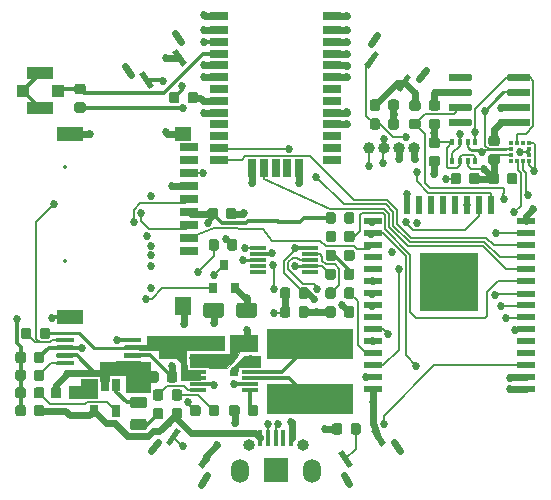
<source format=gbr>
%TF.GenerationSoftware,KiCad,Pcbnew,5.1.5+dfsg1-2~bpo10+1*%
%TF.CreationDate,Date%
%TF.ProjectId,osw,6f73772e-6b69-4636-9164-5f7063625858,rev?*%
%TF.SameCoordinates,Original*%
%TF.FileFunction,Copper,L1,Top*%
%TF.FilePolarity,Positive*%
%FSLAX46Y46*%
G04 Gerber Fmt 4.6, Leading zero omitted, Abs format (unit mm)*
G04 Created by KiCad*
%MOMM*%
%LPD*%
G04 APERTURE LIST*
%TA.AperFunction,SMDPad,CuDef*%
%ADD10R,7.300000X2.650000*%
%TD*%
%TA.AperFunction,SMDPad,CuDef*%
%ADD11R,0.375000X0.350000*%
%TD*%
%TA.AperFunction,SMDPad,CuDef*%
%ADD12R,0.350000X0.375000*%
%TD*%
%TA.AperFunction,SMDPad,CuDef*%
%ADD13R,2.200000X1.200000*%
%TD*%
%TA.AperFunction,SMDPad,CuDef*%
%ADD14R,1.400000X1.600000*%
%TD*%
%TA.AperFunction,SMDPad,CuDef*%
%ADD15R,1.400000X1.200000*%
%TD*%
%TA.AperFunction,SMDPad,CuDef*%
%ADD16R,1.600000X0.700000*%
%TD*%
%TA.AperFunction,SMDPad,CuDef*%
%ADD17R,0.700000X1.500000*%
%TD*%
%TA.AperFunction,SMDPad,CuDef*%
%ADD18R,1.500000X0.700000*%
%TD*%
%TA.AperFunction,SMDPad,CuDef*%
%ADD19C,0.100000*%
%TD*%
%TA.AperFunction,SMDPad,CuDef*%
%ADD20O,1.000000X1.000000*%
%TD*%
%TA.AperFunction,BGAPad,CuDef*%
%ADD21C,1.000000*%
%TD*%
%TA.AperFunction,SMDPad,CuDef*%
%ADD22R,1.400000X0.300000*%
%TD*%
%TA.AperFunction,SMDPad,CuDef*%
%ADD23R,1.000000X1.000000*%
%TD*%
%TA.AperFunction,SMDPad,CuDef*%
%ADD24R,2.200000X1.050000*%
%TD*%
%TA.AperFunction,SMDPad,CuDef*%
%ADD25R,0.350000X0.500000*%
%TD*%
%TA.AperFunction,SMDPad,CuDef*%
%ADD26R,0.650000X1.060000*%
%TD*%
%TA.AperFunction,SMDPad,CuDef*%
%ADD27R,0.800000X0.900000*%
%TD*%
%TA.AperFunction,SMDPad,CuDef*%
%ADD28R,0.400000X1.350000*%
%TD*%
%TA.AperFunction,ComponentPad*%
%ADD29O,1.500000X2.000000*%
%TD*%
%TA.AperFunction,SMDPad,CuDef*%
%ADD30R,2.000000X2.000000*%
%TD*%
%TA.AperFunction,ComponentPad*%
%ADD31C,0.600000*%
%TD*%
%TA.AperFunction,SMDPad,CuDef*%
%ADD32R,0.600000X1.524000*%
%TD*%
%TA.AperFunction,SMDPad,CuDef*%
%ADD33R,1.524000X0.600000*%
%TD*%
%TA.AperFunction,SMDPad,CuDef*%
%ADD34R,5.000000X5.000000*%
%TD*%
%TA.AperFunction,ViaPad*%
%ADD35C,0.685800*%
%TD*%
%TA.AperFunction,Conductor*%
%ADD36C,0.152000*%
%TD*%
%TA.AperFunction,Conductor*%
%ADD37C,0.610000*%
%TD*%
%TA.AperFunction,Conductor*%
%ADD38C,0.305000*%
%TD*%
%TA.AperFunction,Conductor*%
%ADD39C,0.300000*%
%TD*%
%TA.AperFunction,Conductor*%
%ADD40C,0.250000*%
%TD*%
%TA.AperFunction,Conductor*%
%ADD41C,0.025400*%
%TD*%
%TA.AperFunction,Conductor*%
%ADD42C,0.100000*%
%TD*%
%ADD43C,0.330200*%
%ADD44C,0.350000*%
%ADD45O,0.999999X0.999999*%
%ADD46O,0.750000X1.200000*%
%ADD47C,0.400000*%
G04 APERTURE END LIST*
D10*
%TO.P,L1,1*%
%TO.N,Net-(L1-Pad1)*%
X162900000Y-122525000D03*
%TO.P,L1,2*%
%TO.N,Net-(L1-Pad2)*%
X162900000Y-117875000D03*
%TD*%
D11*
%TO.P,U2,2*%
%TO.N,/SDA*%
X179937500Y-101350000D03*
%TO.P,U2,3*%
%TO.N,+3V3*%
X179937500Y-101850000D03*
%TO.P,U2,9*%
%TO.N,GND*%
X181462500Y-101350000D03*
%TO.P,U2,8*%
X181462500Y-101850000D03*
%TO.P,U2,4*%
%TO.N,Net-(U2-Pad4)*%
X179937500Y-102350000D03*
%TO.P,U2,7*%
%TO.N,+3V3*%
X181462500Y-102350000D03*
%TO.P,U2,1*%
%TO.N,Net-(U2-Pad1)*%
X179937500Y-100850000D03*
%TO.P,U2,10*%
%TO.N,+3V3*%
X181462500Y-100850000D03*
D12*
%TO.P,U2,5*%
%TO.N,/IO34*%
X180450000Y-102362500D03*
%TO.P,U2,6*%
%TO.N,/IO35*%
X180950000Y-102362500D03*
%TO.P,U2,11*%
%TO.N,Net-(U2-Pad11)*%
X180950000Y-100837500D03*
%TO.P,U2,12*%
%TO.N,/SCL*%
X180450000Y-100837500D03*
%TD*%
D13*
%TO.P,XS1,6*%
%TO.N,GND*%
X142600000Y-115550000D03*
X142600000Y-100050000D03*
D14*
X152200000Y-114650000D03*
D15*
X152200000Y-100050000D03*
D16*
%TO.P,XS1,9*%
%TO.N,Net-(XS1-Pad9)*%
X152700000Y-101200000D03*
%TO.P,XS1,7*%
%TO.N,/MISO*%
X152700000Y-103400000D03*
%TO.P,XS1,8*%
%TO.N,Net-(XS1-Pad8)*%
X152700000Y-102300000D03*
%TO.P,XS1,6*%
%TO.N,GND*%
X152700000Y-104500000D03*
%TO.P,XS1,5*%
%TO.N,/SCK*%
X152700000Y-105600000D03*
%TO.P,XS1,4*%
%TO.N,+3V3*%
X152700000Y-106700000D03*
%TO.P,XS1,1*%
%TO.N,Net-(XS1-Pad1)*%
X152700000Y-110000000D03*
%TO.P,XS1,2*%
%TO.N,/SD_CS*%
X152700000Y-108900000D03*
%TO.P,XS1,3*%
%TO.N,/MOSI*%
X152700000Y-107800000D03*
%TD*%
D17*
%TO.P,U8,29*%
%TO.N,Net-(U8-Pad29)*%
X160000000Y-103000000D03*
%TO.P,U8,30*%
%TO.N,Net-(U8-Pad30)*%
X161000000Y-103000000D03*
%TO.P,U8,31*%
%TO.N,GND*%
X162000000Y-103000000D03*
%TO.P,U8,28*%
%TO.N,/GPS_FON*%
X159000000Y-103000000D03*
%TO.P,U8,27*%
%TO.N,GND*%
X158000000Y-103000000D03*
D18*
%TO.P,U8,26*%
%TO.N,/GPS_RX*%
X155220000Y-102275000D03*
%TO.P,U8,25*%
%TO.N,/GPS_TX*%
X155220000Y-101275000D03*
%TO.P,U8,24*%
%TO.N,Net-(U8-Pad24)*%
X155220000Y-100275000D03*
%TO.P,U8,23*%
%TO.N,Net-(U8-Pad23)*%
X155220000Y-99275000D03*
%TO.P,U8,22*%
%TO.N,GND*%
X155220000Y-98275000D03*
%TO.P,U8,21*%
X155220000Y-97275000D03*
%TO.P,U8,20*%
%TO.N,Net-(U8-Pad20)*%
X155220000Y-96275000D03*
%TO.P,U8,19*%
%TO.N,GND*%
X155220000Y-95275000D03*
%TO.P,U8,18*%
X155220000Y-94275000D03*
%TO.P,U8,17*%
%TO.N,/ANT*%
X155220000Y-93275000D03*
%TO.P,U8,16*%
%TO.N,Net-(R5-Pad1)*%
X155220000Y-92275000D03*
%TO.P,U8,15*%
%TO.N,GND*%
X155220000Y-91275000D03*
%TO.P,U8,14*%
X155220000Y-90125000D03*
%TO.P,U8,13*%
X164780000Y-90125000D03*
%TO.P,U8,10*%
X164780000Y-93275000D03*
%TO.P,U8,1*%
%TO.N,Net-(U8-Pad1)*%
X164780000Y-102275000D03*
%TO.P,U8,12*%
%TO.N,GND*%
X164780000Y-91275000D03*
%TO.P,U8,5*%
X164780000Y-98275000D03*
%TO.P,U8,11*%
X164780000Y-92275000D03*
%TO.P,U8,6*%
%TO.N,Net-(U8-Pad6)*%
X164780000Y-97275000D03*
%TO.P,U8,9*%
%TO.N,+3V3*%
X164780000Y-94275000D03*
%TO.P,U8,8*%
X164780000Y-95275000D03*
%TO.P,U8,3*%
%TO.N,Net-(U8-Pad3)*%
X164780000Y-100275000D03*
%TO.P,U8,7*%
%TO.N,Net-(U8-Pad7)*%
X164780000Y-96275000D03*
%TO.P,U8,2*%
%TO.N,Net-(U8-Pad2)*%
X164780000Y-101275000D03*
%TO.P,U8,4*%
%TO.N,GND*%
X164780000Y-99275000D03*
%TD*%
%TA.AperFunction,SMDPad,CuDef*%
D19*
%TO.P,U9,1*%
%TO.N,/STAT_PWR*%
G36*
X142834802Y-117325482D02*
G01*
X142844509Y-117326921D01*
X142854028Y-117329306D01*
X142863268Y-117332612D01*
X142872140Y-117336808D01*
X142880557Y-117341853D01*
X142888439Y-117347699D01*
X142895711Y-117354289D01*
X142902301Y-117361561D01*
X142908147Y-117369443D01*
X142913192Y-117377860D01*
X142917388Y-117386732D01*
X142920694Y-117395972D01*
X142923079Y-117405491D01*
X142924518Y-117415198D01*
X142925000Y-117425000D01*
X142925000Y-117625000D01*
X142924518Y-117634802D01*
X142923079Y-117644509D01*
X142920694Y-117654028D01*
X142917388Y-117663268D01*
X142913192Y-117672140D01*
X142908147Y-117680557D01*
X142902301Y-117688439D01*
X142895711Y-117695711D01*
X142888439Y-117702301D01*
X142880557Y-117708147D01*
X142872140Y-117713192D01*
X142863268Y-117717388D01*
X142854028Y-117720694D01*
X142844509Y-117723079D01*
X142834802Y-117724518D01*
X142825000Y-117725000D01*
X141550000Y-117725000D01*
X141540198Y-117724518D01*
X141530491Y-117723079D01*
X141520972Y-117720694D01*
X141511732Y-117717388D01*
X141502860Y-117713192D01*
X141494443Y-117708147D01*
X141486561Y-117702301D01*
X141479289Y-117695711D01*
X141472699Y-117688439D01*
X141466853Y-117680557D01*
X141461808Y-117672140D01*
X141457612Y-117663268D01*
X141454306Y-117654028D01*
X141451921Y-117644509D01*
X141450482Y-117634802D01*
X141450000Y-117625000D01*
X141450000Y-117425000D01*
X141450482Y-117415198D01*
X141451921Y-117405491D01*
X141454306Y-117395972D01*
X141457612Y-117386732D01*
X141461808Y-117377860D01*
X141466853Y-117369443D01*
X141472699Y-117361561D01*
X141479289Y-117354289D01*
X141486561Y-117347699D01*
X141494443Y-117341853D01*
X141502860Y-117336808D01*
X141511732Y-117332612D01*
X141520972Y-117329306D01*
X141530491Y-117326921D01*
X141540198Y-117325482D01*
X141550000Y-117325000D01*
X142825000Y-117325000D01*
X142834802Y-117325482D01*
G37*
%TD.AperFunction*%
%TA.AperFunction,SMDPad,CuDef*%
%TO.P,U9,2*%
%TO.N,/VBAT*%
G36*
X142834802Y-117975482D02*
G01*
X142844509Y-117976921D01*
X142854028Y-117979306D01*
X142863268Y-117982612D01*
X142872140Y-117986808D01*
X142880557Y-117991853D01*
X142888439Y-117997699D01*
X142895711Y-118004289D01*
X142902301Y-118011561D01*
X142908147Y-118019443D01*
X142913192Y-118027860D01*
X142917388Y-118036732D01*
X142920694Y-118045972D01*
X142923079Y-118055491D01*
X142924518Y-118065198D01*
X142925000Y-118075000D01*
X142925000Y-118275000D01*
X142924518Y-118284802D01*
X142923079Y-118294509D01*
X142920694Y-118304028D01*
X142917388Y-118313268D01*
X142913192Y-118322140D01*
X142908147Y-118330557D01*
X142902301Y-118338439D01*
X142895711Y-118345711D01*
X142888439Y-118352301D01*
X142880557Y-118358147D01*
X142872140Y-118363192D01*
X142863268Y-118367388D01*
X142854028Y-118370694D01*
X142844509Y-118373079D01*
X142834802Y-118374518D01*
X142825000Y-118375000D01*
X141550000Y-118375000D01*
X141540198Y-118374518D01*
X141530491Y-118373079D01*
X141520972Y-118370694D01*
X141511732Y-118367388D01*
X141502860Y-118363192D01*
X141494443Y-118358147D01*
X141486561Y-118352301D01*
X141479289Y-118345711D01*
X141472699Y-118338439D01*
X141466853Y-118330557D01*
X141461808Y-118322140D01*
X141457612Y-118313268D01*
X141454306Y-118304028D01*
X141451921Y-118294509D01*
X141450482Y-118284802D01*
X141450000Y-118275000D01*
X141450000Y-118075000D01*
X141450482Y-118065198D01*
X141451921Y-118055491D01*
X141454306Y-118045972D01*
X141457612Y-118036732D01*
X141461808Y-118027860D01*
X141466853Y-118019443D01*
X141472699Y-118011561D01*
X141479289Y-118004289D01*
X141486561Y-117997699D01*
X141494443Y-117991853D01*
X141502860Y-117986808D01*
X141511732Y-117982612D01*
X141520972Y-117979306D01*
X141530491Y-117976921D01*
X141540198Y-117975482D01*
X141550000Y-117975000D01*
X142825000Y-117975000D01*
X142834802Y-117975482D01*
G37*
%TD.AperFunction*%
%TA.AperFunction,SMDPad,CuDef*%
%TO.P,U9,3*%
%TO.N,GND*%
G36*
X142834802Y-118625482D02*
G01*
X142844509Y-118626921D01*
X142854028Y-118629306D01*
X142863268Y-118632612D01*
X142872140Y-118636808D01*
X142880557Y-118641853D01*
X142888439Y-118647699D01*
X142895711Y-118654289D01*
X142902301Y-118661561D01*
X142908147Y-118669443D01*
X142913192Y-118677860D01*
X142917388Y-118686732D01*
X142920694Y-118695972D01*
X142923079Y-118705491D01*
X142924518Y-118715198D01*
X142925000Y-118725000D01*
X142925000Y-118925000D01*
X142924518Y-118934802D01*
X142923079Y-118944509D01*
X142920694Y-118954028D01*
X142917388Y-118963268D01*
X142913192Y-118972140D01*
X142908147Y-118980557D01*
X142902301Y-118988439D01*
X142895711Y-118995711D01*
X142888439Y-119002301D01*
X142880557Y-119008147D01*
X142872140Y-119013192D01*
X142863268Y-119017388D01*
X142854028Y-119020694D01*
X142844509Y-119023079D01*
X142834802Y-119024518D01*
X142825000Y-119025000D01*
X141550000Y-119025000D01*
X141540198Y-119024518D01*
X141530491Y-119023079D01*
X141520972Y-119020694D01*
X141511732Y-119017388D01*
X141502860Y-119013192D01*
X141494443Y-119008147D01*
X141486561Y-119002301D01*
X141479289Y-118995711D01*
X141472699Y-118988439D01*
X141466853Y-118980557D01*
X141461808Y-118972140D01*
X141457612Y-118963268D01*
X141454306Y-118954028D01*
X141451921Y-118944509D01*
X141450482Y-118934802D01*
X141450000Y-118925000D01*
X141450000Y-118725000D01*
X141450482Y-118715198D01*
X141451921Y-118705491D01*
X141454306Y-118695972D01*
X141457612Y-118686732D01*
X141461808Y-118677860D01*
X141466853Y-118669443D01*
X141472699Y-118661561D01*
X141479289Y-118654289D01*
X141486561Y-118647699D01*
X141494443Y-118641853D01*
X141502860Y-118636808D01*
X141511732Y-118632612D01*
X141520972Y-118629306D01*
X141530491Y-118626921D01*
X141540198Y-118625482D01*
X141550000Y-118625000D01*
X142825000Y-118625000D01*
X142834802Y-118625482D01*
G37*
%TD.AperFunction*%
%TA.AperFunction,SMDPad,CuDef*%
%TO.P,U9,4*%
%TO.N,Net-(R14-Pad1)*%
G36*
X142834802Y-119275482D02*
G01*
X142844509Y-119276921D01*
X142854028Y-119279306D01*
X142863268Y-119282612D01*
X142872140Y-119286808D01*
X142880557Y-119291853D01*
X142888439Y-119297699D01*
X142895711Y-119304289D01*
X142902301Y-119311561D01*
X142908147Y-119319443D01*
X142913192Y-119327860D01*
X142917388Y-119336732D01*
X142920694Y-119345972D01*
X142923079Y-119355491D01*
X142924518Y-119365198D01*
X142925000Y-119375000D01*
X142925000Y-119575000D01*
X142924518Y-119584802D01*
X142923079Y-119594509D01*
X142920694Y-119604028D01*
X142917388Y-119613268D01*
X142913192Y-119622140D01*
X142908147Y-119630557D01*
X142902301Y-119638439D01*
X142895711Y-119645711D01*
X142888439Y-119652301D01*
X142880557Y-119658147D01*
X142872140Y-119663192D01*
X142863268Y-119667388D01*
X142854028Y-119670694D01*
X142844509Y-119673079D01*
X142834802Y-119674518D01*
X142825000Y-119675000D01*
X141550000Y-119675000D01*
X141540198Y-119674518D01*
X141530491Y-119673079D01*
X141520972Y-119670694D01*
X141511732Y-119667388D01*
X141502860Y-119663192D01*
X141494443Y-119658147D01*
X141486561Y-119652301D01*
X141479289Y-119645711D01*
X141472699Y-119638439D01*
X141466853Y-119630557D01*
X141461808Y-119622140D01*
X141457612Y-119613268D01*
X141454306Y-119604028D01*
X141451921Y-119594509D01*
X141450482Y-119584802D01*
X141450000Y-119575000D01*
X141450000Y-119375000D01*
X141450482Y-119365198D01*
X141451921Y-119355491D01*
X141454306Y-119345972D01*
X141457612Y-119336732D01*
X141461808Y-119327860D01*
X141466853Y-119319443D01*
X141472699Y-119311561D01*
X141479289Y-119304289D01*
X141486561Y-119297699D01*
X141494443Y-119291853D01*
X141502860Y-119286808D01*
X141511732Y-119282612D01*
X141520972Y-119279306D01*
X141530491Y-119276921D01*
X141540198Y-119275482D01*
X141550000Y-119275000D01*
X142825000Y-119275000D01*
X142834802Y-119275482D01*
G37*
%TD.AperFunction*%
%TA.AperFunction,SMDPad,CuDef*%
%TO.P,U9,5*%
%TO.N,GND*%
G36*
X148559802Y-119275482D02*
G01*
X148569509Y-119276921D01*
X148579028Y-119279306D01*
X148588268Y-119282612D01*
X148597140Y-119286808D01*
X148605557Y-119291853D01*
X148613439Y-119297699D01*
X148620711Y-119304289D01*
X148627301Y-119311561D01*
X148633147Y-119319443D01*
X148638192Y-119327860D01*
X148642388Y-119336732D01*
X148645694Y-119345972D01*
X148648079Y-119355491D01*
X148649518Y-119365198D01*
X148650000Y-119375000D01*
X148650000Y-119575000D01*
X148649518Y-119584802D01*
X148648079Y-119594509D01*
X148645694Y-119604028D01*
X148642388Y-119613268D01*
X148638192Y-119622140D01*
X148633147Y-119630557D01*
X148627301Y-119638439D01*
X148620711Y-119645711D01*
X148613439Y-119652301D01*
X148605557Y-119658147D01*
X148597140Y-119663192D01*
X148588268Y-119667388D01*
X148579028Y-119670694D01*
X148569509Y-119673079D01*
X148559802Y-119674518D01*
X148550000Y-119675000D01*
X147275000Y-119675000D01*
X147265198Y-119674518D01*
X147255491Y-119673079D01*
X147245972Y-119670694D01*
X147236732Y-119667388D01*
X147227860Y-119663192D01*
X147219443Y-119658147D01*
X147211561Y-119652301D01*
X147204289Y-119645711D01*
X147197699Y-119638439D01*
X147191853Y-119630557D01*
X147186808Y-119622140D01*
X147182612Y-119613268D01*
X147179306Y-119604028D01*
X147176921Y-119594509D01*
X147175482Y-119584802D01*
X147175000Y-119575000D01*
X147175000Y-119375000D01*
X147175482Y-119365198D01*
X147176921Y-119355491D01*
X147179306Y-119345972D01*
X147182612Y-119336732D01*
X147186808Y-119327860D01*
X147191853Y-119319443D01*
X147197699Y-119311561D01*
X147204289Y-119304289D01*
X147211561Y-119297699D01*
X147219443Y-119291853D01*
X147227860Y-119286808D01*
X147236732Y-119282612D01*
X147245972Y-119279306D01*
X147255491Y-119276921D01*
X147265198Y-119275482D01*
X147275000Y-119275000D01*
X148550000Y-119275000D01*
X148559802Y-119275482D01*
G37*
%TD.AperFunction*%
%TA.AperFunction,SMDPad,CuDef*%
%TO.P,U9,6*%
%TO.N,/VBUS*%
G36*
X148559802Y-118625482D02*
G01*
X148569509Y-118626921D01*
X148579028Y-118629306D01*
X148588268Y-118632612D01*
X148597140Y-118636808D01*
X148605557Y-118641853D01*
X148613439Y-118647699D01*
X148620711Y-118654289D01*
X148627301Y-118661561D01*
X148633147Y-118669443D01*
X148638192Y-118677860D01*
X148642388Y-118686732D01*
X148645694Y-118695972D01*
X148648079Y-118705491D01*
X148649518Y-118715198D01*
X148650000Y-118725000D01*
X148650000Y-118925000D01*
X148649518Y-118934802D01*
X148648079Y-118944509D01*
X148645694Y-118954028D01*
X148642388Y-118963268D01*
X148638192Y-118972140D01*
X148633147Y-118980557D01*
X148627301Y-118988439D01*
X148620711Y-118995711D01*
X148613439Y-119002301D01*
X148605557Y-119008147D01*
X148597140Y-119013192D01*
X148588268Y-119017388D01*
X148579028Y-119020694D01*
X148569509Y-119023079D01*
X148559802Y-119024518D01*
X148550000Y-119025000D01*
X147275000Y-119025000D01*
X147265198Y-119024518D01*
X147255491Y-119023079D01*
X147245972Y-119020694D01*
X147236732Y-119017388D01*
X147227860Y-119013192D01*
X147219443Y-119008147D01*
X147211561Y-119002301D01*
X147204289Y-118995711D01*
X147197699Y-118988439D01*
X147191853Y-118980557D01*
X147186808Y-118972140D01*
X147182612Y-118963268D01*
X147179306Y-118954028D01*
X147176921Y-118944509D01*
X147175482Y-118934802D01*
X147175000Y-118925000D01*
X147175000Y-118725000D01*
X147175482Y-118715198D01*
X147176921Y-118705491D01*
X147179306Y-118695972D01*
X147182612Y-118686732D01*
X147186808Y-118677860D01*
X147191853Y-118669443D01*
X147197699Y-118661561D01*
X147204289Y-118654289D01*
X147211561Y-118647699D01*
X147219443Y-118641853D01*
X147227860Y-118636808D01*
X147236732Y-118632612D01*
X147245972Y-118629306D01*
X147255491Y-118626921D01*
X147265198Y-118625482D01*
X147275000Y-118625000D01*
X148550000Y-118625000D01*
X148559802Y-118625482D01*
G37*
%TD.AperFunction*%
%TA.AperFunction,SMDPad,CuDef*%
%TO.P,U9,7*%
%TO.N,/VOUT*%
G36*
X148559802Y-117975482D02*
G01*
X148569509Y-117976921D01*
X148579028Y-117979306D01*
X148588268Y-117982612D01*
X148597140Y-117986808D01*
X148605557Y-117991853D01*
X148613439Y-117997699D01*
X148620711Y-118004289D01*
X148627301Y-118011561D01*
X148633147Y-118019443D01*
X148638192Y-118027860D01*
X148642388Y-118036732D01*
X148645694Y-118045972D01*
X148648079Y-118055491D01*
X148649518Y-118065198D01*
X148650000Y-118075000D01*
X148650000Y-118275000D01*
X148649518Y-118284802D01*
X148648079Y-118294509D01*
X148645694Y-118304028D01*
X148642388Y-118313268D01*
X148638192Y-118322140D01*
X148633147Y-118330557D01*
X148627301Y-118338439D01*
X148620711Y-118345711D01*
X148613439Y-118352301D01*
X148605557Y-118358147D01*
X148597140Y-118363192D01*
X148588268Y-118367388D01*
X148579028Y-118370694D01*
X148569509Y-118373079D01*
X148559802Y-118374518D01*
X148550000Y-118375000D01*
X147275000Y-118375000D01*
X147265198Y-118374518D01*
X147255491Y-118373079D01*
X147245972Y-118370694D01*
X147236732Y-118367388D01*
X147227860Y-118363192D01*
X147219443Y-118358147D01*
X147211561Y-118352301D01*
X147204289Y-118345711D01*
X147197699Y-118338439D01*
X147191853Y-118330557D01*
X147186808Y-118322140D01*
X147182612Y-118313268D01*
X147179306Y-118304028D01*
X147176921Y-118294509D01*
X147175482Y-118284802D01*
X147175000Y-118275000D01*
X147175000Y-118075000D01*
X147175482Y-118065198D01*
X147176921Y-118055491D01*
X147179306Y-118045972D01*
X147182612Y-118036732D01*
X147186808Y-118027860D01*
X147191853Y-118019443D01*
X147197699Y-118011561D01*
X147204289Y-118004289D01*
X147211561Y-117997699D01*
X147219443Y-117991853D01*
X147227860Y-117986808D01*
X147236732Y-117982612D01*
X147245972Y-117979306D01*
X147255491Y-117976921D01*
X147265198Y-117975482D01*
X147275000Y-117975000D01*
X148550000Y-117975000D01*
X148559802Y-117975482D01*
G37*
%TD.AperFunction*%
%TA.AperFunction,SMDPad,CuDef*%
%TO.P,U9,8*%
%TO.N,/VBAT*%
G36*
X148559802Y-117325482D02*
G01*
X148569509Y-117326921D01*
X148579028Y-117329306D01*
X148588268Y-117332612D01*
X148597140Y-117336808D01*
X148605557Y-117341853D01*
X148613439Y-117347699D01*
X148620711Y-117354289D01*
X148627301Y-117361561D01*
X148633147Y-117369443D01*
X148638192Y-117377860D01*
X148642388Y-117386732D01*
X148645694Y-117395972D01*
X148648079Y-117405491D01*
X148649518Y-117415198D01*
X148650000Y-117425000D01*
X148650000Y-117625000D01*
X148649518Y-117634802D01*
X148648079Y-117644509D01*
X148645694Y-117654028D01*
X148642388Y-117663268D01*
X148638192Y-117672140D01*
X148633147Y-117680557D01*
X148627301Y-117688439D01*
X148620711Y-117695711D01*
X148613439Y-117702301D01*
X148605557Y-117708147D01*
X148597140Y-117713192D01*
X148588268Y-117717388D01*
X148579028Y-117720694D01*
X148569509Y-117723079D01*
X148559802Y-117724518D01*
X148550000Y-117725000D01*
X147275000Y-117725000D01*
X147265198Y-117724518D01*
X147255491Y-117723079D01*
X147245972Y-117720694D01*
X147236732Y-117717388D01*
X147227860Y-117713192D01*
X147219443Y-117708147D01*
X147211561Y-117702301D01*
X147204289Y-117695711D01*
X147197699Y-117688439D01*
X147191853Y-117680557D01*
X147186808Y-117672140D01*
X147182612Y-117663268D01*
X147179306Y-117654028D01*
X147176921Y-117644509D01*
X147175482Y-117634802D01*
X147175000Y-117625000D01*
X147175000Y-117425000D01*
X147175482Y-117415198D01*
X147176921Y-117405491D01*
X147179306Y-117395972D01*
X147182612Y-117386732D01*
X147186808Y-117377860D01*
X147191853Y-117369443D01*
X147197699Y-117361561D01*
X147204289Y-117354289D01*
X147211561Y-117347699D01*
X147219443Y-117341853D01*
X147227860Y-117336808D01*
X147236732Y-117332612D01*
X147245972Y-117329306D01*
X147255491Y-117326921D01*
X147265198Y-117325482D01*
X147275000Y-117325000D01*
X148550000Y-117325000D01*
X148559802Y-117325482D01*
G37*
%TD.AperFunction*%
%TD*%
D20*
%TO.P,J2,4*%
%TO.N,GND*%
X171710000Y-101250000D03*
%TO.P,J2,3*%
%TO.N,+3V3*%
X170440000Y-101250000D03*
%TO.P,J2,2*%
%TO.N,/SDA*%
X169170000Y-101250000D03*
D21*
%TO.P,J2,1*%
%TO.N,/SCL*%
X167900000Y-101250000D03*
%TD*%
D22*
%TO.P,U10,10*%
%TO.N,Net-(C6-Pad1)*%
X153450000Y-121750000D03*
%TO.P,U10,9*%
%TO.N,Net-(R12-Pad2)*%
X153450000Y-121250000D03*
%TO.P,U10,8*%
%TO.N,/VOUT*%
X153450000Y-120750000D03*
%TO.P,U10,7*%
X153450000Y-120250000D03*
%TO.P,U10,6*%
%TO.N,+3V3*%
X153450000Y-119750000D03*
%TO.P,U10,5*%
%TO.N,GND*%
X157850000Y-119750000D03*
%TO.P,U10,4*%
%TO.N,Net-(L1-Pad2)*%
X157850000Y-120250000D03*
%TO.P,U10,3*%
%TO.N,Net-(L1-Pad1)*%
X157850000Y-120750000D03*
%TO.P,U10,2*%
%TO.N,/MODE_SYNC*%
X157850000Y-121250000D03*
%TO.P,U10,1*%
%TO.N,Net-(R2-Pad1)*%
X157850000Y-121750000D03*
%TD*%
%TA.AperFunction,SMDPad,CuDef*%
D19*
%TO.P,R20,2*%
%TO.N,GND*%
G36*
X162627691Y-114676053D02*
G01*
X162648926Y-114679203D01*
X162669750Y-114684419D01*
X162689962Y-114691651D01*
X162709368Y-114700830D01*
X162727781Y-114711866D01*
X162745024Y-114724654D01*
X162760930Y-114739070D01*
X162775346Y-114754976D01*
X162788134Y-114772219D01*
X162799170Y-114790632D01*
X162808349Y-114810038D01*
X162815581Y-114830250D01*
X162820797Y-114851074D01*
X162823947Y-114872309D01*
X162825000Y-114893750D01*
X162825000Y-115406250D01*
X162823947Y-115427691D01*
X162820797Y-115448926D01*
X162815581Y-115469750D01*
X162808349Y-115489962D01*
X162799170Y-115509368D01*
X162788134Y-115527781D01*
X162775346Y-115545024D01*
X162760930Y-115560930D01*
X162745024Y-115575346D01*
X162727781Y-115588134D01*
X162709368Y-115599170D01*
X162689962Y-115608349D01*
X162669750Y-115615581D01*
X162648926Y-115620797D01*
X162627691Y-115623947D01*
X162606250Y-115625000D01*
X162168750Y-115625000D01*
X162147309Y-115623947D01*
X162126074Y-115620797D01*
X162105250Y-115615581D01*
X162085038Y-115608349D01*
X162065632Y-115599170D01*
X162047219Y-115588134D01*
X162029976Y-115575346D01*
X162014070Y-115560930D01*
X161999654Y-115545024D01*
X161986866Y-115527781D01*
X161975830Y-115509368D01*
X161966651Y-115489962D01*
X161959419Y-115469750D01*
X161954203Y-115448926D01*
X161951053Y-115427691D01*
X161950000Y-115406250D01*
X161950000Y-114893750D01*
X161951053Y-114872309D01*
X161954203Y-114851074D01*
X161959419Y-114830250D01*
X161966651Y-114810038D01*
X161975830Y-114790632D01*
X161986866Y-114772219D01*
X161999654Y-114754976D01*
X162014070Y-114739070D01*
X162029976Y-114724654D01*
X162047219Y-114711866D01*
X162065632Y-114700830D01*
X162085038Y-114691651D01*
X162105250Y-114684419D01*
X162126074Y-114679203D01*
X162147309Y-114676053D01*
X162168750Y-114675000D01*
X162606250Y-114675000D01*
X162627691Y-114676053D01*
G37*
%TD.AperFunction*%
%TA.AperFunction,SMDPad,CuDef*%
%TO.P,R20,1*%
%TO.N,Net-(R12-Pad2)*%
G36*
X161052691Y-114676053D02*
G01*
X161073926Y-114679203D01*
X161094750Y-114684419D01*
X161114962Y-114691651D01*
X161134368Y-114700830D01*
X161152781Y-114711866D01*
X161170024Y-114724654D01*
X161185930Y-114739070D01*
X161200346Y-114754976D01*
X161213134Y-114772219D01*
X161224170Y-114790632D01*
X161233349Y-114810038D01*
X161240581Y-114830250D01*
X161245797Y-114851074D01*
X161248947Y-114872309D01*
X161250000Y-114893750D01*
X161250000Y-115406250D01*
X161248947Y-115427691D01*
X161245797Y-115448926D01*
X161240581Y-115469750D01*
X161233349Y-115489962D01*
X161224170Y-115509368D01*
X161213134Y-115527781D01*
X161200346Y-115545024D01*
X161185930Y-115560930D01*
X161170024Y-115575346D01*
X161152781Y-115588134D01*
X161134368Y-115599170D01*
X161114962Y-115608349D01*
X161094750Y-115615581D01*
X161073926Y-115620797D01*
X161052691Y-115623947D01*
X161031250Y-115625000D01*
X160593750Y-115625000D01*
X160572309Y-115623947D01*
X160551074Y-115620797D01*
X160530250Y-115615581D01*
X160510038Y-115608349D01*
X160490632Y-115599170D01*
X160472219Y-115588134D01*
X160454976Y-115575346D01*
X160439070Y-115560930D01*
X160424654Y-115545024D01*
X160411866Y-115527781D01*
X160400830Y-115509368D01*
X160391651Y-115489962D01*
X160384419Y-115469750D01*
X160379203Y-115448926D01*
X160376053Y-115427691D01*
X160375000Y-115406250D01*
X160375000Y-114893750D01*
X160376053Y-114872309D01*
X160379203Y-114851074D01*
X160384419Y-114830250D01*
X160391651Y-114810038D01*
X160400830Y-114790632D01*
X160411866Y-114772219D01*
X160424654Y-114754976D01*
X160439070Y-114739070D01*
X160454976Y-114724654D01*
X160472219Y-114711866D01*
X160490632Y-114700830D01*
X160510038Y-114691651D01*
X160530250Y-114684419D01*
X160551074Y-114679203D01*
X160572309Y-114676053D01*
X160593750Y-114675000D01*
X161031250Y-114675000D01*
X161052691Y-114676053D01*
G37*
%TD.AperFunction*%
%TD*%
%TA.AperFunction,SMDPad,CuDef*%
%TO.P,R12,2*%
%TO.N,Net-(R12-Pad2)*%
G36*
X161052691Y-113076053D02*
G01*
X161073926Y-113079203D01*
X161094750Y-113084419D01*
X161114962Y-113091651D01*
X161134368Y-113100830D01*
X161152781Y-113111866D01*
X161170024Y-113124654D01*
X161185930Y-113139070D01*
X161200346Y-113154976D01*
X161213134Y-113172219D01*
X161224170Y-113190632D01*
X161233349Y-113210038D01*
X161240581Y-113230250D01*
X161245797Y-113251074D01*
X161248947Y-113272309D01*
X161250000Y-113293750D01*
X161250000Y-113806250D01*
X161248947Y-113827691D01*
X161245797Y-113848926D01*
X161240581Y-113869750D01*
X161233349Y-113889962D01*
X161224170Y-113909368D01*
X161213134Y-113927781D01*
X161200346Y-113945024D01*
X161185930Y-113960930D01*
X161170024Y-113975346D01*
X161152781Y-113988134D01*
X161134368Y-113999170D01*
X161114962Y-114008349D01*
X161094750Y-114015581D01*
X161073926Y-114020797D01*
X161052691Y-114023947D01*
X161031250Y-114025000D01*
X160593750Y-114025000D01*
X160572309Y-114023947D01*
X160551074Y-114020797D01*
X160530250Y-114015581D01*
X160510038Y-114008349D01*
X160490632Y-113999170D01*
X160472219Y-113988134D01*
X160454976Y-113975346D01*
X160439070Y-113960930D01*
X160424654Y-113945024D01*
X160411866Y-113927781D01*
X160400830Y-113909368D01*
X160391651Y-113889962D01*
X160384419Y-113869750D01*
X160379203Y-113848926D01*
X160376053Y-113827691D01*
X160375000Y-113806250D01*
X160375000Y-113293750D01*
X160376053Y-113272309D01*
X160379203Y-113251074D01*
X160384419Y-113230250D01*
X160391651Y-113210038D01*
X160400830Y-113190632D01*
X160411866Y-113172219D01*
X160424654Y-113154976D01*
X160439070Y-113139070D01*
X160454976Y-113124654D01*
X160472219Y-113111866D01*
X160490632Y-113100830D01*
X160510038Y-113091651D01*
X160530250Y-113084419D01*
X160551074Y-113079203D01*
X160572309Y-113076053D01*
X160593750Y-113075000D01*
X161031250Y-113075000D01*
X161052691Y-113076053D01*
G37*
%TD.AperFunction*%
%TA.AperFunction,SMDPad,CuDef*%
%TO.P,R12,1*%
%TO.N,+3V3*%
G36*
X162627691Y-113076053D02*
G01*
X162648926Y-113079203D01*
X162669750Y-113084419D01*
X162689962Y-113091651D01*
X162709368Y-113100830D01*
X162727781Y-113111866D01*
X162745024Y-113124654D01*
X162760930Y-113139070D01*
X162775346Y-113154976D01*
X162788134Y-113172219D01*
X162799170Y-113190632D01*
X162808349Y-113210038D01*
X162815581Y-113230250D01*
X162820797Y-113251074D01*
X162823947Y-113272309D01*
X162825000Y-113293750D01*
X162825000Y-113806250D01*
X162823947Y-113827691D01*
X162820797Y-113848926D01*
X162815581Y-113869750D01*
X162808349Y-113889962D01*
X162799170Y-113909368D01*
X162788134Y-113927781D01*
X162775346Y-113945024D01*
X162760930Y-113960930D01*
X162745024Y-113975346D01*
X162727781Y-113988134D01*
X162709368Y-113999170D01*
X162689962Y-114008349D01*
X162669750Y-114015581D01*
X162648926Y-114020797D01*
X162627691Y-114023947D01*
X162606250Y-114025000D01*
X162168750Y-114025000D01*
X162147309Y-114023947D01*
X162126074Y-114020797D01*
X162105250Y-114015581D01*
X162085038Y-114008349D01*
X162065632Y-113999170D01*
X162047219Y-113988134D01*
X162029976Y-113975346D01*
X162014070Y-113960930D01*
X161999654Y-113945024D01*
X161986866Y-113927781D01*
X161975830Y-113909368D01*
X161966651Y-113889962D01*
X161959419Y-113869750D01*
X161954203Y-113848926D01*
X161951053Y-113827691D01*
X161950000Y-113806250D01*
X161950000Y-113293750D01*
X161951053Y-113272309D01*
X161954203Y-113251074D01*
X161959419Y-113230250D01*
X161966651Y-113210038D01*
X161975830Y-113190632D01*
X161986866Y-113172219D01*
X161999654Y-113154976D01*
X162014070Y-113139070D01*
X162029976Y-113124654D01*
X162047219Y-113111866D01*
X162065632Y-113100830D01*
X162085038Y-113091651D01*
X162105250Y-113084419D01*
X162126074Y-113079203D01*
X162147309Y-113076053D01*
X162168750Y-113075000D01*
X162606250Y-113075000D01*
X162627691Y-113076053D01*
G37*
%TD.AperFunction*%
%TD*%
%TA.AperFunction,SMDPad,CuDef*%
%TO.P,R3,2*%
%TO.N,Net-(C6-Pad2)*%
G36*
X155027691Y-123026053D02*
G01*
X155048926Y-123029203D01*
X155069750Y-123034419D01*
X155089962Y-123041651D01*
X155109368Y-123050830D01*
X155127781Y-123061866D01*
X155145024Y-123074654D01*
X155160930Y-123089070D01*
X155175346Y-123104976D01*
X155188134Y-123122219D01*
X155199170Y-123140632D01*
X155208349Y-123160038D01*
X155215581Y-123180250D01*
X155220797Y-123201074D01*
X155223947Y-123222309D01*
X155225000Y-123243750D01*
X155225000Y-123756250D01*
X155223947Y-123777691D01*
X155220797Y-123798926D01*
X155215581Y-123819750D01*
X155208349Y-123839962D01*
X155199170Y-123859368D01*
X155188134Y-123877781D01*
X155175346Y-123895024D01*
X155160930Y-123910930D01*
X155145024Y-123925346D01*
X155127781Y-123938134D01*
X155109368Y-123949170D01*
X155089962Y-123958349D01*
X155069750Y-123965581D01*
X155048926Y-123970797D01*
X155027691Y-123973947D01*
X155006250Y-123975000D01*
X154568750Y-123975000D01*
X154547309Y-123973947D01*
X154526074Y-123970797D01*
X154505250Y-123965581D01*
X154485038Y-123958349D01*
X154465632Y-123949170D01*
X154447219Y-123938134D01*
X154429976Y-123925346D01*
X154414070Y-123910930D01*
X154399654Y-123895024D01*
X154386866Y-123877781D01*
X154375830Y-123859368D01*
X154366651Y-123839962D01*
X154359419Y-123819750D01*
X154354203Y-123798926D01*
X154351053Y-123777691D01*
X154350000Y-123756250D01*
X154350000Y-123243750D01*
X154351053Y-123222309D01*
X154354203Y-123201074D01*
X154359419Y-123180250D01*
X154366651Y-123160038D01*
X154375830Y-123140632D01*
X154386866Y-123122219D01*
X154399654Y-123104976D01*
X154414070Y-123089070D01*
X154429976Y-123074654D01*
X154447219Y-123061866D01*
X154465632Y-123050830D01*
X154485038Y-123041651D01*
X154505250Y-123034419D01*
X154526074Y-123029203D01*
X154547309Y-123026053D01*
X154568750Y-123025000D01*
X155006250Y-123025000D01*
X155027691Y-123026053D01*
G37*
%TD.AperFunction*%
%TA.AperFunction,SMDPad,CuDef*%
%TO.P,R3,1*%
%TO.N,Net-(R12-Pad2)*%
G36*
X153452691Y-123026053D02*
G01*
X153473926Y-123029203D01*
X153494750Y-123034419D01*
X153514962Y-123041651D01*
X153534368Y-123050830D01*
X153552781Y-123061866D01*
X153570024Y-123074654D01*
X153585930Y-123089070D01*
X153600346Y-123104976D01*
X153613134Y-123122219D01*
X153624170Y-123140632D01*
X153633349Y-123160038D01*
X153640581Y-123180250D01*
X153645797Y-123201074D01*
X153648947Y-123222309D01*
X153650000Y-123243750D01*
X153650000Y-123756250D01*
X153648947Y-123777691D01*
X153645797Y-123798926D01*
X153640581Y-123819750D01*
X153633349Y-123839962D01*
X153624170Y-123859368D01*
X153613134Y-123877781D01*
X153600346Y-123895024D01*
X153585930Y-123910930D01*
X153570024Y-123925346D01*
X153552781Y-123938134D01*
X153534368Y-123949170D01*
X153514962Y-123958349D01*
X153494750Y-123965581D01*
X153473926Y-123970797D01*
X153452691Y-123973947D01*
X153431250Y-123975000D01*
X152993750Y-123975000D01*
X152972309Y-123973947D01*
X152951074Y-123970797D01*
X152930250Y-123965581D01*
X152910038Y-123958349D01*
X152890632Y-123949170D01*
X152872219Y-123938134D01*
X152854976Y-123925346D01*
X152839070Y-123910930D01*
X152824654Y-123895024D01*
X152811866Y-123877781D01*
X152800830Y-123859368D01*
X152791651Y-123839962D01*
X152784419Y-123819750D01*
X152779203Y-123798926D01*
X152776053Y-123777691D01*
X152775000Y-123756250D01*
X152775000Y-123243750D01*
X152776053Y-123222309D01*
X152779203Y-123201074D01*
X152784419Y-123180250D01*
X152791651Y-123160038D01*
X152800830Y-123140632D01*
X152811866Y-123122219D01*
X152824654Y-123104976D01*
X152839070Y-123089070D01*
X152854976Y-123074654D01*
X152872219Y-123061866D01*
X152890632Y-123050830D01*
X152910038Y-123041651D01*
X152930250Y-123034419D01*
X152951074Y-123029203D01*
X152972309Y-123026053D01*
X152993750Y-123025000D01*
X153431250Y-123025000D01*
X153452691Y-123026053D01*
G37*
%TD.AperFunction*%
%TD*%
%TA.AperFunction,SMDPad,CuDef*%
%TO.P,R2,2*%
%TO.N,GND*%
G36*
X156752691Y-123026053D02*
G01*
X156773926Y-123029203D01*
X156794750Y-123034419D01*
X156814962Y-123041651D01*
X156834368Y-123050830D01*
X156852781Y-123061866D01*
X156870024Y-123074654D01*
X156885930Y-123089070D01*
X156900346Y-123104976D01*
X156913134Y-123122219D01*
X156924170Y-123140632D01*
X156933349Y-123160038D01*
X156940581Y-123180250D01*
X156945797Y-123201074D01*
X156948947Y-123222309D01*
X156950000Y-123243750D01*
X156950000Y-123756250D01*
X156948947Y-123777691D01*
X156945797Y-123798926D01*
X156940581Y-123819750D01*
X156933349Y-123839962D01*
X156924170Y-123859368D01*
X156913134Y-123877781D01*
X156900346Y-123895024D01*
X156885930Y-123910930D01*
X156870024Y-123925346D01*
X156852781Y-123938134D01*
X156834368Y-123949170D01*
X156814962Y-123958349D01*
X156794750Y-123965581D01*
X156773926Y-123970797D01*
X156752691Y-123973947D01*
X156731250Y-123975000D01*
X156293750Y-123975000D01*
X156272309Y-123973947D01*
X156251074Y-123970797D01*
X156230250Y-123965581D01*
X156210038Y-123958349D01*
X156190632Y-123949170D01*
X156172219Y-123938134D01*
X156154976Y-123925346D01*
X156139070Y-123910930D01*
X156124654Y-123895024D01*
X156111866Y-123877781D01*
X156100830Y-123859368D01*
X156091651Y-123839962D01*
X156084419Y-123819750D01*
X156079203Y-123798926D01*
X156076053Y-123777691D01*
X156075000Y-123756250D01*
X156075000Y-123243750D01*
X156076053Y-123222309D01*
X156079203Y-123201074D01*
X156084419Y-123180250D01*
X156091651Y-123160038D01*
X156100830Y-123140632D01*
X156111866Y-123122219D01*
X156124654Y-123104976D01*
X156139070Y-123089070D01*
X156154976Y-123074654D01*
X156172219Y-123061866D01*
X156190632Y-123050830D01*
X156210038Y-123041651D01*
X156230250Y-123034419D01*
X156251074Y-123029203D01*
X156272309Y-123026053D01*
X156293750Y-123025000D01*
X156731250Y-123025000D01*
X156752691Y-123026053D01*
G37*
%TD.AperFunction*%
%TA.AperFunction,SMDPad,CuDef*%
%TO.P,R2,1*%
%TO.N,Net-(R2-Pad1)*%
G36*
X158327691Y-123026053D02*
G01*
X158348926Y-123029203D01*
X158369750Y-123034419D01*
X158389962Y-123041651D01*
X158409368Y-123050830D01*
X158427781Y-123061866D01*
X158445024Y-123074654D01*
X158460930Y-123089070D01*
X158475346Y-123104976D01*
X158488134Y-123122219D01*
X158499170Y-123140632D01*
X158508349Y-123160038D01*
X158515581Y-123180250D01*
X158520797Y-123201074D01*
X158523947Y-123222309D01*
X158525000Y-123243750D01*
X158525000Y-123756250D01*
X158523947Y-123777691D01*
X158520797Y-123798926D01*
X158515581Y-123819750D01*
X158508349Y-123839962D01*
X158499170Y-123859368D01*
X158488134Y-123877781D01*
X158475346Y-123895024D01*
X158460930Y-123910930D01*
X158445024Y-123925346D01*
X158427781Y-123938134D01*
X158409368Y-123949170D01*
X158389962Y-123958349D01*
X158369750Y-123965581D01*
X158348926Y-123970797D01*
X158327691Y-123973947D01*
X158306250Y-123975000D01*
X157868750Y-123975000D01*
X157847309Y-123973947D01*
X157826074Y-123970797D01*
X157805250Y-123965581D01*
X157785038Y-123958349D01*
X157765632Y-123949170D01*
X157747219Y-123938134D01*
X157729976Y-123925346D01*
X157714070Y-123910930D01*
X157699654Y-123895024D01*
X157686866Y-123877781D01*
X157675830Y-123859368D01*
X157666651Y-123839962D01*
X157659419Y-123819750D01*
X157654203Y-123798926D01*
X157651053Y-123777691D01*
X157650000Y-123756250D01*
X157650000Y-123243750D01*
X157651053Y-123222309D01*
X157654203Y-123201074D01*
X157659419Y-123180250D01*
X157666651Y-123160038D01*
X157675830Y-123140632D01*
X157686866Y-123122219D01*
X157699654Y-123104976D01*
X157714070Y-123089070D01*
X157729976Y-123074654D01*
X157747219Y-123061866D01*
X157765632Y-123050830D01*
X157785038Y-123041651D01*
X157805250Y-123034419D01*
X157826074Y-123029203D01*
X157847309Y-123026053D01*
X157868750Y-123025000D01*
X158306250Y-123025000D01*
X158327691Y-123026053D01*
G37*
%TD.AperFunction*%
%TD*%
%TA.AperFunction,SMDPad,CuDef*%
%TO.P,C14,2*%
%TO.N,GND*%
G36*
X158199504Y-114376204D02*
G01*
X158223773Y-114379804D01*
X158247571Y-114385765D01*
X158270671Y-114394030D01*
X158292849Y-114404520D01*
X158313893Y-114417133D01*
X158333598Y-114431747D01*
X158351777Y-114448223D01*
X158368253Y-114466402D01*
X158382867Y-114486107D01*
X158395480Y-114507151D01*
X158405970Y-114529329D01*
X158414235Y-114552429D01*
X158420196Y-114576227D01*
X158423796Y-114600496D01*
X158425000Y-114625000D01*
X158425000Y-115375000D01*
X158423796Y-115399504D01*
X158420196Y-115423773D01*
X158414235Y-115447571D01*
X158405970Y-115470671D01*
X158395480Y-115492849D01*
X158382867Y-115513893D01*
X158368253Y-115533598D01*
X158351777Y-115551777D01*
X158333598Y-115568253D01*
X158313893Y-115582867D01*
X158292849Y-115595480D01*
X158270671Y-115605970D01*
X158247571Y-115614235D01*
X158223773Y-115620196D01*
X158199504Y-115623796D01*
X158175000Y-115625000D01*
X156925000Y-115625000D01*
X156900496Y-115623796D01*
X156876227Y-115620196D01*
X156852429Y-115614235D01*
X156829329Y-115605970D01*
X156807151Y-115595480D01*
X156786107Y-115582867D01*
X156766402Y-115568253D01*
X156748223Y-115551777D01*
X156731747Y-115533598D01*
X156717133Y-115513893D01*
X156704520Y-115492849D01*
X156694030Y-115470671D01*
X156685765Y-115447571D01*
X156679804Y-115423773D01*
X156676204Y-115399504D01*
X156675000Y-115375000D01*
X156675000Y-114625000D01*
X156676204Y-114600496D01*
X156679804Y-114576227D01*
X156685765Y-114552429D01*
X156694030Y-114529329D01*
X156704520Y-114507151D01*
X156717133Y-114486107D01*
X156731747Y-114466402D01*
X156748223Y-114448223D01*
X156766402Y-114431747D01*
X156786107Y-114417133D01*
X156807151Y-114404520D01*
X156829329Y-114394030D01*
X156852429Y-114385765D01*
X156876227Y-114379804D01*
X156900496Y-114376204D01*
X156925000Y-114375000D01*
X158175000Y-114375000D01*
X158199504Y-114376204D01*
G37*
%TD.AperFunction*%
%TA.AperFunction,SMDPad,CuDef*%
%TO.P,C14,1*%
%TO.N,+3V3*%
G36*
X158199504Y-117176204D02*
G01*
X158223773Y-117179804D01*
X158247571Y-117185765D01*
X158270671Y-117194030D01*
X158292849Y-117204520D01*
X158313893Y-117217133D01*
X158333598Y-117231747D01*
X158351777Y-117248223D01*
X158368253Y-117266402D01*
X158382867Y-117286107D01*
X158395480Y-117307151D01*
X158405970Y-117329329D01*
X158414235Y-117352429D01*
X158420196Y-117376227D01*
X158423796Y-117400496D01*
X158425000Y-117425000D01*
X158425000Y-118175000D01*
X158423796Y-118199504D01*
X158420196Y-118223773D01*
X158414235Y-118247571D01*
X158405970Y-118270671D01*
X158395480Y-118292849D01*
X158382867Y-118313893D01*
X158368253Y-118333598D01*
X158351777Y-118351777D01*
X158333598Y-118368253D01*
X158313893Y-118382867D01*
X158292849Y-118395480D01*
X158270671Y-118405970D01*
X158247571Y-118414235D01*
X158223773Y-118420196D01*
X158199504Y-118423796D01*
X158175000Y-118425000D01*
X156925000Y-118425000D01*
X156900496Y-118423796D01*
X156876227Y-118420196D01*
X156852429Y-118414235D01*
X156829329Y-118405970D01*
X156807151Y-118395480D01*
X156786107Y-118382867D01*
X156766402Y-118368253D01*
X156748223Y-118351777D01*
X156731747Y-118333598D01*
X156717133Y-118313893D01*
X156704520Y-118292849D01*
X156694030Y-118270671D01*
X156685765Y-118247571D01*
X156679804Y-118223773D01*
X156676204Y-118199504D01*
X156675000Y-118175000D01*
X156675000Y-117425000D01*
X156676204Y-117400496D01*
X156679804Y-117376227D01*
X156685765Y-117352429D01*
X156694030Y-117329329D01*
X156704520Y-117307151D01*
X156717133Y-117286107D01*
X156731747Y-117266402D01*
X156748223Y-117248223D01*
X156766402Y-117231747D01*
X156786107Y-117217133D01*
X156807151Y-117204520D01*
X156829329Y-117194030D01*
X156852429Y-117185765D01*
X156876227Y-117179804D01*
X156900496Y-117176204D01*
X156925000Y-117175000D01*
X158175000Y-117175000D01*
X158199504Y-117176204D01*
G37*
%TD.AperFunction*%
%TD*%
%TA.AperFunction,SMDPad,CuDef*%
%TO.P,C6,2*%
%TO.N,Net-(C6-Pad2)*%
G36*
X151878191Y-121700053D02*
G01*
X151899426Y-121703203D01*
X151920250Y-121708419D01*
X151940462Y-121715651D01*
X151959868Y-121724830D01*
X151978281Y-121735866D01*
X151995524Y-121748654D01*
X152011430Y-121763070D01*
X152025846Y-121778976D01*
X152038634Y-121796219D01*
X152049670Y-121814632D01*
X152058849Y-121834038D01*
X152066081Y-121854250D01*
X152071297Y-121875074D01*
X152074447Y-121896309D01*
X152075500Y-121917750D01*
X152075500Y-122430250D01*
X152074447Y-122451691D01*
X152071297Y-122472926D01*
X152066081Y-122493750D01*
X152058849Y-122513962D01*
X152049670Y-122533368D01*
X152038634Y-122551781D01*
X152025846Y-122569024D01*
X152011430Y-122584930D01*
X151995524Y-122599346D01*
X151978281Y-122612134D01*
X151959868Y-122623170D01*
X151940462Y-122632349D01*
X151920250Y-122639581D01*
X151899426Y-122644797D01*
X151878191Y-122647947D01*
X151856750Y-122649000D01*
X151419250Y-122649000D01*
X151397809Y-122647947D01*
X151376574Y-122644797D01*
X151355750Y-122639581D01*
X151335538Y-122632349D01*
X151316132Y-122623170D01*
X151297719Y-122612134D01*
X151280476Y-122599346D01*
X151264570Y-122584930D01*
X151250154Y-122569024D01*
X151237366Y-122551781D01*
X151226330Y-122533368D01*
X151217151Y-122513962D01*
X151209919Y-122493750D01*
X151204703Y-122472926D01*
X151201553Y-122451691D01*
X151200500Y-122430250D01*
X151200500Y-121917750D01*
X151201553Y-121896309D01*
X151204703Y-121875074D01*
X151209919Y-121854250D01*
X151217151Y-121834038D01*
X151226330Y-121814632D01*
X151237366Y-121796219D01*
X151250154Y-121778976D01*
X151264570Y-121763070D01*
X151280476Y-121748654D01*
X151297719Y-121735866D01*
X151316132Y-121724830D01*
X151335538Y-121715651D01*
X151355750Y-121708419D01*
X151376574Y-121703203D01*
X151397809Y-121700053D01*
X151419250Y-121699000D01*
X151856750Y-121699000D01*
X151878191Y-121700053D01*
G37*
%TD.AperFunction*%
%TA.AperFunction,SMDPad,CuDef*%
%TO.P,C6,1*%
%TO.N,Net-(C6-Pad1)*%
G36*
X150303191Y-121700053D02*
G01*
X150324426Y-121703203D01*
X150345250Y-121708419D01*
X150365462Y-121715651D01*
X150384868Y-121724830D01*
X150403281Y-121735866D01*
X150420524Y-121748654D01*
X150436430Y-121763070D01*
X150450846Y-121778976D01*
X150463634Y-121796219D01*
X150474670Y-121814632D01*
X150483849Y-121834038D01*
X150491081Y-121854250D01*
X150496297Y-121875074D01*
X150499447Y-121896309D01*
X150500500Y-121917750D01*
X150500500Y-122430250D01*
X150499447Y-122451691D01*
X150496297Y-122472926D01*
X150491081Y-122493750D01*
X150483849Y-122513962D01*
X150474670Y-122533368D01*
X150463634Y-122551781D01*
X150450846Y-122569024D01*
X150436430Y-122584930D01*
X150420524Y-122599346D01*
X150403281Y-122612134D01*
X150384868Y-122623170D01*
X150365462Y-122632349D01*
X150345250Y-122639581D01*
X150324426Y-122644797D01*
X150303191Y-122647947D01*
X150281750Y-122649000D01*
X149844250Y-122649000D01*
X149822809Y-122647947D01*
X149801574Y-122644797D01*
X149780750Y-122639581D01*
X149760538Y-122632349D01*
X149741132Y-122623170D01*
X149722719Y-122612134D01*
X149705476Y-122599346D01*
X149689570Y-122584930D01*
X149675154Y-122569024D01*
X149662366Y-122551781D01*
X149651330Y-122533368D01*
X149642151Y-122513962D01*
X149634919Y-122493750D01*
X149629703Y-122472926D01*
X149626553Y-122451691D01*
X149625500Y-122430250D01*
X149625500Y-121917750D01*
X149626553Y-121896309D01*
X149629703Y-121875074D01*
X149634919Y-121854250D01*
X149642151Y-121834038D01*
X149651330Y-121814632D01*
X149662366Y-121796219D01*
X149675154Y-121778976D01*
X149689570Y-121763070D01*
X149705476Y-121748654D01*
X149722719Y-121735866D01*
X149741132Y-121724830D01*
X149760538Y-121715651D01*
X149780750Y-121708419D01*
X149801574Y-121703203D01*
X149822809Y-121700053D01*
X149844250Y-121699000D01*
X150281750Y-121699000D01*
X150303191Y-121700053D01*
G37*
%TD.AperFunction*%
%TD*%
%TA.AperFunction,SMDPad,CuDef*%
%TO.P,C5,2*%
%TO.N,GND*%
G36*
X155399504Y-114376204D02*
G01*
X155423773Y-114379804D01*
X155447571Y-114385765D01*
X155470671Y-114394030D01*
X155492849Y-114404520D01*
X155513893Y-114417133D01*
X155533598Y-114431747D01*
X155551777Y-114448223D01*
X155568253Y-114466402D01*
X155582867Y-114486107D01*
X155595480Y-114507151D01*
X155605970Y-114529329D01*
X155614235Y-114552429D01*
X155620196Y-114576227D01*
X155623796Y-114600496D01*
X155625000Y-114625000D01*
X155625000Y-115375000D01*
X155623796Y-115399504D01*
X155620196Y-115423773D01*
X155614235Y-115447571D01*
X155605970Y-115470671D01*
X155595480Y-115492849D01*
X155582867Y-115513893D01*
X155568253Y-115533598D01*
X155551777Y-115551777D01*
X155533598Y-115568253D01*
X155513893Y-115582867D01*
X155492849Y-115595480D01*
X155470671Y-115605970D01*
X155447571Y-115614235D01*
X155423773Y-115620196D01*
X155399504Y-115623796D01*
X155375000Y-115625000D01*
X154125000Y-115625000D01*
X154100496Y-115623796D01*
X154076227Y-115620196D01*
X154052429Y-115614235D01*
X154029329Y-115605970D01*
X154007151Y-115595480D01*
X153986107Y-115582867D01*
X153966402Y-115568253D01*
X153948223Y-115551777D01*
X153931747Y-115533598D01*
X153917133Y-115513893D01*
X153904520Y-115492849D01*
X153894030Y-115470671D01*
X153885765Y-115447571D01*
X153879804Y-115423773D01*
X153876204Y-115399504D01*
X153875000Y-115375000D01*
X153875000Y-114625000D01*
X153876204Y-114600496D01*
X153879804Y-114576227D01*
X153885765Y-114552429D01*
X153894030Y-114529329D01*
X153904520Y-114507151D01*
X153917133Y-114486107D01*
X153931747Y-114466402D01*
X153948223Y-114448223D01*
X153966402Y-114431747D01*
X153986107Y-114417133D01*
X154007151Y-114404520D01*
X154029329Y-114394030D01*
X154052429Y-114385765D01*
X154076227Y-114379804D01*
X154100496Y-114376204D01*
X154125000Y-114375000D01*
X155375000Y-114375000D01*
X155399504Y-114376204D01*
G37*
%TD.AperFunction*%
%TA.AperFunction,SMDPad,CuDef*%
%TO.P,C5,1*%
%TO.N,/VOUT*%
G36*
X155399504Y-117176204D02*
G01*
X155423773Y-117179804D01*
X155447571Y-117185765D01*
X155470671Y-117194030D01*
X155492849Y-117204520D01*
X155513893Y-117217133D01*
X155533598Y-117231747D01*
X155551777Y-117248223D01*
X155568253Y-117266402D01*
X155582867Y-117286107D01*
X155595480Y-117307151D01*
X155605970Y-117329329D01*
X155614235Y-117352429D01*
X155620196Y-117376227D01*
X155623796Y-117400496D01*
X155625000Y-117425000D01*
X155625000Y-118175000D01*
X155623796Y-118199504D01*
X155620196Y-118223773D01*
X155614235Y-118247571D01*
X155605970Y-118270671D01*
X155595480Y-118292849D01*
X155582867Y-118313893D01*
X155568253Y-118333598D01*
X155551777Y-118351777D01*
X155533598Y-118368253D01*
X155513893Y-118382867D01*
X155492849Y-118395480D01*
X155470671Y-118405970D01*
X155447571Y-118414235D01*
X155423773Y-118420196D01*
X155399504Y-118423796D01*
X155375000Y-118425000D01*
X154125000Y-118425000D01*
X154100496Y-118423796D01*
X154076227Y-118420196D01*
X154052429Y-118414235D01*
X154029329Y-118405970D01*
X154007151Y-118395480D01*
X153986107Y-118382867D01*
X153966402Y-118368253D01*
X153948223Y-118351777D01*
X153931747Y-118333598D01*
X153917133Y-118313893D01*
X153904520Y-118292849D01*
X153894030Y-118270671D01*
X153885765Y-118247571D01*
X153879804Y-118223773D01*
X153876204Y-118199504D01*
X153875000Y-118175000D01*
X153875000Y-117425000D01*
X153876204Y-117400496D01*
X153879804Y-117376227D01*
X153885765Y-117352429D01*
X153894030Y-117329329D01*
X153904520Y-117307151D01*
X153917133Y-117286107D01*
X153931747Y-117266402D01*
X153948223Y-117248223D01*
X153966402Y-117231747D01*
X153986107Y-117217133D01*
X154007151Y-117204520D01*
X154029329Y-117194030D01*
X154052429Y-117185765D01*
X154076227Y-117179804D01*
X154100496Y-117176204D01*
X154125000Y-117175000D01*
X155375000Y-117175000D01*
X155399504Y-117176204D01*
G37*
%TD.AperFunction*%
%TD*%
D23*
%TO.P,J3,1*%
%TO.N,/ANT*%
X141600000Y-96400000D03*
%TO.P,J3,2*%
%TO.N,Net-(J3-Pad2)*%
X138600000Y-96400000D03*
D24*
X140100000Y-94925000D03*
X140100000Y-97875000D03*
%TD*%
%TA.AperFunction,SMDPad,CuDef*%
D19*
%TO.P,R19,2*%
%TO.N,/STAT_PWR*%
G36*
X139127191Y-116493053D02*
G01*
X139148426Y-116496203D01*
X139169250Y-116501419D01*
X139189462Y-116508651D01*
X139208868Y-116517830D01*
X139227281Y-116528866D01*
X139244524Y-116541654D01*
X139260430Y-116556070D01*
X139274846Y-116571976D01*
X139287634Y-116589219D01*
X139298670Y-116607632D01*
X139307849Y-116627038D01*
X139315081Y-116647250D01*
X139320297Y-116668074D01*
X139323447Y-116689309D01*
X139324500Y-116710750D01*
X139324500Y-117223250D01*
X139323447Y-117244691D01*
X139320297Y-117265926D01*
X139315081Y-117286750D01*
X139307849Y-117306962D01*
X139298670Y-117326368D01*
X139287634Y-117344781D01*
X139274846Y-117362024D01*
X139260430Y-117377930D01*
X139244524Y-117392346D01*
X139227281Y-117405134D01*
X139208868Y-117416170D01*
X139189462Y-117425349D01*
X139169250Y-117432581D01*
X139148426Y-117437797D01*
X139127191Y-117440947D01*
X139105750Y-117442000D01*
X138668250Y-117442000D01*
X138646809Y-117440947D01*
X138625574Y-117437797D01*
X138604750Y-117432581D01*
X138584538Y-117425349D01*
X138565132Y-117416170D01*
X138546719Y-117405134D01*
X138529476Y-117392346D01*
X138513570Y-117377930D01*
X138499154Y-117362024D01*
X138486366Y-117344781D01*
X138475330Y-117326368D01*
X138466151Y-117306962D01*
X138458919Y-117286750D01*
X138453703Y-117265926D01*
X138450553Y-117244691D01*
X138449500Y-117223250D01*
X138449500Y-116710750D01*
X138450553Y-116689309D01*
X138453703Y-116668074D01*
X138458919Y-116647250D01*
X138466151Y-116627038D01*
X138475330Y-116607632D01*
X138486366Y-116589219D01*
X138499154Y-116571976D01*
X138513570Y-116556070D01*
X138529476Y-116541654D01*
X138546719Y-116528866D01*
X138565132Y-116517830D01*
X138584538Y-116508651D01*
X138604750Y-116501419D01*
X138625574Y-116496203D01*
X138646809Y-116493053D01*
X138668250Y-116492000D01*
X139105750Y-116492000D01*
X139127191Y-116493053D01*
G37*
%TD.AperFunction*%
%TA.AperFunction,SMDPad,CuDef*%
%TO.P,R19,1*%
%TO.N,/VOUT*%
G36*
X140702191Y-116493053D02*
G01*
X140723426Y-116496203D01*
X140744250Y-116501419D01*
X140764462Y-116508651D01*
X140783868Y-116517830D01*
X140802281Y-116528866D01*
X140819524Y-116541654D01*
X140835430Y-116556070D01*
X140849846Y-116571976D01*
X140862634Y-116589219D01*
X140873670Y-116607632D01*
X140882849Y-116627038D01*
X140890081Y-116647250D01*
X140895297Y-116668074D01*
X140898447Y-116689309D01*
X140899500Y-116710750D01*
X140899500Y-117223250D01*
X140898447Y-117244691D01*
X140895297Y-117265926D01*
X140890081Y-117286750D01*
X140882849Y-117306962D01*
X140873670Y-117326368D01*
X140862634Y-117344781D01*
X140849846Y-117362024D01*
X140835430Y-117377930D01*
X140819524Y-117392346D01*
X140802281Y-117405134D01*
X140783868Y-117416170D01*
X140764462Y-117425349D01*
X140744250Y-117432581D01*
X140723426Y-117437797D01*
X140702191Y-117440947D01*
X140680750Y-117442000D01*
X140243250Y-117442000D01*
X140221809Y-117440947D01*
X140200574Y-117437797D01*
X140179750Y-117432581D01*
X140159538Y-117425349D01*
X140140132Y-117416170D01*
X140121719Y-117405134D01*
X140104476Y-117392346D01*
X140088570Y-117377930D01*
X140074154Y-117362024D01*
X140061366Y-117344781D01*
X140050330Y-117326368D01*
X140041151Y-117306962D01*
X140033919Y-117286750D01*
X140028703Y-117265926D01*
X140025553Y-117244691D01*
X140024500Y-117223250D01*
X140024500Y-116710750D01*
X140025553Y-116689309D01*
X140028703Y-116668074D01*
X140033919Y-116647250D01*
X140041151Y-116627038D01*
X140050330Y-116607632D01*
X140061366Y-116589219D01*
X140074154Y-116571976D01*
X140088570Y-116556070D01*
X140104476Y-116541654D01*
X140121719Y-116528866D01*
X140140132Y-116517830D01*
X140159538Y-116508651D01*
X140179750Y-116501419D01*
X140200574Y-116496203D01*
X140221809Y-116493053D01*
X140243250Y-116492000D01*
X140680750Y-116492000D01*
X140702191Y-116493053D01*
G37*
%TD.AperFunction*%
%TD*%
%TA.AperFunction,SMDPad,CuDef*%
%TO.P,R18,2*%
%TO.N,+3V3*%
G36*
X172077691Y-97226053D02*
G01*
X172098926Y-97229203D01*
X172119750Y-97234419D01*
X172139962Y-97241651D01*
X172159368Y-97250830D01*
X172177781Y-97261866D01*
X172195024Y-97274654D01*
X172210930Y-97289070D01*
X172225346Y-97304976D01*
X172238134Y-97322219D01*
X172249170Y-97340632D01*
X172258349Y-97360038D01*
X172265581Y-97380250D01*
X172270797Y-97401074D01*
X172273947Y-97422309D01*
X172275000Y-97443750D01*
X172275000Y-97881250D01*
X172273947Y-97902691D01*
X172270797Y-97923926D01*
X172265581Y-97944750D01*
X172258349Y-97964962D01*
X172249170Y-97984368D01*
X172238134Y-98002781D01*
X172225346Y-98020024D01*
X172210930Y-98035930D01*
X172195024Y-98050346D01*
X172177781Y-98063134D01*
X172159368Y-98074170D01*
X172139962Y-98083349D01*
X172119750Y-98090581D01*
X172098926Y-98095797D01*
X172077691Y-98098947D01*
X172056250Y-98100000D01*
X171543750Y-98100000D01*
X171522309Y-98098947D01*
X171501074Y-98095797D01*
X171480250Y-98090581D01*
X171460038Y-98083349D01*
X171440632Y-98074170D01*
X171422219Y-98063134D01*
X171404976Y-98050346D01*
X171389070Y-98035930D01*
X171374654Y-98020024D01*
X171361866Y-98002781D01*
X171350830Y-97984368D01*
X171341651Y-97964962D01*
X171334419Y-97944750D01*
X171329203Y-97923926D01*
X171326053Y-97902691D01*
X171325000Y-97881250D01*
X171325000Y-97443750D01*
X171326053Y-97422309D01*
X171329203Y-97401074D01*
X171334419Y-97380250D01*
X171341651Y-97360038D01*
X171350830Y-97340632D01*
X171361866Y-97322219D01*
X171374654Y-97304976D01*
X171389070Y-97289070D01*
X171404976Y-97274654D01*
X171422219Y-97261866D01*
X171440632Y-97250830D01*
X171460038Y-97241651D01*
X171480250Y-97234419D01*
X171501074Y-97229203D01*
X171522309Y-97226053D01*
X171543750Y-97225000D01*
X172056250Y-97225000D01*
X172077691Y-97226053D01*
G37*
%TD.AperFunction*%
%TA.AperFunction,SMDPad,CuDef*%
%TO.P,R18,1*%
%TO.N,/RTC_INT*%
G36*
X172077691Y-98801053D02*
G01*
X172098926Y-98804203D01*
X172119750Y-98809419D01*
X172139962Y-98816651D01*
X172159368Y-98825830D01*
X172177781Y-98836866D01*
X172195024Y-98849654D01*
X172210930Y-98864070D01*
X172225346Y-98879976D01*
X172238134Y-98897219D01*
X172249170Y-98915632D01*
X172258349Y-98935038D01*
X172265581Y-98955250D01*
X172270797Y-98976074D01*
X172273947Y-98997309D01*
X172275000Y-99018750D01*
X172275000Y-99456250D01*
X172273947Y-99477691D01*
X172270797Y-99498926D01*
X172265581Y-99519750D01*
X172258349Y-99539962D01*
X172249170Y-99559368D01*
X172238134Y-99577781D01*
X172225346Y-99595024D01*
X172210930Y-99610930D01*
X172195024Y-99625346D01*
X172177781Y-99638134D01*
X172159368Y-99649170D01*
X172139962Y-99658349D01*
X172119750Y-99665581D01*
X172098926Y-99670797D01*
X172077691Y-99673947D01*
X172056250Y-99675000D01*
X171543750Y-99675000D01*
X171522309Y-99673947D01*
X171501074Y-99670797D01*
X171480250Y-99665581D01*
X171460038Y-99658349D01*
X171440632Y-99649170D01*
X171422219Y-99638134D01*
X171404976Y-99625346D01*
X171389070Y-99610930D01*
X171374654Y-99595024D01*
X171361866Y-99577781D01*
X171350830Y-99559368D01*
X171341651Y-99539962D01*
X171334419Y-99519750D01*
X171329203Y-99498926D01*
X171326053Y-99477691D01*
X171325000Y-99456250D01*
X171325000Y-99018750D01*
X171326053Y-98997309D01*
X171329203Y-98976074D01*
X171334419Y-98955250D01*
X171341651Y-98935038D01*
X171350830Y-98915632D01*
X171361866Y-98897219D01*
X171374654Y-98879976D01*
X171389070Y-98864070D01*
X171404976Y-98849654D01*
X171422219Y-98836866D01*
X171440632Y-98825830D01*
X171460038Y-98816651D01*
X171480250Y-98809419D01*
X171501074Y-98804203D01*
X171522309Y-98801053D01*
X171543750Y-98800000D01*
X172056250Y-98800000D01*
X172077691Y-98801053D01*
G37*
%TD.AperFunction*%
%TD*%
%TA.AperFunction,SMDPad,CuDef*%
%TO.P,C13,2*%
%TO.N,GND*%
G36*
X178777691Y-100226053D02*
G01*
X178798926Y-100229203D01*
X178819750Y-100234419D01*
X178839962Y-100241651D01*
X178859368Y-100250830D01*
X178877781Y-100261866D01*
X178895024Y-100274654D01*
X178910930Y-100289070D01*
X178925346Y-100304976D01*
X178938134Y-100322219D01*
X178949170Y-100340632D01*
X178958349Y-100360038D01*
X178965581Y-100380250D01*
X178970797Y-100401074D01*
X178973947Y-100422309D01*
X178975000Y-100443750D01*
X178975000Y-100881250D01*
X178973947Y-100902691D01*
X178970797Y-100923926D01*
X178965581Y-100944750D01*
X178958349Y-100964962D01*
X178949170Y-100984368D01*
X178938134Y-101002781D01*
X178925346Y-101020024D01*
X178910930Y-101035930D01*
X178895024Y-101050346D01*
X178877781Y-101063134D01*
X178859368Y-101074170D01*
X178839962Y-101083349D01*
X178819750Y-101090581D01*
X178798926Y-101095797D01*
X178777691Y-101098947D01*
X178756250Y-101100000D01*
X178243750Y-101100000D01*
X178222309Y-101098947D01*
X178201074Y-101095797D01*
X178180250Y-101090581D01*
X178160038Y-101083349D01*
X178140632Y-101074170D01*
X178122219Y-101063134D01*
X178104976Y-101050346D01*
X178089070Y-101035930D01*
X178074654Y-101020024D01*
X178061866Y-101002781D01*
X178050830Y-100984368D01*
X178041651Y-100964962D01*
X178034419Y-100944750D01*
X178029203Y-100923926D01*
X178026053Y-100902691D01*
X178025000Y-100881250D01*
X178025000Y-100443750D01*
X178026053Y-100422309D01*
X178029203Y-100401074D01*
X178034419Y-100380250D01*
X178041651Y-100360038D01*
X178050830Y-100340632D01*
X178061866Y-100322219D01*
X178074654Y-100304976D01*
X178089070Y-100289070D01*
X178104976Y-100274654D01*
X178122219Y-100261866D01*
X178140632Y-100250830D01*
X178160038Y-100241651D01*
X178180250Y-100234419D01*
X178201074Y-100229203D01*
X178222309Y-100226053D01*
X178243750Y-100225000D01*
X178756250Y-100225000D01*
X178777691Y-100226053D01*
G37*
%TD.AperFunction*%
%TA.AperFunction,SMDPad,CuDef*%
%TO.P,C13,1*%
%TO.N,+3V3*%
G36*
X178777691Y-101801053D02*
G01*
X178798926Y-101804203D01*
X178819750Y-101809419D01*
X178839962Y-101816651D01*
X178859368Y-101825830D01*
X178877781Y-101836866D01*
X178895024Y-101849654D01*
X178910930Y-101864070D01*
X178925346Y-101879976D01*
X178938134Y-101897219D01*
X178949170Y-101915632D01*
X178958349Y-101935038D01*
X178965581Y-101955250D01*
X178970797Y-101976074D01*
X178973947Y-101997309D01*
X178975000Y-102018750D01*
X178975000Y-102456250D01*
X178973947Y-102477691D01*
X178970797Y-102498926D01*
X178965581Y-102519750D01*
X178958349Y-102539962D01*
X178949170Y-102559368D01*
X178938134Y-102577781D01*
X178925346Y-102595024D01*
X178910930Y-102610930D01*
X178895024Y-102625346D01*
X178877781Y-102638134D01*
X178859368Y-102649170D01*
X178839962Y-102658349D01*
X178819750Y-102665581D01*
X178798926Y-102670797D01*
X178777691Y-102673947D01*
X178756250Y-102675000D01*
X178243750Y-102675000D01*
X178222309Y-102673947D01*
X178201074Y-102670797D01*
X178180250Y-102665581D01*
X178160038Y-102658349D01*
X178140632Y-102649170D01*
X178122219Y-102638134D01*
X178104976Y-102625346D01*
X178089070Y-102610930D01*
X178074654Y-102595024D01*
X178061866Y-102577781D01*
X178050830Y-102559368D01*
X178041651Y-102539962D01*
X178034419Y-102519750D01*
X178029203Y-102498926D01*
X178026053Y-102477691D01*
X178025000Y-102456250D01*
X178025000Y-102018750D01*
X178026053Y-101997309D01*
X178029203Y-101976074D01*
X178034419Y-101955250D01*
X178041651Y-101935038D01*
X178050830Y-101915632D01*
X178061866Y-101897219D01*
X178074654Y-101879976D01*
X178089070Y-101864070D01*
X178104976Y-101849654D01*
X178122219Y-101836866D01*
X178140632Y-101825830D01*
X178160038Y-101816651D01*
X178180250Y-101809419D01*
X178201074Y-101804203D01*
X178222309Y-101801053D01*
X178243750Y-101800000D01*
X178756250Y-101800000D01*
X178777691Y-101801053D01*
G37*
%TD.AperFunction*%
%TD*%
%TA.AperFunction,SMDPad,CuDef*%
%TO.P,C12,2*%
%TO.N,GND*%
G36*
X173727691Y-100376053D02*
G01*
X173748926Y-100379203D01*
X173769750Y-100384419D01*
X173789962Y-100391651D01*
X173809368Y-100400830D01*
X173827781Y-100411866D01*
X173845024Y-100424654D01*
X173860930Y-100439070D01*
X173875346Y-100454976D01*
X173888134Y-100472219D01*
X173899170Y-100490632D01*
X173908349Y-100510038D01*
X173915581Y-100530250D01*
X173920797Y-100551074D01*
X173923947Y-100572309D01*
X173925000Y-100593750D01*
X173925000Y-101031250D01*
X173923947Y-101052691D01*
X173920797Y-101073926D01*
X173915581Y-101094750D01*
X173908349Y-101114962D01*
X173899170Y-101134368D01*
X173888134Y-101152781D01*
X173875346Y-101170024D01*
X173860930Y-101185930D01*
X173845024Y-101200346D01*
X173827781Y-101213134D01*
X173809368Y-101224170D01*
X173789962Y-101233349D01*
X173769750Y-101240581D01*
X173748926Y-101245797D01*
X173727691Y-101248947D01*
X173706250Y-101250000D01*
X173193750Y-101250000D01*
X173172309Y-101248947D01*
X173151074Y-101245797D01*
X173130250Y-101240581D01*
X173110038Y-101233349D01*
X173090632Y-101224170D01*
X173072219Y-101213134D01*
X173054976Y-101200346D01*
X173039070Y-101185930D01*
X173024654Y-101170024D01*
X173011866Y-101152781D01*
X173000830Y-101134368D01*
X172991651Y-101114962D01*
X172984419Y-101094750D01*
X172979203Y-101073926D01*
X172976053Y-101052691D01*
X172975000Y-101031250D01*
X172975000Y-100593750D01*
X172976053Y-100572309D01*
X172979203Y-100551074D01*
X172984419Y-100530250D01*
X172991651Y-100510038D01*
X173000830Y-100490632D01*
X173011866Y-100472219D01*
X173024654Y-100454976D01*
X173039070Y-100439070D01*
X173054976Y-100424654D01*
X173072219Y-100411866D01*
X173090632Y-100400830D01*
X173110038Y-100391651D01*
X173130250Y-100384419D01*
X173151074Y-100379203D01*
X173172309Y-100376053D01*
X173193750Y-100375000D01*
X173706250Y-100375000D01*
X173727691Y-100376053D01*
G37*
%TD.AperFunction*%
%TA.AperFunction,SMDPad,CuDef*%
%TO.P,C12,1*%
%TO.N,+3V3*%
G36*
X173727691Y-101951053D02*
G01*
X173748926Y-101954203D01*
X173769750Y-101959419D01*
X173789962Y-101966651D01*
X173809368Y-101975830D01*
X173827781Y-101986866D01*
X173845024Y-101999654D01*
X173860930Y-102014070D01*
X173875346Y-102029976D01*
X173888134Y-102047219D01*
X173899170Y-102065632D01*
X173908349Y-102085038D01*
X173915581Y-102105250D01*
X173920797Y-102126074D01*
X173923947Y-102147309D01*
X173925000Y-102168750D01*
X173925000Y-102606250D01*
X173923947Y-102627691D01*
X173920797Y-102648926D01*
X173915581Y-102669750D01*
X173908349Y-102689962D01*
X173899170Y-102709368D01*
X173888134Y-102727781D01*
X173875346Y-102745024D01*
X173860930Y-102760930D01*
X173845024Y-102775346D01*
X173827781Y-102788134D01*
X173809368Y-102799170D01*
X173789962Y-102808349D01*
X173769750Y-102815581D01*
X173748926Y-102820797D01*
X173727691Y-102823947D01*
X173706250Y-102825000D01*
X173193750Y-102825000D01*
X173172309Y-102823947D01*
X173151074Y-102820797D01*
X173130250Y-102815581D01*
X173110038Y-102808349D01*
X173090632Y-102799170D01*
X173072219Y-102788134D01*
X173054976Y-102775346D01*
X173039070Y-102760930D01*
X173024654Y-102745024D01*
X173011866Y-102727781D01*
X173000830Y-102709368D01*
X172991651Y-102689962D01*
X172984419Y-102669750D01*
X172979203Y-102648926D01*
X172976053Y-102627691D01*
X172975000Y-102606250D01*
X172975000Y-102168750D01*
X172976053Y-102147309D01*
X172979203Y-102126074D01*
X172984419Y-102105250D01*
X172991651Y-102085038D01*
X173000830Y-102065632D01*
X173011866Y-102047219D01*
X173024654Y-102029976D01*
X173039070Y-102014070D01*
X173054976Y-101999654D01*
X173072219Y-101986866D01*
X173090632Y-101975830D01*
X173110038Y-101966651D01*
X173130250Y-101959419D01*
X173151074Y-101954203D01*
X173172309Y-101951053D01*
X173193750Y-101950000D01*
X173706250Y-101950000D01*
X173727691Y-101951053D01*
G37*
%TD.AperFunction*%
%TD*%
%TA.AperFunction,SMDPad,CuDef*%
%TO.P,C11,2*%
%TO.N,GND*%
G36*
X173727691Y-98801053D02*
G01*
X173748926Y-98804203D01*
X173769750Y-98809419D01*
X173789962Y-98816651D01*
X173809368Y-98825830D01*
X173827781Y-98836866D01*
X173845024Y-98849654D01*
X173860930Y-98864070D01*
X173875346Y-98879976D01*
X173888134Y-98897219D01*
X173899170Y-98915632D01*
X173908349Y-98935038D01*
X173915581Y-98955250D01*
X173920797Y-98976074D01*
X173923947Y-98997309D01*
X173925000Y-99018750D01*
X173925000Y-99456250D01*
X173923947Y-99477691D01*
X173920797Y-99498926D01*
X173915581Y-99519750D01*
X173908349Y-99539962D01*
X173899170Y-99559368D01*
X173888134Y-99577781D01*
X173875346Y-99595024D01*
X173860930Y-99610930D01*
X173845024Y-99625346D01*
X173827781Y-99638134D01*
X173809368Y-99649170D01*
X173789962Y-99658349D01*
X173769750Y-99665581D01*
X173748926Y-99670797D01*
X173727691Y-99673947D01*
X173706250Y-99675000D01*
X173193750Y-99675000D01*
X173172309Y-99673947D01*
X173151074Y-99670797D01*
X173130250Y-99665581D01*
X173110038Y-99658349D01*
X173090632Y-99649170D01*
X173072219Y-99638134D01*
X173054976Y-99625346D01*
X173039070Y-99610930D01*
X173024654Y-99595024D01*
X173011866Y-99577781D01*
X173000830Y-99559368D01*
X172991651Y-99539962D01*
X172984419Y-99519750D01*
X172979203Y-99498926D01*
X172976053Y-99477691D01*
X172975000Y-99456250D01*
X172975000Y-99018750D01*
X172976053Y-98997309D01*
X172979203Y-98976074D01*
X172984419Y-98955250D01*
X172991651Y-98935038D01*
X173000830Y-98915632D01*
X173011866Y-98897219D01*
X173024654Y-98879976D01*
X173039070Y-98864070D01*
X173054976Y-98849654D01*
X173072219Y-98836866D01*
X173090632Y-98825830D01*
X173110038Y-98816651D01*
X173130250Y-98809419D01*
X173151074Y-98804203D01*
X173172309Y-98801053D01*
X173193750Y-98800000D01*
X173706250Y-98800000D01*
X173727691Y-98801053D01*
G37*
%TD.AperFunction*%
%TA.AperFunction,SMDPad,CuDef*%
%TO.P,C11,1*%
%TO.N,+3V3*%
G36*
X173727691Y-97226053D02*
G01*
X173748926Y-97229203D01*
X173769750Y-97234419D01*
X173789962Y-97241651D01*
X173809368Y-97250830D01*
X173827781Y-97261866D01*
X173845024Y-97274654D01*
X173860930Y-97289070D01*
X173875346Y-97304976D01*
X173888134Y-97322219D01*
X173899170Y-97340632D01*
X173908349Y-97360038D01*
X173915581Y-97380250D01*
X173920797Y-97401074D01*
X173923947Y-97422309D01*
X173925000Y-97443750D01*
X173925000Y-97881250D01*
X173923947Y-97902691D01*
X173920797Y-97923926D01*
X173915581Y-97944750D01*
X173908349Y-97964962D01*
X173899170Y-97984368D01*
X173888134Y-98002781D01*
X173875346Y-98020024D01*
X173860930Y-98035930D01*
X173845024Y-98050346D01*
X173827781Y-98063134D01*
X173809368Y-98074170D01*
X173789962Y-98083349D01*
X173769750Y-98090581D01*
X173748926Y-98095797D01*
X173727691Y-98098947D01*
X173706250Y-98100000D01*
X173193750Y-98100000D01*
X173172309Y-98098947D01*
X173151074Y-98095797D01*
X173130250Y-98090581D01*
X173110038Y-98083349D01*
X173090632Y-98074170D01*
X173072219Y-98063134D01*
X173054976Y-98050346D01*
X173039070Y-98035930D01*
X173024654Y-98020024D01*
X173011866Y-98002781D01*
X173000830Y-97984368D01*
X172991651Y-97964962D01*
X172984419Y-97944750D01*
X172979203Y-97923926D01*
X172976053Y-97902691D01*
X172975000Y-97881250D01*
X172975000Y-97443750D01*
X172976053Y-97422309D01*
X172979203Y-97401074D01*
X172984419Y-97380250D01*
X172991651Y-97360038D01*
X173000830Y-97340632D01*
X173011866Y-97322219D01*
X173024654Y-97304976D01*
X173039070Y-97289070D01*
X173054976Y-97274654D01*
X173072219Y-97261866D01*
X173090632Y-97250830D01*
X173110038Y-97241651D01*
X173130250Y-97234419D01*
X173151074Y-97229203D01*
X173172309Y-97226053D01*
X173193750Y-97225000D01*
X173706250Y-97225000D01*
X173727691Y-97226053D01*
G37*
%TD.AperFunction*%
%TD*%
%TA.AperFunction,SMDPad,CuDef*%
%TO.P,C10,2*%
%TO.N,GND*%
G36*
X170224691Y-97161053D02*
G01*
X170245926Y-97164203D01*
X170266750Y-97169419D01*
X170286962Y-97176651D01*
X170306368Y-97185830D01*
X170324781Y-97196866D01*
X170342024Y-97209654D01*
X170357930Y-97224070D01*
X170372346Y-97239976D01*
X170385134Y-97257219D01*
X170396170Y-97275632D01*
X170405349Y-97295038D01*
X170412581Y-97315250D01*
X170417797Y-97336074D01*
X170420947Y-97357309D01*
X170422000Y-97378750D01*
X170422000Y-97891250D01*
X170420947Y-97912691D01*
X170417797Y-97933926D01*
X170412581Y-97954750D01*
X170405349Y-97974962D01*
X170396170Y-97994368D01*
X170385134Y-98012781D01*
X170372346Y-98030024D01*
X170357930Y-98045930D01*
X170342024Y-98060346D01*
X170324781Y-98073134D01*
X170306368Y-98084170D01*
X170286962Y-98093349D01*
X170266750Y-98100581D01*
X170245926Y-98105797D01*
X170224691Y-98108947D01*
X170203250Y-98110000D01*
X169765750Y-98110000D01*
X169744309Y-98108947D01*
X169723074Y-98105797D01*
X169702250Y-98100581D01*
X169682038Y-98093349D01*
X169662632Y-98084170D01*
X169644219Y-98073134D01*
X169626976Y-98060346D01*
X169611070Y-98045930D01*
X169596654Y-98030024D01*
X169583866Y-98012781D01*
X169572830Y-97994368D01*
X169563651Y-97974962D01*
X169556419Y-97954750D01*
X169551203Y-97933926D01*
X169548053Y-97912691D01*
X169547000Y-97891250D01*
X169547000Y-97378750D01*
X169548053Y-97357309D01*
X169551203Y-97336074D01*
X169556419Y-97315250D01*
X169563651Y-97295038D01*
X169572830Y-97275632D01*
X169583866Y-97257219D01*
X169596654Y-97239976D01*
X169611070Y-97224070D01*
X169626976Y-97209654D01*
X169644219Y-97196866D01*
X169662632Y-97185830D01*
X169682038Y-97176651D01*
X169702250Y-97169419D01*
X169723074Y-97164203D01*
X169744309Y-97161053D01*
X169765750Y-97160000D01*
X170203250Y-97160000D01*
X170224691Y-97161053D01*
G37*
%TD.AperFunction*%
%TA.AperFunction,SMDPad,CuDef*%
%TO.P,C10,1*%
%TO.N,+3V3*%
G36*
X168649691Y-97161053D02*
G01*
X168670926Y-97164203D01*
X168691750Y-97169419D01*
X168711962Y-97176651D01*
X168731368Y-97185830D01*
X168749781Y-97196866D01*
X168767024Y-97209654D01*
X168782930Y-97224070D01*
X168797346Y-97239976D01*
X168810134Y-97257219D01*
X168821170Y-97275632D01*
X168830349Y-97295038D01*
X168837581Y-97315250D01*
X168842797Y-97336074D01*
X168845947Y-97357309D01*
X168847000Y-97378750D01*
X168847000Y-97891250D01*
X168845947Y-97912691D01*
X168842797Y-97933926D01*
X168837581Y-97954750D01*
X168830349Y-97974962D01*
X168821170Y-97994368D01*
X168810134Y-98012781D01*
X168797346Y-98030024D01*
X168782930Y-98045930D01*
X168767024Y-98060346D01*
X168749781Y-98073134D01*
X168731368Y-98084170D01*
X168711962Y-98093349D01*
X168691750Y-98100581D01*
X168670926Y-98105797D01*
X168649691Y-98108947D01*
X168628250Y-98110000D01*
X168190750Y-98110000D01*
X168169309Y-98108947D01*
X168148074Y-98105797D01*
X168127250Y-98100581D01*
X168107038Y-98093349D01*
X168087632Y-98084170D01*
X168069219Y-98073134D01*
X168051976Y-98060346D01*
X168036070Y-98045930D01*
X168021654Y-98030024D01*
X168008866Y-98012781D01*
X167997830Y-97994368D01*
X167988651Y-97974962D01*
X167981419Y-97954750D01*
X167976203Y-97933926D01*
X167973053Y-97912691D01*
X167972000Y-97891250D01*
X167972000Y-97378750D01*
X167973053Y-97357309D01*
X167976203Y-97336074D01*
X167981419Y-97315250D01*
X167988651Y-97295038D01*
X167997830Y-97275632D01*
X168008866Y-97257219D01*
X168021654Y-97239976D01*
X168036070Y-97224070D01*
X168051976Y-97209654D01*
X168069219Y-97196866D01*
X168087632Y-97185830D01*
X168107038Y-97176651D01*
X168127250Y-97169419D01*
X168148074Y-97164203D01*
X168169309Y-97161053D01*
X168190750Y-97160000D01*
X168628250Y-97160000D01*
X168649691Y-97161053D01*
G37*
%TD.AperFunction*%
%TD*%
%TA.AperFunction,SMDPad,CuDef*%
%TO.P,C9,2*%
%TO.N,GND*%
G36*
X166477691Y-111476053D02*
G01*
X166498926Y-111479203D01*
X166519750Y-111484419D01*
X166539962Y-111491651D01*
X166559368Y-111500830D01*
X166577781Y-111511866D01*
X166595024Y-111524654D01*
X166610930Y-111539070D01*
X166625346Y-111554976D01*
X166638134Y-111572219D01*
X166649170Y-111590632D01*
X166658349Y-111610038D01*
X166665581Y-111630250D01*
X166670797Y-111651074D01*
X166673947Y-111672309D01*
X166675000Y-111693750D01*
X166675000Y-112206250D01*
X166673947Y-112227691D01*
X166670797Y-112248926D01*
X166665581Y-112269750D01*
X166658349Y-112289962D01*
X166649170Y-112309368D01*
X166638134Y-112327781D01*
X166625346Y-112345024D01*
X166610930Y-112360930D01*
X166595024Y-112375346D01*
X166577781Y-112388134D01*
X166559368Y-112399170D01*
X166539962Y-112408349D01*
X166519750Y-112415581D01*
X166498926Y-112420797D01*
X166477691Y-112423947D01*
X166456250Y-112425000D01*
X166018750Y-112425000D01*
X165997309Y-112423947D01*
X165976074Y-112420797D01*
X165955250Y-112415581D01*
X165935038Y-112408349D01*
X165915632Y-112399170D01*
X165897219Y-112388134D01*
X165879976Y-112375346D01*
X165864070Y-112360930D01*
X165849654Y-112345024D01*
X165836866Y-112327781D01*
X165825830Y-112309368D01*
X165816651Y-112289962D01*
X165809419Y-112269750D01*
X165804203Y-112248926D01*
X165801053Y-112227691D01*
X165800000Y-112206250D01*
X165800000Y-111693750D01*
X165801053Y-111672309D01*
X165804203Y-111651074D01*
X165809419Y-111630250D01*
X165816651Y-111610038D01*
X165825830Y-111590632D01*
X165836866Y-111572219D01*
X165849654Y-111554976D01*
X165864070Y-111539070D01*
X165879976Y-111524654D01*
X165897219Y-111511866D01*
X165915632Y-111500830D01*
X165935038Y-111491651D01*
X165955250Y-111484419D01*
X165976074Y-111479203D01*
X165997309Y-111476053D01*
X166018750Y-111475000D01*
X166456250Y-111475000D01*
X166477691Y-111476053D01*
G37*
%TD.AperFunction*%
%TA.AperFunction,SMDPad,CuDef*%
%TO.P,C9,1*%
%TO.N,+3V3*%
G36*
X164902691Y-111476053D02*
G01*
X164923926Y-111479203D01*
X164944750Y-111484419D01*
X164964962Y-111491651D01*
X164984368Y-111500830D01*
X165002781Y-111511866D01*
X165020024Y-111524654D01*
X165035930Y-111539070D01*
X165050346Y-111554976D01*
X165063134Y-111572219D01*
X165074170Y-111590632D01*
X165083349Y-111610038D01*
X165090581Y-111630250D01*
X165095797Y-111651074D01*
X165098947Y-111672309D01*
X165100000Y-111693750D01*
X165100000Y-112206250D01*
X165098947Y-112227691D01*
X165095797Y-112248926D01*
X165090581Y-112269750D01*
X165083349Y-112289962D01*
X165074170Y-112309368D01*
X165063134Y-112327781D01*
X165050346Y-112345024D01*
X165035930Y-112360930D01*
X165020024Y-112375346D01*
X165002781Y-112388134D01*
X164984368Y-112399170D01*
X164964962Y-112408349D01*
X164944750Y-112415581D01*
X164923926Y-112420797D01*
X164902691Y-112423947D01*
X164881250Y-112425000D01*
X164443750Y-112425000D01*
X164422309Y-112423947D01*
X164401074Y-112420797D01*
X164380250Y-112415581D01*
X164360038Y-112408349D01*
X164340632Y-112399170D01*
X164322219Y-112388134D01*
X164304976Y-112375346D01*
X164289070Y-112360930D01*
X164274654Y-112345024D01*
X164261866Y-112327781D01*
X164250830Y-112309368D01*
X164241651Y-112289962D01*
X164234419Y-112269750D01*
X164229203Y-112248926D01*
X164226053Y-112227691D01*
X164225000Y-112206250D01*
X164225000Y-111693750D01*
X164226053Y-111672309D01*
X164229203Y-111651074D01*
X164234419Y-111630250D01*
X164241651Y-111610038D01*
X164250830Y-111590632D01*
X164261866Y-111572219D01*
X164274654Y-111554976D01*
X164289070Y-111539070D01*
X164304976Y-111524654D01*
X164322219Y-111511866D01*
X164340632Y-111500830D01*
X164360038Y-111491651D01*
X164380250Y-111484419D01*
X164401074Y-111479203D01*
X164422309Y-111476053D01*
X164443750Y-111475000D01*
X164881250Y-111475000D01*
X164902691Y-111476053D01*
G37*
%TD.AperFunction*%
%TD*%
%TA.AperFunction,SMDPad,CuDef*%
%TO.P,C8,2*%
%TO.N,GND*%
G36*
X164902691Y-114676053D02*
G01*
X164923926Y-114679203D01*
X164944750Y-114684419D01*
X164964962Y-114691651D01*
X164984368Y-114700830D01*
X165002781Y-114711866D01*
X165020024Y-114724654D01*
X165035930Y-114739070D01*
X165050346Y-114754976D01*
X165063134Y-114772219D01*
X165074170Y-114790632D01*
X165083349Y-114810038D01*
X165090581Y-114830250D01*
X165095797Y-114851074D01*
X165098947Y-114872309D01*
X165100000Y-114893750D01*
X165100000Y-115406250D01*
X165098947Y-115427691D01*
X165095797Y-115448926D01*
X165090581Y-115469750D01*
X165083349Y-115489962D01*
X165074170Y-115509368D01*
X165063134Y-115527781D01*
X165050346Y-115545024D01*
X165035930Y-115560930D01*
X165020024Y-115575346D01*
X165002781Y-115588134D01*
X164984368Y-115599170D01*
X164964962Y-115608349D01*
X164944750Y-115615581D01*
X164923926Y-115620797D01*
X164902691Y-115623947D01*
X164881250Y-115625000D01*
X164443750Y-115625000D01*
X164422309Y-115623947D01*
X164401074Y-115620797D01*
X164380250Y-115615581D01*
X164360038Y-115608349D01*
X164340632Y-115599170D01*
X164322219Y-115588134D01*
X164304976Y-115575346D01*
X164289070Y-115560930D01*
X164274654Y-115545024D01*
X164261866Y-115527781D01*
X164250830Y-115509368D01*
X164241651Y-115489962D01*
X164234419Y-115469750D01*
X164229203Y-115448926D01*
X164226053Y-115427691D01*
X164225000Y-115406250D01*
X164225000Y-114893750D01*
X164226053Y-114872309D01*
X164229203Y-114851074D01*
X164234419Y-114830250D01*
X164241651Y-114810038D01*
X164250830Y-114790632D01*
X164261866Y-114772219D01*
X164274654Y-114754976D01*
X164289070Y-114739070D01*
X164304976Y-114724654D01*
X164322219Y-114711866D01*
X164340632Y-114700830D01*
X164360038Y-114691651D01*
X164380250Y-114684419D01*
X164401074Y-114679203D01*
X164422309Y-114676053D01*
X164443750Y-114675000D01*
X164881250Y-114675000D01*
X164902691Y-114676053D01*
G37*
%TD.AperFunction*%
%TA.AperFunction,SMDPad,CuDef*%
%TO.P,C8,1*%
%TO.N,+3V3*%
G36*
X166477691Y-114676053D02*
G01*
X166498926Y-114679203D01*
X166519750Y-114684419D01*
X166539962Y-114691651D01*
X166559368Y-114700830D01*
X166577781Y-114711866D01*
X166595024Y-114724654D01*
X166610930Y-114739070D01*
X166625346Y-114754976D01*
X166638134Y-114772219D01*
X166649170Y-114790632D01*
X166658349Y-114810038D01*
X166665581Y-114830250D01*
X166670797Y-114851074D01*
X166673947Y-114872309D01*
X166675000Y-114893750D01*
X166675000Y-115406250D01*
X166673947Y-115427691D01*
X166670797Y-115448926D01*
X166665581Y-115469750D01*
X166658349Y-115489962D01*
X166649170Y-115509368D01*
X166638134Y-115527781D01*
X166625346Y-115545024D01*
X166610930Y-115560930D01*
X166595024Y-115575346D01*
X166577781Y-115588134D01*
X166559368Y-115599170D01*
X166539962Y-115608349D01*
X166519750Y-115615581D01*
X166498926Y-115620797D01*
X166477691Y-115623947D01*
X166456250Y-115625000D01*
X166018750Y-115625000D01*
X165997309Y-115623947D01*
X165976074Y-115620797D01*
X165955250Y-115615581D01*
X165935038Y-115608349D01*
X165915632Y-115599170D01*
X165897219Y-115588134D01*
X165879976Y-115575346D01*
X165864070Y-115560930D01*
X165849654Y-115545024D01*
X165836866Y-115527781D01*
X165825830Y-115509368D01*
X165816651Y-115489962D01*
X165809419Y-115469750D01*
X165804203Y-115448926D01*
X165801053Y-115427691D01*
X165800000Y-115406250D01*
X165800000Y-114893750D01*
X165801053Y-114872309D01*
X165804203Y-114851074D01*
X165809419Y-114830250D01*
X165816651Y-114810038D01*
X165825830Y-114790632D01*
X165836866Y-114772219D01*
X165849654Y-114754976D01*
X165864070Y-114739070D01*
X165879976Y-114724654D01*
X165897219Y-114711866D01*
X165915632Y-114700830D01*
X165935038Y-114691651D01*
X165955250Y-114684419D01*
X165976074Y-114679203D01*
X165997309Y-114676053D01*
X166018750Y-114675000D01*
X166456250Y-114675000D01*
X166477691Y-114676053D01*
G37*
%TD.AperFunction*%
%TD*%
%TA.AperFunction,SMDPad,CuDef*%
%TO.P,C7,2*%
%TO.N,GND*%
G36*
X156490191Y-106351053D02*
G01*
X156511426Y-106354203D01*
X156532250Y-106359419D01*
X156552462Y-106366651D01*
X156571868Y-106375830D01*
X156590281Y-106386866D01*
X156607524Y-106399654D01*
X156623430Y-106414070D01*
X156637846Y-106429976D01*
X156650634Y-106447219D01*
X156661670Y-106465632D01*
X156670849Y-106485038D01*
X156678081Y-106505250D01*
X156683297Y-106526074D01*
X156686447Y-106547309D01*
X156687500Y-106568750D01*
X156687500Y-107081250D01*
X156686447Y-107102691D01*
X156683297Y-107123926D01*
X156678081Y-107144750D01*
X156670849Y-107164962D01*
X156661670Y-107184368D01*
X156650634Y-107202781D01*
X156637846Y-107220024D01*
X156623430Y-107235930D01*
X156607524Y-107250346D01*
X156590281Y-107263134D01*
X156571868Y-107274170D01*
X156552462Y-107283349D01*
X156532250Y-107290581D01*
X156511426Y-107295797D01*
X156490191Y-107298947D01*
X156468750Y-107300000D01*
X156031250Y-107300000D01*
X156009809Y-107298947D01*
X155988574Y-107295797D01*
X155967750Y-107290581D01*
X155947538Y-107283349D01*
X155928132Y-107274170D01*
X155909719Y-107263134D01*
X155892476Y-107250346D01*
X155876570Y-107235930D01*
X155862154Y-107220024D01*
X155849366Y-107202781D01*
X155838330Y-107184368D01*
X155829151Y-107164962D01*
X155821919Y-107144750D01*
X155816703Y-107123926D01*
X155813553Y-107102691D01*
X155812500Y-107081250D01*
X155812500Y-106568750D01*
X155813553Y-106547309D01*
X155816703Y-106526074D01*
X155821919Y-106505250D01*
X155829151Y-106485038D01*
X155838330Y-106465632D01*
X155849366Y-106447219D01*
X155862154Y-106429976D01*
X155876570Y-106414070D01*
X155892476Y-106399654D01*
X155909719Y-106386866D01*
X155928132Y-106375830D01*
X155947538Y-106366651D01*
X155967750Y-106359419D01*
X155988574Y-106354203D01*
X156009809Y-106351053D01*
X156031250Y-106350000D01*
X156468750Y-106350000D01*
X156490191Y-106351053D01*
G37*
%TD.AperFunction*%
%TA.AperFunction,SMDPad,CuDef*%
%TO.P,C7,1*%
%TO.N,+3V3*%
G36*
X154915191Y-106351053D02*
G01*
X154936426Y-106354203D01*
X154957250Y-106359419D01*
X154977462Y-106366651D01*
X154996868Y-106375830D01*
X155015281Y-106386866D01*
X155032524Y-106399654D01*
X155048430Y-106414070D01*
X155062846Y-106429976D01*
X155075634Y-106447219D01*
X155086670Y-106465632D01*
X155095849Y-106485038D01*
X155103081Y-106505250D01*
X155108297Y-106526074D01*
X155111447Y-106547309D01*
X155112500Y-106568750D01*
X155112500Y-107081250D01*
X155111447Y-107102691D01*
X155108297Y-107123926D01*
X155103081Y-107144750D01*
X155095849Y-107164962D01*
X155086670Y-107184368D01*
X155075634Y-107202781D01*
X155062846Y-107220024D01*
X155048430Y-107235930D01*
X155032524Y-107250346D01*
X155015281Y-107263134D01*
X154996868Y-107274170D01*
X154977462Y-107283349D01*
X154957250Y-107290581D01*
X154936426Y-107295797D01*
X154915191Y-107298947D01*
X154893750Y-107300000D01*
X154456250Y-107300000D01*
X154434809Y-107298947D01*
X154413574Y-107295797D01*
X154392750Y-107290581D01*
X154372538Y-107283349D01*
X154353132Y-107274170D01*
X154334719Y-107263134D01*
X154317476Y-107250346D01*
X154301570Y-107235930D01*
X154287154Y-107220024D01*
X154274366Y-107202781D01*
X154263330Y-107184368D01*
X154254151Y-107164962D01*
X154246919Y-107144750D01*
X154241703Y-107123926D01*
X154238553Y-107102691D01*
X154237500Y-107081250D01*
X154237500Y-106568750D01*
X154238553Y-106547309D01*
X154241703Y-106526074D01*
X154246919Y-106505250D01*
X154254151Y-106485038D01*
X154263330Y-106465632D01*
X154274366Y-106447219D01*
X154287154Y-106429976D01*
X154301570Y-106414070D01*
X154317476Y-106399654D01*
X154334719Y-106386866D01*
X154353132Y-106375830D01*
X154372538Y-106366651D01*
X154392750Y-106359419D01*
X154413574Y-106354203D01*
X154434809Y-106351053D01*
X154456250Y-106350000D01*
X154893750Y-106350000D01*
X154915191Y-106351053D01*
G37*
%TD.AperFunction*%
%TD*%
%TA.AperFunction,SMDPad,CuDef*%
%TO.P,R17,2*%
%TO.N,GND*%
G36*
X164915191Y-109876053D02*
G01*
X164936426Y-109879203D01*
X164957250Y-109884419D01*
X164977462Y-109891651D01*
X164996868Y-109900830D01*
X165015281Y-109911866D01*
X165032524Y-109924654D01*
X165048430Y-109939070D01*
X165062846Y-109954976D01*
X165075634Y-109972219D01*
X165086670Y-109990632D01*
X165095849Y-110010038D01*
X165103081Y-110030250D01*
X165108297Y-110051074D01*
X165111447Y-110072309D01*
X165112500Y-110093750D01*
X165112500Y-110606250D01*
X165111447Y-110627691D01*
X165108297Y-110648926D01*
X165103081Y-110669750D01*
X165095849Y-110689962D01*
X165086670Y-110709368D01*
X165075634Y-110727781D01*
X165062846Y-110745024D01*
X165048430Y-110760930D01*
X165032524Y-110775346D01*
X165015281Y-110788134D01*
X164996868Y-110799170D01*
X164977462Y-110808349D01*
X164957250Y-110815581D01*
X164936426Y-110820797D01*
X164915191Y-110823947D01*
X164893750Y-110825000D01*
X164456250Y-110825000D01*
X164434809Y-110823947D01*
X164413574Y-110820797D01*
X164392750Y-110815581D01*
X164372538Y-110808349D01*
X164353132Y-110799170D01*
X164334719Y-110788134D01*
X164317476Y-110775346D01*
X164301570Y-110760930D01*
X164287154Y-110745024D01*
X164274366Y-110727781D01*
X164263330Y-110709368D01*
X164254151Y-110689962D01*
X164246919Y-110669750D01*
X164241703Y-110648926D01*
X164238553Y-110627691D01*
X164237500Y-110606250D01*
X164237500Y-110093750D01*
X164238553Y-110072309D01*
X164241703Y-110051074D01*
X164246919Y-110030250D01*
X164254151Y-110010038D01*
X164263330Y-109990632D01*
X164274366Y-109972219D01*
X164287154Y-109954976D01*
X164301570Y-109939070D01*
X164317476Y-109924654D01*
X164334719Y-109911866D01*
X164353132Y-109900830D01*
X164372538Y-109891651D01*
X164392750Y-109884419D01*
X164413574Y-109879203D01*
X164434809Y-109876053D01*
X164456250Y-109875000D01*
X164893750Y-109875000D01*
X164915191Y-109876053D01*
G37*
%TD.AperFunction*%
%TA.AperFunction,SMDPad,CuDef*%
%TO.P,R17,1*%
%TO.N,/B_MON*%
G36*
X166490191Y-109876053D02*
G01*
X166511426Y-109879203D01*
X166532250Y-109884419D01*
X166552462Y-109891651D01*
X166571868Y-109900830D01*
X166590281Y-109911866D01*
X166607524Y-109924654D01*
X166623430Y-109939070D01*
X166637846Y-109954976D01*
X166650634Y-109972219D01*
X166661670Y-109990632D01*
X166670849Y-110010038D01*
X166678081Y-110030250D01*
X166683297Y-110051074D01*
X166686447Y-110072309D01*
X166687500Y-110093750D01*
X166687500Y-110606250D01*
X166686447Y-110627691D01*
X166683297Y-110648926D01*
X166678081Y-110669750D01*
X166670849Y-110689962D01*
X166661670Y-110709368D01*
X166650634Y-110727781D01*
X166637846Y-110745024D01*
X166623430Y-110760930D01*
X166607524Y-110775346D01*
X166590281Y-110788134D01*
X166571868Y-110799170D01*
X166552462Y-110808349D01*
X166532250Y-110815581D01*
X166511426Y-110820797D01*
X166490191Y-110823947D01*
X166468750Y-110825000D01*
X166031250Y-110825000D01*
X166009809Y-110823947D01*
X165988574Y-110820797D01*
X165967750Y-110815581D01*
X165947538Y-110808349D01*
X165928132Y-110799170D01*
X165909719Y-110788134D01*
X165892476Y-110775346D01*
X165876570Y-110760930D01*
X165862154Y-110745024D01*
X165849366Y-110727781D01*
X165838330Y-110709368D01*
X165829151Y-110689962D01*
X165821919Y-110669750D01*
X165816703Y-110648926D01*
X165813553Y-110627691D01*
X165812500Y-110606250D01*
X165812500Y-110093750D01*
X165813553Y-110072309D01*
X165816703Y-110051074D01*
X165821919Y-110030250D01*
X165829151Y-110010038D01*
X165838330Y-109990632D01*
X165849366Y-109972219D01*
X165862154Y-109954976D01*
X165876570Y-109939070D01*
X165892476Y-109924654D01*
X165909719Y-109911866D01*
X165928132Y-109900830D01*
X165947538Y-109891651D01*
X165967750Y-109884419D01*
X165988574Y-109879203D01*
X166009809Y-109876053D01*
X166031250Y-109875000D01*
X166468750Y-109875000D01*
X166490191Y-109876053D01*
G37*
%TD.AperFunction*%
%TD*%
%TA.AperFunction,SMDPad,CuDef*%
%TO.P,R16,2*%
%TO.N,/B_MON*%
G36*
X166490191Y-108276053D02*
G01*
X166511426Y-108279203D01*
X166532250Y-108284419D01*
X166552462Y-108291651D01*
X166571868Y-108300830D01*
X166590281Y-108311866D01*
X166607524Y-108324654D01*
X166623430Y-108339070D01*
X166637846Y-108354976D01*
X166650634Y-108372219D01*
X166661670Y-108390632D01*
X166670849Y-108410038D01*
X166678081Y-108430250D01*
X166683297Y-108451074D01*
X166686447Y-108472309D01*
X166687500Y-108493750D01*
X166687500Y-109006250D01*
X166686447Y-109027691D01*
X166683297Y-109048926D01*
X166678081Y-109069750D01*
X166670849Y-109089962D01*
X166661670Y-109109368D01*
X166650634Y-109127781D01*
X166637846Y-109145024D01*
X166623430Y-109160930D01*
X166607524Y-109175346D01*
X166590281Y-109188134D01*
X166571868Y-109199170D01*
X166552462Y-109208349D01*
X166532250Y-109215581D01*
X166511426Y-109220797D01*
X166490191Y-109223947D01*
X166468750Y-109225000D01*
X166031250Y-109225000D01*
X166009809Y-109223947D01*
X165988574Y-109220797D01*
X165967750Y-109215581D01*
X165947538Y-109208349D01*
X165928132Y-109199170D01*
X165909719Y-109188134D01*
X165892476Y-109175346D01*
X165876570Y-109160930D01*
X165862154Y-109145024D01*
X165849366Y-109127781D01*
X165838330Y-109109368D01*
X165829151Y-109089962D01*
X165821919Y-109069750D01*
X165816703Y-109048926D01*
X165813553Y-109027691D01*
X165812500Y-109006250D01*
X165812500Y-108493750D01*
X165813553Y-108472309D01*
X165816703Y-108451074D01*
X165821919Y-108430250D01*
X165829151Y-108410038D01*
X165838330Y-108390632D01*
X165849366Y-108372219D01*
X165862154Y-108354976D01*
X165876570Y-108339070D01*
X165892476Y-108324654D01*
X165909719Y-108311866D01*
X165928132Y-108300830D01*
X165947538Y-108291651D01*
X165967750Y-108284419D01*
X165988574Y-108279203D01*
X166009809Y-108276053D01*
X166031250Y-108275000D01*
X166468750Y-108275000D01*
X166490191Y-108276053D01*
G37*
%TD.AperFunction*%
%TA.AperFunction,SMDPad,CuDef*%
%TO.P,R16,1*%
%TO.N,/VBAT*%
G36*
X164915191Y-108276053D02*
G01*
X164936426Y-108279203D01*
X164957250Y-108284419D01*
X164977462Y-108291651D01*
X164996868Y-108300830D01*
X165015281Y-108311866D01*
X165032524Y-108324654D01*
X165048430Y-108339070D01*
X165062846Y-108354976D01*
X165075634Y-108372219D01*
X165086670Y-108390632D01*
X165095849Y-108410038D01*
X165103081Y-108430250D01*
X165108297Y-108451074D01*
X165111447Y-108472309D01*
X165112500Y-108493750D01*
X165112500Y-109006250D01*
X165111447Y-109027691D01*
X165108297Y-109048926D01*
X165103081Y-109069750D01*
X165095849Y-109089962D01*
X165086670Y-109109368D01*
X165075634Y-109127781D01*
X165062846Y-109145024D01*
X165048430Y-109160930D01*
X165032524Y-109175346D01*
X165015281Y-109188134D01*
X164996868Y-109199170D01*
X164977462Y-109208349D01*
X164957250Y-109215581D01*
X164936426Y-109220797D01*
X164915191Y-109223947D01*
X164893750Y-109225000D01*
X164456250Y-109225000D01*
X164434809Y-109223947D01*
X164413574Y-109220797D01*
X164392750Y-109215581D01*
X164372538Y-109208349D01*
X164353132Y-109199170D01*
X164334719Y-109188134D01*
X164317476Y-109175346D01*
X164301570Y-109160930D01*
X164287154Y-109145024D01*
X164274366Y-109127781D01*
X164263330Y-109109368D01*
X164254151Y-109089962D01*
X164246919Y-109069750D01*
X164241703Y-109048926D01*
X164238553Y-109027691D01*
X164237500Y-109006250D01*
X164237500Y-108493750D01*
X164238553Y-108472309D01*
X164241703Y-108451074D01*
X164246919Y-108430250D01*
X164254151Y-108410038D01*
X164263330Y-108390632D01*
X164274366Y-108372219D01*
X164287154Y-108354976D01*
X164301570Y-108339070D01*
X164317476Y-108324654D01*
X164334719Y-108311866D01*
X164353132Y-108300830D01*
X164372538Y-108291651D01*
X164392750Y-108284419D01*
X164413574Y-108279203D01*
X164434809Y-108276053D01*
X164456250Y-108275000D01*
X164893750Y-108275000D01*
X164915191Y-108276053D01*
G37*
%TD.AperFunction*%
%TD*%
%TA.AperFunction,SMDPad,CuDef*%
%TO.P,R5,2*%
%TO.N,/ANT*%
G36*
X143724191Y-95829553D02*
G01*
X143745426Y-95832703D01*
X143766250Y-95837919D01*
X143786462Y-95845151D01*
X143805868Y-95854330D01*
X143824281Y-95865366D01*
X143841524Y-95878154D01*
X143857430Y-95892570D01*
X143871846Y-95908476D01*
X143884634Y-95925719D01*
X143895670Y-95944132D01*
X143904849Y-95963538D01*
X143912081Y-95983750D01*
X143917297Y-96004574D01*
X143920447Y-96025809D01*
X143921500Y-96047250D01*
X143921500Y-96484750D01*
X143920447Y-96506191D01*
X143917297Y-96527426D01*
X143912081Y-96548250D01*
X143904849Y-96568462D01*
X143895670Y-96587868D01*
X143884634Y-96606281D01*
X143871846Y-96623524D01*
X143857430Y-96639430D01*
X143841524Y-96653846D01*
X143824281Y-96666634D01*
X143805868Y-96677670D01*
X143786462Y-96686849D01*
X143766250Y-96694081D01*
X143745426Y-96699297D01*
X143724191Y-96702447D01*
X143702750Y-96703500D01*
X143190250Y-96703500D01*
X143168809Y-96702447D01*
X143147574Y-96699297D01*
X143126750Y-96694081D01*
X143106538Y-96686849D01*
X143087132Y-96677670D01*
X143068719Y-96666634D01*
X143051476Y-96653846D01*
X143035570Y-96639430D01*
X143021154Y-96623524D01*
X143008366Y-96606281D01*
X142997330Y-96587868D01*
X142988151Y-96568462D01*
X142980919Y-96548250D01*
X142975703Y-96527426D01*
X142972553Y-96506191D01*
X142971500Y-96484750D01*
X142971500Y-96047250D01*
X142972553Y-96025809D01*
X142975703Y-96004574D01*
X142980919Y-95983750D01*
X142988151Y-95963538D01*
X142997330Y-95944132D01*
X143008366Y-95925719D01*
X143021154Y-95908476D01*
X143035570Y-95892570D01*
X143051476Y-95878154D01*
X143068719Y-95865366D01*
X143087132Y-95854330D01*
X143106538Y-95845151D01*
X143126750Y-95837919D01*
X143147574Y-95832703D01*
X143168809Y-95829553D01*
X143190250Y-95828500D01*
X143702750Y-95828500D01*
X143724191Y-95829553D01*
G37*
%TD.AperFunction*%
%TA.AperFunction,SMDPad,CuDef*%
%TO.P,R5,1*%
%TO.N,Net-(R5-Pad1)*%
G36*
X143724191Y-97404553D02*
G01*
X143745426Y-97407703D01*
X143766250Y-97412919D01*
X143786462Y-97420151D01*
X143805868Y-97429330D01*
X143824281Y-97440366D01*
X143841524Y-97453154D01*
X143857430Y-97467570D01*
X143871846Y-97483476D01*
X143884634Y-97500719D01*
X143895670Y-97519132D01*
X143904849Y-97538538D01*
X143912081Y-97558750D01*
X143917297Y-97579574D01*
X143920447Y-97600809D01*
X143921500Y-97622250D01*
X143921500Y-98059750D01*
X143920447Y-98081191D01*
X143917297Y-98102426D01*
X143912081Y-98123250D01*
X143904849Y-98143462D01*
X143895670Y-98162868D01*
X143884634Y-98181281D01*
X143871846Y-98198524D01*
X143857430Y-98214430D01*
X143841524Y-98228846D01*
X143824281Y-98241634D01*
X143805868Y-98252670D01*
X143786462Y-98261849D01*
X143766250Y-98269081D01*
X143745426Y-98274297D01*
X143724191Y-98277447D01*
X143702750Y-98278500D01*
X143190250Y-98278500D01*
X143168809Y-98277447D01*
X143147574Y-98274297D01*
X143126750Y-98269081D01*
X143106538Y-98261849D01*
X143087132Y-98252670D01*
X143068719Y-98241634D01*
X143051476Y-98228846D01*
X143035570Y-98214430D01*
X143021154Y-98198524D01*
X143008366Y-98181281D01*
X142997330Y-98162868D01*
X142988151Y-98143462D01*
X142980919Y-98123250D01*
X142975703Y-98102426D01*
X142972553Y-98081191D01*
X142971500Y-98059750D01*
X142971500Y-97622250D01*
X142972553Y-97600809D01*
X142975703Y-97579574D01*
X142980919Y-97558750D01*
X142988151Y-97538538D01*
X142997330Y-97519132D01*
X143008366Y-97500719D01*
X143021154Y-97483476D01*
X143035570Y-97467570D01*
X143051476Y-97453154D01*
X143068719Y-97440366D01*
X143087132Y-97429330D01*
X143106538Y-97420151D01*
X143126750Y-97412919D01*
X143147574Y-97407703D01*
X143168809Y-97404553D01*
X143190250Y-97403500D01*
X143702750Y-97403500D01*
X143724191Y-97404553D01*
G37*
%TD.AperFunction*%
%TD*%
%TA.AperFunction,SMDPad,CuDef*%
%TO.P,R7,2*%
%TO.N,/SCL*%
G36*
X175502691Y-103376053D02*
G01*
X175523926Y-103379203D01*
X175544750Y-103384419D01*
X175564962Y-103391651D01*
X175584368Y-103400830D01*
X175602781Y-103411866D01*
X175620024Y-103424654D01*
X175635930Y-103439070D01*
X175650346Y-103454976D01*
X175663134Y-103472219D01*
X175674170Y-103490632D01*
X175683349Y-103510038D01*
X175690581Y-103530250D01*
X175695797Y-103551074D01*
X175698947Y-103572309D01*
X175700000Y-103593750D01*
X175700000Y-104106250D01*
X175698947Y-104127691D01*
X175695797Y-104148926D01*
X175690581Y-104169750D01*
X175683349Y-104189962D01*
X175674170Y-104209368D01*
X175663134Y-104227781D01*
X175650346Y-104245024D01*
X175635930Y-104260930D01*
X175620024Y-104275346D01*
X175602781Y-104288134D01*
X175584368Y-104299170D01*
X175564962Y-104308349D01*
X175544750Y-104315581D01*
X175523926Y-104320797D01*
X175502691Y-104323947D01*
X175481250Y-104325000D01*
X175043750Y-104325000D01*
X175022309Y-104323947D01*
X175001074Y-104320797D01*
X174980250Y-104315581D01*
X174960038Y-104308349D01*
X174940632Y-104299170D01*
X174922219Y-104288134D01*
X174904976Y-104275346D01*
X174889070Y-104260930D01*
X174874654Y-104245024D01*
X174861866Y-104227781D01*
X174850830Y-104209368D01*
X174841651Y-104189962D01*
X174834419Y-104169750D01*
X174829203Y-104148926D01*
X174826053Y-104127691D01*
X174825000Y-104106250D01*
X174825000Y-103593750D01*
X174826053Y-103572309D01*
X174829203Y-103551074D01*
X174834419Y-103530250D01*
X174841651Y-103510038D01*
X174850830Y-103490632D01*
X174861866Y-103472219D01*
X174874654Y-103454976D01*
X174889070Y-103439070D01*
X174904976Y-103424654D01*
X174922219Y-103411866D01*
X174940632Y-103400830D01*
X174960038Y-103391651D01*
X174980250Y-103384419D01*
X175001074Y-103379203D01*
X175022309Y-103376053D01*
X175043750Y-103375000D01*
X175481250Y-103375000D01*
X175502691Y-103376053D01*
G37*
%TD.AperFunction*%
%TA.AperFunction,SMDPad,CuDef*%
%TO.P,R7,1*%
%TO.N,+3V3*%
G36*
X177077691Y-103376053D02*
G01*
X177098926Y-103379203D01*
X177119750Y-103384419D01*
X177139962Y-103391651D01*
X177159368Y-103400830D01*
X177177781Y-103411866D01*
X177195024Y-103424654D01*
X177210930Y-103439070D01*
X177225346Y-103454976D01*
X177238134Y-103472219D01*
X177249170Y-103490632D01*
X177258349Y-103510038D01*
X177265581Y-103530250D01*
X177270797Y-103551074D01*
X177273947Y-103572309D01*
X177275000Y-103593750D01*
X177275000Y-104106250D01*
X177273947Y-104127691D01*
X177270797Y-104148926D01*
X177265581Y-104169750D01*
X177258349Y-104189962D01*
X177249170Y-104209368D01*
X177238134Y-104227781D01*
X177225346Y-104245024D01*
X177210930Y-104260930D01*
X177195024Y-104275346D01*
X177177781Y-104288134D01*
X177159368Y-104299170D01*
X177139962Y-104308349D01*
X177119750Y-104315581D01*
X177098926Y-104320797D01*
X177077691Y-104323947D01*
X177056250Y-104325000D01*
X176618750Y-104325000D01*
X176597309Y-104323947D01*
X176576074Y-104320797D01*
X176555250Y-104315581D01*
X176535038Y-104308349D01*
X176515632Y-104299170D01*
X176497219Y-104288134D01*
X176479976Y-104275346D01*
X176464070Y-104260930D01*
X176449654Y-104245024D01*
X176436866Y-104227781D01*
X176425830Y-104209368D01*
X176416651Y-104189962D01*
X176409419Y-104169750D01*
X176404203Y-104148926D01*
X176401053Y-104127691D01*
X176400000Y-104106250D01*
X176400000Y-103593750D01*
X176401053Y-103572309D01*
X176404203Y-103551074D01*
X176409419Y-103530250D01*
X176416651Y-103510038D01*
X176425830Y-103490632D01*
X176436866Y-103472219D01*
X176449654Y-103454976D01*
X176464070Y-103439070D01*
X176479976Y-103424654D01*
X176497219Y-103411866D01*
X176515632Y-103400830D01*
X176535038Y-103391651D01*
X176555250Y-103384419D01*
X176576074Y-103379203D01*
X176597309Y-103376053D01*
X176618750Y-103375000D01*
X177056250Y-103375000D01*
X177077691Y-103376053D01*
G37*
%TD.AperFunction*%
%TD*%
%TA.AperFunction,SMDPad,CuDef*%
%TO.P,R6,2*%
%TO.N,/SDA*%
G36*
X180277691Y-103376053D02*
G01*
X180298926Y-103379203D01*
X180319750Y-103384419D01*
X180339962Y-103391651D01*
X180359368Y-103400830D01*
X180377781Y-103411866D01*
X180395024Y-103424654D01*
X180410930Y-103439070D01*
X180425346Y-103454976D01*
X180438134Y-103472219D01*
X180449170Y-103490632D01*
X180458349Y-103510038D01*
X180465581Y-103530250D01*
X180470797Y-103551074D01*
X180473947Y-103572309D01*
X180475000Y-103593750D01*
X180475000Y-104106250D01*
X180473947Y-104127691D01*
X180470797Y-104148926D01*
X180465581Y-104169750D01*
X180458349Y-104189962D01*
X180449170Y-104209368D01*
X180438134Y-104227781D01*
X180425346Y-104245024D01*
X180410930Y-104260930D01*
X180395024Y-104275346D01*
X180377781Y-104288134D01*
X180359368Y-104299170D01*
X180339962Y-104308349D01*
X180319750Y-104315581D01*
X180298926Y-104320797D01*
X180277691Y-104323947D01*
X180256250Y-104325000D01*
X179818750Y-104325000D01*
X179797309Y-104323947D01*
X179776074Y-104320797D01*
X179755250Y-104315581D01*
X179735038Y-104308349D01*
X179715632Y-104299170D01*
X179697219Y-104288134D01*
X179679976Y-104275346D01*
X179664070Y-104260930D01*
X179649654Y-104245024D01*
X179636866Y-104227781D01*
X179625830Y-104209368D01*
X179616651Y-104189962D01*
X179609419Y-104169750D01*
X179604203Y-104148926D01*
X179601053Y-104127691D01*
X179600000Y-104106250D01*
X179600000Y-103593750D01*
X179601053Y-103572309D01*
X179604203Y-103551074D01*
X179609419Y-103530250D01*
X179616651Y-103510038D01*
X179625830Y-103490632D01*
X179636866Y-103472219D01*
X179649654Y-103454976D01*
X179664070Y-103439070D01*
X179679976Y-103424654D01*
X179697219Y-103411866D01*
X179715632Y-103400830D01*
X179735038Y-103391651D01*
X179755250Y-103384419D01*
X179776074Y-103379203D01*
X179797309Y-103376053D01*
X179818750Y-103375000D01*
X180256250Y-103375000D01*
X180277691Y-103376053D01*
G37*
%TD.AperFunction*%
%TA.AperFunction,SMDPad,CuDef*%
%TO.P,R6,1*%
%TO.N,+3V3*%
G36*
X178702691Y-103376053D02*
G01*
X178723926Y-103379203D01*
X178744750Y-103384419D01*
X178764962Y-103391651D01*
X178784368Y-103400830D01*
X178802781Y-103411866D01*
X178820024Y-103424654D01*
X178835930Y-103439070D01*
X178850346Y-103454976D01*
X178863134Y-103472219D01*
X178874170Y-103490632D01*
X178883349Y-103510038D01*
X178890581Y-103530250D01*
X178895797Y-103551074D01*
X178898947Y-103572309D01*
X178900000Y-103593750D01*
X178900000Y-104106250D01*
X178898947Y-104127691D01*
X178895797Y-104148926D01*
X178890581Y-104169750D01*
X178883349Y-104189962D01*
X178874170Y-104209368D01*
X178863134Y-104227781D01*
X178850346Y-104245024D01*
X178835930Y-104260930D01*
X178820024Y-104275346D01*
X178802781Y-104288134D01*
X178784368Y-104299170D01*
X178764962Y-104308349D01*
X178744750Y-104315581D01*
X178723926Y-104320797D01*
X178702691Y-104323947D01*
X178681250Y-104325000D01*
X178243750Y-104325000D01*
X178222309Y-104323947D01*
X178201074Y-104320797D01*
X178180250Y-104315581D01*
X178160038Y-104308349D01*
X178140632Y-104299170D01*
X178122219Y-104288134D01*
X178104976Y-104275346D01*
X178089070Y-104260930D01*
X178074654Y-104245024D01*
X178061866Y-104227781D01*
X178050830Y-104209368D01*
X178041651Y-104189962D01*
X178034419Y-104169750D01*
X178029203Y-104148926D01*
X178026053Y-104127691D01*
X178025000Y-104106250D01*
X178025000Y-103593750D01*
X178026053Y-103572309D01*
X178029203Y-103551074D01*
X178034419Y-103530250D01*
X178041651Y-103510038D01*
X178050830Y-103490632D01*
X178061866Y-103472219D01*
X178074654Y-103454976D01*
X178089070Y-103439070D01*
X178104976Y-103424654D01*
X178122219Y-103411866D01*
X178140632Y-103400830D01*
X178160038Y-103391651D01*
X178180250Y-103384419D01*
X178201074Y-103379203D01*
X178222309Y-103376053D01*
X178243750Y-103375000D01*
X178681250Y-103375000D01*
X178702691Y-103376053D01*
G37*
%TD.AperFunction*%
%TD*%
D25*
%TO.P,U3,1*%
%TO.N,GND*%
X174975000Y-100800000D03*
%TO.P,U3,5*%
X176925000Y-102400000D03*
%TO.P,U3,6*%
%TO.N,+3V3*%
X176275000Y-102400000D03*
%TO.P,U3,7*%
%TO.N,GND*%
X175625000Y-102400000D03*
%TO.P,U3,4*%
%TO.N,/SCL*%
X176925000Y-100800000D03*
%TO.P,U3,3*%
%TO.N,/SDA*%
X176275000Y-100800000D03*
%TO.P,U3,2*%
%TO.N,+3V3*%
X175625000Y-100800000D03*
%TO.P,U3,8*%
X174975000Y-102400000D03*
%TD*%
%TA.AperFunction,SMDPad,CuDef*%
D19*
%TO.P,U1,8*%
%TO.N,/SCL*%
G36*
X181414703Y-94995722D02*
G01*
X181429264Y-94997882D01*
X181443543Y-95001459D01*
X181457403Y-95006418D01*
X181470710Y-95012712D01*
X181483336Y-95020280D01*
X181495159Y-95029048D01*
X181506066Y-95038934D01*
X181515952Y-95049841D01*
X181524720Y-95061664D01*
X181532288Y-95074290D01*
X181538582Y-95087597D01*
X181543541Y-95101457D01*
X181547118Y-95115736D01*
X181549278Y-95130297D01*
X181550000Y-95145000D01*
X181550000Y-95445000D01*
X181549278Y-95459703D01*
X181547118Y-95474264D01*
X181543541Y-95488543D01*
X181538582Y-95502403D01*
X181532288Y-95515710D01*
X181524720Y-95528336D01*
X181515952Y-95540159D01*
X181506066Y-95551066D01*
X181495159Y-95560952D01*
X181483336Y-95569720D01*
X181470710Y-95577288D01*
X181457403Y-95583582D01*
X181443543Y-95588541D01*
X181429264Y-95592118D01*
X181414703Y-95594278D01*
X181400000Y-95595000D01*
X179750000Y-95595000D01*
X179735297Y-95594278D01*
X179720736Y-95592118D01*
X179706457Y-95588541D01*
X179692597Y-95583582D01*
X179679290Y-95577288D01*
X179666664Y-95569720D01*
X179654841Y-95560952D01*
X179643934Y-95551066D01*
X179634048Y-95540159D01*
X179625280Y-95528336D01*
X179617712Y-95515710D01*
X179611418Y-95502403D01*
X179606459Y-95488543D01*
X179602882Y-95474264D01*
X179600722Y-95459703D01*
X179600000Y-95445000D01*
X179600000Y-95145000D01*
X179600722Y-95130297D01*
X179602882Y-95115736D01*
X179606459Y-95101457D01*
X179611418Y-95087597D01*
X179617712Y-95074290D01*
X179625280Y-95061664D01*
X179634048Y-95049841D01*
X179643934Y-95038934D01*
X179654841Y-95029048D01*
X179666664Y-95020280D01*
X179679290Y-95012712D01*
X179692597Y-95006418D01*
X179706457Y-95001459D01*
X179720736Y-94997882D01*
X179735297Y-94995722D01*
X179750000Y-94995000D01*
X181400000Y-94995000D01*
X181414703Y-94995722D01*
G37*
%TD.AperFunction*%
%TA.AperFunction,SMDPad,CuDef*%
%TO.P,U1,7*%
%TO.N,/SDA*%
G36*
X181414703Y-96265722D02*
G01*
X181429264Y-96267882D01*
X181443543Y-96271459D01*
X181457403Y-96276418D01*
X181470710Y-96282712D01*
X181483336Y-96290280D01*
X181495159Y-96299048D01*
X181506066Y-96308934D01*
X181515952Y-96319841D01*
X181524720Y-96331664D01*
X181532288Y-96344290D01*
X181538582Y-96357597D01*
X181543541Y-96371457D01*
X181547118Y-96385736D01*
X181549278Y-96400297D01*
X181550000Y-96415000D01*
X181550000Y-96715000D01*
X181549278Y-96729703D01*
X181547118Y-96744264D01*
X181543541Y-96758543D01*
X181538582Y-96772403D01*
X181532288Y-96785710D01*
X181524720Y-96798336D01*
X181515952Y-96810159D01*
X181506066Y-96821066D01*
X181495159Y-96830952D01*
X181483336Y-96839720D01*
X181470710Y-96847288D01*
X181457403Y-96853582D01*
X181443543Y-96858541D01*
X181429264Y-96862118D01*
X181414703Y-96864278D01*
X181400000Y-96865000D01*
X179750000Y-96865000D01*
X179735297Y-96864278D01*
X179720736Y-96862118D01*
X179706457Y-96858541D01*
X179692597Y-96853582D01*
X179679290Y-96847288D01*
X179666664Y-96839720D01*
X179654841Y-96830952D01*
X179643934Y-96821066D01*
X179634048Y-96810159D01*
X179625280Y-96798336D01*
X179617712Y-96785710D01*
X179611418Y-96772403D01*
X179606459Y-96758543D01*
X179602882Y-96744264D01*
X179600722Y-96729703D01*
X179600000Y-96715000D01*
X179600000Y-96415000D01*
X179600722Y-96400297D01*
X179602882Y-96385736D01*
X179606459Y-96371457D01*
X179611418Y-96357597D01*
X179617712Y-96344290D01*
X179625280Y-96331664D01*
X179634048Y-96319841D01*
X179643934Y-96308934D01*
X179654841Y-96299048D01*
X179666664Y-96290280D01*
X179679290Y-96282712D01*
X179692597Y-96276418D01*
X179706457Y-96271459D01*
X179720736Y-96267882D01*
X179735297Y-96265722D01*
X179750000Y-96265000D01*
X181400000Y-96265000D01*
X181414703Y-96265722D01*
G37*
%TD.AperFunction*%
%TA.AperFunction,SMDPad,CuDef*%
%TO.P,U1,6*%
%TO.N,+3V3*%
G36*
X181414703Y-97535722D02*
G01*
X181429264Y-97537882D01*
X181443543Y-97541459D01*
X181457403Y-97546418D01*
X181470710Y-97552712D01*
X181483336Y-97560280D01*
X181495159Y-97569048D01*
X181506066Y-97578934D01*
X181515952Y-97589841D01*
X181524720Y-97601664D01*
X181532288Y-97614290D01*
X181538582Y-97627597D01*
X181543541Y-97641457D01*
X181547118Y-97655736D01*
X181549278Y-97670297D01*
X181550000Y-97685000D01*
X181550000Y-97985000D01*
X181549278Y-97999703D01*
X181547118Y-98014264D01*
X181543541Y-98028543D01*
X181538582Y-98042403D01*
X181532288Y-98055710D01*
X181524720Y-98068336D01*
X181515952Y-98080159D01*
X181506066Y-98091066D01*
X181495159Y-98100952D01*
X181483336Y-98109720D01*
X181470710Y-98117288D01*
X181457403Y-98123582D01*
X181443543Y-98128541D01*
X181429264Y-98132118D01*
X181414703Y-98134278D01*
X181400000Y-98135000D01*
X179750000Y-98135000D01*
X179735297Y-98134278D01*
X179720736Y-98132118D01*
X179706457Y-98128541D01*
X179692597Y-98123582D01*
X179679290Y-98117288D01*
X179666664Y-98109720D01*
X179654841Y-98100952D01*
X179643934Y-98091066D01*
X179634048Y-98080159D01*
X179625280Y-98068336D01*
X179617712Y-98055710D01*
X179611418Y-98042403D01*
X179606459Y-98028543D01*
X179602882Y-98014264D01*
X179600722Y-97999703D01*
X179600000Y-97985000D01*
X179600000Y-97685000D01*
X179600722Y-97670297D01*
X179602882Y-97655736D01*
X179606459Y-97641457D01*
X179611418Y-97627597D01*
X179617712Y-97614290D01*
X179625280Y-97601664D01*
X179634048Y-97589841D01*
X179643934Y-97578934D01*
X179654841Y-97569048D01*
X179666664Y-97560280D01*
X179679290Y-97552712D01*
X179692597Y-97546418D01*
X179706457Y-97541459D01*
X179720736Y-97537882D01*
X179735297Y-97535722D01*
X179750000Y-97535000D01*
X181400000Y-97535000D01*
X181414703Y-97535722D01*
G37*
%TD.AperFunction*%
%TA.AperFunction,SMDPad,CuDef*%
%TO.P,U1,5*%
%TO.N,GND*%
G36*
X181414703Y-98805722D02*
G01*
X181429264Y-98807882D01*
X181443543Y-98811459D01*
X181457403Y-98816418D01*
X181470710Y-98822712D01*
X181483336Y-98830280D01*
X181495159Y-98839048D01*
X181506066Y-98848934D01*
X181515952Y-98859841D01*
X181524720Y-98871664D01*
X181532288Y-98884290D01*
X181538582Y-98897597D01*
X181543541Y-98911457D01*
X181547118Y-98925736D01*
X181549278Y-98940297D01*
X181550000Y-98955000D01*
X181550000Y-99255000D01*
X181549278Y-99269703D01*
X181547118Y-99284264D01*
X181543541Y-99298543D01*
X181538582Y-99312403D01*
X181532288Y-99325710D01*
X181524720Y-99338336D01*
X181515952Y-99350159D01*
X181506066Y-99361066D01*
X181495159Y-99370952D01*
X181483336Y-99379720D01*
X181470710Y-99387288D01*
X181457403Y-99393582D01*
X181443543Y-99398541D01*
X181429264Y-99402118D01*
X181414703Y-99404278D01*
X181400000Y-99405000D01*
X179750000Y-99405000D01*
X179735297Y-99404278D01*
X179720736Y-99402118D01*
X179706457Y-99398541D01*
X179692597Y-99393582D01*
X179679290Y-99387288D01*
X179666664Y-99379720D01*
X179654841Y-99370952D01*
X179643934Y-99361066D01*
X179634048Y-99350159D01*
X179625280Y-99338336D01*
X179617712Y-99325710D01*
X179611418Y-99312403D01*
X179606459Y-99298543D01*
X179602882Y-99284264D01*
X179600722Y-99269703D01*
X179600000Y-99255000D01*
X179600000Y-98955000D01*
X179600722Y-98940297D01*
X179602882Y-98925736D01*
X179606459Y-98911457D01*
X179611418Y-98897597D01*
X179617712Y-98884290D01*
X179625280Y-98871664D01*
X179634048Y-98859841D01*
X179643934Y-98848934D01*
X179654841Y-98839048D01*
X179666664Y-98830280D01*
X179679290Y-98822712D01*
X179692597Y-98816418D01*
X179706457Y-98811459D01*
X179720736Y-98807882D01*
X179735297Y-98805722D01*
X179750000Y-98805000D01*
X181400000Y-98805000D01*
X181414703Y-98805722D01*
G37*
%TD.AperFunction*%
%TA.AperFunction,SMDPad,CuDef*%
%TO.P,U1,4*%
%TO.N,Net-(U1-Pad4)*%
G36*
X176464703Y-98805722D02*
G01*
X176479264Y-98807882D01*
X176493543Y-98811459D01*
X176507403Y-98816418D01*
X176520710Y-98822712D01*
X176533336Y-98830280D01*
X176545159Y-98839048D01*
X176556066Y-98848934D01*
X176565952Y-98859841D01*
X176574720Y-98871664D01*
X176582288Y-98884290D01*
X176588582Y-98897597D01*
X176593541Y-98911457D01*
X176597118Y-98925736D01*
X176599278Y-98940297D01*
X176600000Y-98955000D01*
X176600000Y-99255000D01*
X176599278Y-99269703D01*
X176597118Y-99284264D01*
X176593541Y-99298543D01*
X176588582Y-99312403D01*
X176582288Y-99325710D01*
X176574720Y-99338336D01*
X176565952Y-99350159D01*
X176556066Y-99361066D01*
X176545159Y-99370952D01*
X176533336Y-99379720D01*
X176520710Y-99387288D01*
X176507403Y-99393582D01*
X176493543Y-99398541D01*
X176479264Y-99402118D01*
X176464703Y-99404278D01*
X176450000Y-99405000D01*
X174800000Y-99405000D01*
X174785297Y-99404278D01*
X174770736Y-99402118D01*
X174756457Y-99398541D01*
X174742597Y-99393582D01*
X174729290Y-99387288D01*
X174716664Y-99379720D01*
X174704841Y-99370952D01*
X174693934Y-99361066D01*
X174684048Y-99350159D01*
X174675280Y-99338336D01*
X174667712Y-99325710D01*
X174661418Y-99312403D01*
X174656459Y-99298543D01*
X174652882Y-99284264D01*
X174650722Y-99269703D01*
X174650000Y-99255000D01*
X174650000Y-98955000D01*
X174650722Y-98940297D01*
X174652882Y-98925736D01*
X174656459Y-98911457D01*
X174661418Y-98897597D01*
X174667712Y-98884290D01*
X174675280Y-98871664D01*
X174684048Y-98859841D01*
X174693934Y-98848934D01*
X174704841Y-98839048D01*
X174716664Y-98830280D01*
X174729290Y-98822712D01*
X174742597Y-98816418D01*
X174756457Y-98811459D01*
X174770736Y-98807882D01*
X174785297Y-98805722D01*
X174800000Y-98805000D01*
X176450000Y-98805000D01*
X176464703Y-98805722D01*
G37*
%TD.AperFunction*%
%TA.AperFunction,SMDPad,CuDef*%
%TO.P,U1,3*%
%TO.N,/RTC_INT*%
G36*
X176464703Y-97535722D02*
G01*
X176479264Y-97537882D01*
X176493543Y-97541459D01*
X176507403Y-97546418D01*
X176520710Y-97552712D01*
X176533336Y-97560280D01*
X176545159Y-97569048D01*
X176556066Y-97578934D01*
X176565952Y-97589841D01*
X176574720Y-97601664D01*
X176582288Y-97614290D01*
X176588582Y-97627597D01*
X176593541Y-97641457D01*
X176597118Y-97655736D01*
X176599278Y-97670297D01*
X176600000Y-97685000D01*
X176600000Y-97985000D01*
X176599278Y-97999703D01*
X176597118Y-98014264D01*
X176593541Y-98028543D01*
X176588582Y-98042403D01*
X176582288Y-98055710D01*
X176574720Y-98068336D01*
X176565952Y-98080159D01*
X176556066Y-98091066D01*
X176545159Y-98100952D01*
X176533336Y-98109720D01*
X176520710Y-98117288D01*
X176507403Y-98123582D01*
X176493543Y-98128541D01*
X176479264Y-98132118D01*
X176464703Y-98134278D01*
X176450000Y-98135000D01*
X174800000Y-98135000D01*
X174785297Y-98134278D01*
X174770736Y-98132118D01*
X174756457Y-98128541D01*
X174742597Y-98123582D01*
X174729290Y-98117288D01*
X174716664Y-98109720D01*
X174704841Y-98100952D01*
X174693934Y-98091066D01*
X174684048Y-98080159D01*
X174675280Y-98068336D01*
X174667712Y-98055710D01*
X174661418Y-98042403D01*
X174656459Y-98028543D01*
X174652882Y-98014264D01*
X174650722Y-97999703D01*
X174650000Y-97985000D01*
X174650000Y-97685000D01*
X174650722Y-97670297D01*
X174652882Y-97655736D01*
X174656459Y-97641457D01*
X174661418Y-97627597D01*
X174667712Y-97614290D01*
X174675280Y-97601664D01*
X174684048Y-97589841D01*
X174693934Y-97578934D01*
X174704841Y-97569048D01*
X174716664Y-97560280D01*
X174729290Y-97552712D01*
X174742597Y-97546418D01*
X174756457Y-97541459D01*
X174770736Y-97537882D01*
X174785297Y-97535722D01*
X174800000Y-97535000D01*
X176450000Y-97535000D01*
X176464703Y-97535722D01*
G37*
%TD.AperFunction*%
%TA.AperFunction,SMDPad,CuDef*%
%TO.P,U1,2*%
%TO.N,+3V3*%
G36*
X176464703Y-96265722D02*
G01*
X176479264Y-96267882D01*
X176493543Y-96271459D01*
X176507403Y-96276418D01*
X176520710Y-96282712D01*
X176533336Y-96290280D01*
X176545159Y-96299048D01*
X176556066Y-96308934D01*
X176565952Y-96319841D01*
X176574720Y-96331664D01*
X176582288Y-96344290D01*
X176588582Y-96357597D01*
X176593541Y-96371457D01*
X176597118Y-96385736D01*
X176599278Y-96400297D01*
X176600000Y-96415000D01*
X176600000Y-96715000D01*
X176599278Y-96729703D01*
X176597118Y-96744264D01*
X176593541Y-96758543D01*
X176588582Y-96772403D01*
X176582288Y-96785710D01*
X176574720Y-96798336D01*
X176565952Y-96810159D01*
X176556066Y-96821066D01*
X176545159Y-96830952D01*
X176533336Y-96839720D01*
X176520710Y-96847288D01*
X176507403Y-96853582D01*
X176493543Y-96858541D01*
X176479264Y-96862118D01*
X176464703Y-96864278D01*
X176450000Y-96865000D01*
X174800000Y-96865000D01*
X174785297Y-96864278D01*
X174770736Y-96862118D01*
X174756457Y-96858541D01*
X174742597Y-96853582D01*
X174729290Y-96847288D01*
X174716664Y-96839720D01*
X174704841Y-96830952D01*
X174693934Y-96821066D01*
X174684048Y-96810159D01*
X174675280Y-96798336D01*
X174667712Y-96785710D01*
X174661418Y-96772403D01*
X174656459Y-96758543D01*
X174652882Y-96744264D01*
X174650722Y-96729703D01*
X174650000Y-96715000D01*
X174650000Y-96415000D01*
X174650722Y-96400297D01*
X174652882Y-96385736D01*
X174656459Y-96371457D01*
X174661418Y-96357597D01*
X174667712Y-96344290D01*
X174675280Y-96331664D01*
X174684048Y-96319841D01*
X174693934Y-96308934D01*
X174704841Y-96299048D01*
X174716664Y-96290280D01*
X174729290Y-96282712D01*
X174742597Y-96276418D01*
X174756457Y-96271459D01*
X174770736Y-96267882D01*
X174785297Y-96265722D01*
X174800000Y-96265000D01*
X176450000Y-96265000D01*
X176464703Y-96265722D01*
G37*
%TD.AperFunction*%
%TA.AperFunction,SMDPad,CuDef*%
%TO.P,U1,1*%
%TO.N,Net-(U1-Pad1)*%
G36*
X176464703Y-94995722D02*
G01*
X176479264Y-94997882D01*
X176493543Y-95001459D01*
X176507403Y-95006418D01*
X176520710Y-95012712D01*
X176533336Y-95020280D01*
X176545159Y-95029048D01*
X176556066Y-95038934D01*
X176565952Y-95049841D01*
X176574720Y-95061664D01*
X176582288Y-95074290D01*
X176588582Y-95087597D01*
X176593541Y-95101457D01*
X176597118Y-95115736D01*
X176599278Y-95130297D01*
X176600000Y-95145000D01*
X176600000Y-95445000D01*
X176599278Y-95459703D01*
X176597118Y-95474264D01*
X176593541Y-95488543D01*
X176588582Y-95502403D01*
X176582288Y-95515710D01*
X176574720Y-95528336D01*
X176565952Y-95540159D01*
X176556066Y-95551066D01*
X176545159Y-95560952D01*
X176533336Y-95569720D01*
X176520710Y-95577288D01*
X176507403Y-95583582D01*
X176493543Y-95588541D01*
X176479264Y-95592118D01*
X176464703Y-95594278D01*
X176450000Y-95595000D01*
X174800000Y-95595000D01*
X174785297Y-95594278D01*
X174770736Y-95592118D01*
X174756457Y-95588541D01*
X174742597Y-95583582D01*
X174729290Y-95577288D01*
X174716664Y-95569720D01*
X174704841Y-95560952D01*
X174693934Y-95551066D01*
X174684048Y-95540159D01*
X174675280Y-95528336D01*
X174667712Y-95515710D01*
X174661418Y-95502403D01*
X174656459Y-95488543D01*
X174652882Y-95474264D01*
X174650722Y-95459703D01*
X174650000Y-95445000D01*
X174650000Y-95145000D01*
X174650722Y-95130297D01*
X174652882Y-95115736D01*
X174656459Y-95101457D01*
X174661418Y-95087597D01*
X174667712Y-95074290D01*
X174675280Y-95061664D01*
X174684048Y-95049841D01*
X174693934Y-95038934D01*
X174704841Y-95029048D01*
X174716664Y-95020280D01*
X174729290Y-95012712D01*
X174742597Y-95006418D01*
X174756457Y-95001459D01*
X174770736Y-94997882D01*
X174785297Y-94995722D01*
X174800000Y-94995000D01*
X176450000Y-94995000D01*
X176464703Y-94995722D01*
G37*
%TD.AperFunction*%
%TD*%
D22*
%TO.P,U6,1*%
%TO.N,/D_P*%
X158500000Y-109744000D03*
%TO.P,U6,2*%
%TO.N,/D_N*%
X158500000Y-110244000D03*
%TO.P,U6,3*%
%TO.N,GND*%
X158500000Y-110744000D03*
%TO.P,U6,4*%
%TO.N,Net-(U6-Pad4)*%
X158500000Y-111244000D03*
%TO.P,U6,5*%
%TO.N,Net-(U6-Pad5)*%
X158500000Y-111744000D03*
%TO.P,U6,6*%
%TO.N,Net-(U6-Pad6)*%
X162900000Y-111744000D03*
%TO.P,U6,7*%
%TO.N,+3V3*%
X162900000Y-111244000D03*
%TO.P,U6,8*%
%TO.N,/RX*%
X162900000Y-110744000D03*
%TO.P,U6,9*%
%TO.N,Net-(R4-Pad1)*%
X162900000Y-110244000D03*
%TO.P,U6,10*%
%TO.N,+3V3*%
X162900000Y-109744000D03*
%TD*%
D26*
%TO.P,U11,1*%
%TO.N,Net-(D1-Pad1)*%
X146500000Y-121350000D03*
%TO.P,U11,2*%
%TO.N,GND*%
X145550000Y-121350000D03*
%TO.P,U11,3*%
%TO.N,/VBAT*%
X144600000Y-121350000D03*
%TO.P,U11,4*%
%TO.N,/VBUS*%
X144600000Y-123550000D03*
%TO.P,U11,5*%
%TO.N,Net-(R15-Pad1)*%
X146500000Y-123550000D03*
%TD*%
%TA.AperFunction,SMDPad,CuDef*%
D19*
%TO.P,R11,2*%
%TO.N,GND*%
G36*
X170224691Y-98761053D02*
G01*
X170245926Y-98764203D01*
X170266750Y-98769419D01*
X170286962Y-98776651D01*
X170306368Y-98785830D01*
X170324781Y-98796866D01*
X170342024Y-98809654D01*
X170357930Y-98824070D01*
X170372346Y-98839976D01*
X170385134Y-98857219D01*
X170396170Y-98875632D01*
X170405349Y-98895038D01*
X170412581Y-98915250D01*
X170417797Y-98936074D01*
X170420947Y-98957309D01*
X170422000Y-98978750D01*
X170422000Y-99491250D01*
X170420947Y-99512691D01*
X170417797Y-99533926D01*
X170412581Y-99554750D01*
X170405349Y-99574962D01*
X170396170Y-99594368D01*
X170385134Y-99612781D01*
X170372346Y-99630024D01*
X170357930Y-99645930D01*
X170342024Y-99660346D01*
X170324781Y-99673134D01*
X170306368Y-99684170D01*
X170286962Y-99693349D01*
X170266750Y-99700581D01*
X170245926Y-99705797D01*
X170224691Y-99708947D01*
X170203250Y-99710000D01*
X169765750Y-99710000D01*
X169744309Y-99708947D01*
X169723074Y-99705797D01*
X169702250Y-99700581D01*
X169682038Y-99693349D01*
X169662632Y-99684170D01*
X169644219Y-99673134D01*
X169626976Y-99660346D01*
X169611070Y-99645930D01*
X169596654Y-99630024D01*
X169583866Y-99612781D01*
X169572830Y-99594368D01*
X169563651Y-99574962D01*
X169556419Y-99554750D01*
X169551203Y-99533926D01*
X169548053Y-99512691D01*
X169547000Y-99491250D01*
X169547000Y-98978750D01*
X169548053Y-98957309D01*
X169551203Y-98936074D01*
X169556419Y-98915250D01*
X169563651Y-98895038D01*
X169572830Y-98875632D01*
X169583866Y-98857219D01*
X169596654Y-98839976D01*
X169611070Y-98824070D01*
X169626976Y-98809654D01*
X169644219Y-98796866D01*
X169662632Y-98785830D01*
X169682038Y-98776651D01*
X169702250Y-98769419D01*
X169723074Y-98764203D01*
X169744309Y-98761053D01*
X169765750Y-98760000D01*
X170203250Y-98760000D01*
X170224691Y-98761053D01*
G37*
%TD.AperFunction*%
%TA.AperFunction,SMDPad,CuDef*%
%TO.P,R11,1*%
%TO.N,/BTN3*%
G36*
X168649691Y-98761053D02*
G01*
X168670926Y-98764203D01*
X168691750Y-98769419D01*
X168711962Y-98776651D01*
X168731368Y-98785830D01*
X168749781Y-98796866D01*
X168767024Y-98809654D01*
X168782930Y-98824070D01*
X168797346Y-98839976D01*
X168810134Y-98857219D01*
X168821170Y-98875632D01*
X168830349Y-98895038D01*
X168837581Y-98915250D01*
X168842797Y-98936074D01*
X168845947Y-98957309D01*
X168847000Y-98978750D01*
X168847000Y-99491250D01*
X168845947Y-99512691D01*
X168842797Y-99533926D01*
X168837581Y-99554750D01*
X168830349Y-99574962D01*
X168821170Y-99594368D01*
X168810134Y-99612781D01*
X168797346Y-99630024D01*
X168782930Y-99645930D01*
X168767024Y-99660346D01*
X168749781Y-99673134D01*
X168731368Y-99684170D01*
X168711962Y-99693349D01*
X168691750Y-99700581D01*
X168670926Y-99705797D01*
X168649691Y-99708947D01*
X168628250Y-99710000D01*
X168190750Y-99710000D01*
X168169309Y-99708947D01*
X168148074Y-99705797D01*
X168127250Y-99700581D01*
X168107038Y-99693349D01*
X168087632Y-99684170D01*
X168069219Y-99673134D01*
X168051976Y-99660346D01*
X168036070Y-99645930D01*
X168021654Y-99630024D01*
X168008866Y-99612781D01*
X167997830Y-99594368D01*
X167988651Y-99574962D01*
X167981419Y-99554750D01*
X167976203Y-99533926D01*
X167973053Y-99512691D01*
X167972000Y-99491250D01*
X167972000Y-98978750D01*
X167973053Y-98957309D01*
X167976203Y-98936074D01*
X167981419Y-98915250D01*
X167988651Y-98895038D01*
X167997830Y-98875632D01*
X168008866Y-98857219D01*
X168021654Y-98839976D01*
X168036070Y-98824070D01*
X168051976Y-98809654D01*
X168069219Y-98796866D01*
X168087632Y-98785830D01*
X168107038Y-98776651D01*
X168127250Y-98769419D01*
X168148074Y-98764203D01*
X168169309Y-98761053D01*
X168190750Y-98760000D01*
X168628250Y-98760000D01*
X168649691Y-98761053D01*
G37*
%TD.AperFunction*%
%TD*%
%TA.AperFunction,SMDPad,CuDef*%
%TO.P,R10,2*%
%TO.N,GND*%
G36*
X153227691Y-96526053D02*
G01*
X153248926Y-96529203D01*
X153269750Y-96534419D01*
X153289962Y-96541651D01*
X153309368Y-96550830D01*
X153327781Y-96561866D01*
X153345024Y-96574654D01*
X153360930Y-96589070D01*
X153375346Y-96604976D01*
X153388134Y-96622219D01*
X153399170Y-96640632D01*
X153408349Y-96660038D01*
X153415581Y-96680250D01*
X153420797Y-96701074D01*
X153423947Y-96722309D01*
X153425000Y-96743750D01*
X153425000Y-97256250D01*
X153423947Y-97277691D01*
X153420797Y-97298926D01*
X153415581Y-97319750D01*
X153408349Y-97339962D01*
X153399170Y-97359368D01*
X153388134Y-97377781D01*
X153375346Y-97395024D01*
X153360930Y-97410930D01*
X153345024Y-97425346D01*
X153327781Y-97438134D01*
X153309368Y-97449170D01*
X153289962Y-97458349D01*
X153269750Y-97465581D01*
X153248926Y-97470797D01*
X153227691Y-97473947D01*
X153206250Y-97475000D01*
X152768750Y-97475000D01*
X152747309Y-97473947D01*
X152726074Y-97470797D01*
X152705250Y-97465581D01*
X152685038Y-97458349D01*
X152665632Y-97449170D01*
X152647219Y-97438134D01*
X152629976Y-97425346D01*
X152614070Y-97410930D01*
X152599654Y-97395024D01*
X152586866Y-97377781D01*
X152575830Y-97359368D01*
X152566651Y-97339962D01*
X152559419Y-97319750D01*
X152554203Y-97298926D01*
X152551053Y-97277691D01*
X152550000Y-97256250D01*
X152550000Y-96743750D01*
X152551053Y-96722309D01*
X152554203Y-96701074D01*
X152559419Y-96680250D01*
X152566651Y-96660038D01*
X152575830Y-96640632D01*
X152586866Y-96622219D01*
X152599654Y-96604976D01*
X152614070Y-96589070D01*
X152629976Y-96574654D01*
X152647219Y-96561866D01*
X152665632Y-96550830D01*
X152685038Y-96541651D01*
X152705250Y-96534419D01*
X152726074Y-96529203D01*
X152747309Y-96526053D01*
X152768750Y-96525000D01*
X153206250Y-96525000D01*
X153227691Y-96526053D01*
G37*
%TD.AperFunction*%
%TA.AperFunction,SMDPad,CuDef*%
%TO.P,R10,1*%
%TO.N,/BTN2*%
G36*
X151652691Y-96526053D02*
G01*
X151673926Y-96529203D01*
X151694750Y-96534419D01*
X151714962Y-96541651D01*
X151734368Y-96550830D01*
X151752781Y-96561866D01*
X151770024Y-96574654D01*
X151785930Y-96589070D01*
X151800346Y-96604976D01*
X151813134Y-96622219D01*
X151824170Y-96640632D01*
X151833349Y-96660038D01*
X151840581Y-96680250D01*
X151845797Y-96701074D01*
X151848947Y-96722309D01*
X151850000Y-96743750D01*
X151850000Y-97256250D01*
X151848947Y-97277691D01*
X151845797Y-97298926D01*
X151840581Y-97319750D01*
X151833349Y-97339962D01*
X151824170Y-97359368D01*
X151813134Y-97377781D01*
X151800346Y-97395024D01*
X151785930Y-97410930D01*
X151770024Y-97425346D01*
X151752781Y-97438134D01*
X151734368Y-97449170D01*
X151714962Y-97458349D01*
X151694750Y-97465581D01*
X151673926Y-97470797D01*
X151652691Y-97473947D01*
X151631250Y-97475000D01*
X151193750Y-97475000D01*
X151172309Y-97473947D01*
X151151074Y-97470797D01*
X151130250Y-97465581D01*
X151110038Y-97458349D01*
X151090632Y-97449170D01*
X151072219Y-97438134D01*
X151054976Y-97425346D01*
X151039070Y-97410930D01*
X151024654Y-97395024D01*
X151011866Y-97377781D01*
X151000830Y-97359368D01*
X150991651Y-97339962D01*
X150984419Y-97319750D01*
X150979203Y-97298926D01*
X150976053Y-97277691D01*
X150975000Y-97256250D01*
X150975000Y-96743750D01*
X150976053Y-96722309D01*
X150979203Y-96701074D01*
X150984419Y-96680250D01*
X150991651Y-96660038D01*
X151000830Y-96640632D01*
X151011866Y-96622219D01*
X151024654Y-96604976D01*
X151039070Y-96589070D01*
X151054976Y-96574654D01*
X151072219Y-96561866D01*
X151090632Y-96550830D01*
X151110038Y-96541651D01*
X151130250Y-96534419D01*
X151151074Y-96529203D01*
X151172309Y-96526053D01*
X151193750Y-96525000D01*
X151631250Y-96525000D01*
X151652691Y-96526053D01*
G37*
%TD.AperFunction*%
%TD*%
%TA.AperFunction,SMDPad,CuDef*%
%TO.P,R14,2*%
%TO.N,GND*%
G36*
X138652691Y-120026053D02*
G01*
X138673926Y-120029203D01*
X138694750Y-120034419D01*
X138714962Y-120041651D01*
X138734368Y-120050830D01*
X138752781Y-120061866D01*
X138770024Y-120074654D01*
X138785930Y-120089070D01*
X138800346Y-120104976D01*
X138813134Y-120122219D01*
X138824170Y-120140632D01*
X138833349Y-120160038D01*
X138840581Y-120180250D01*
X138845797Y-120201074D01*
X138848947Y-120222309D01*
X138850000Y-120243750D01*
X138850000Y-120756250D01*
X138848947Y-120777691D01*
X138845797Y-120798926D01*
X138840581Y-120819750D01*
X138833349Y-120839962D01*
X138824170Y-120859368D01*
X138813134Y-120877781D01*
X138800346Y-120895024D01*
X138785930Y-120910930D01*
X138770024Y-120925346D01*
X138752781Y-120938134D01*
X138734368Y-120949170D01*
X138714962Y-120958349D01*
X138694750Y-120965581D01*
X138673926Y-120970797D01*
X138652691Y-120973947D01*
X138631250Y-120975000D01*
X138193750Y-120975000D01*
X138172309Y-120973947D01*
X138151074Y-120970797D01*
X138130250Y-120965581D01*
X138110038Y-120958349D01*
X138090632Y-120949170D01*
X138072219Y-120938134D01*
X138054976Y-120925346D01*
X138039070Y-120910930D01*
X138024654Y-120895024D01*
X138011866Y-120877781D01*
X138000830Y-120859368D01*
X137991651Y-120839962D01*
X137984419Y-120819750D01*
X137979203Y-120798926D01*
X137976053Y-120777691D01*
X137975000Y-120756250D01*
X137975000Y-120243750D01*
X137976053Y-120222309D01*
X137979203Y-120201074D01*
X137984419Y-120180250D01*
X137991651Y-120160038D01*
X138000830Y-120140632D01*
X138011866Y-120122219D01*
X138024654Y-120104976D01*
X138039070Y-120089070D01*
X138054976Y-120074654D01*
X138072219Y-120061866D01*
X138090632Y-120050830D01*
X138110038Y-120041651D01*
X138130250Y-120034419D01*
X138151074Y-120029203D01*
X138172309Y-120026053D01*
X138193750Y-120025000D01*
X138631250Y-120025000D01*
X138652691Y-120026053D01*
G37*
%TD.AperFunction*%
%TA.AperFunction,SMDPad,CuDef*%
%TO.P,R14,1*%
%TO.N,Net-(R14-Pad1)*%
G36*
X140227691Y-120026053D02*
G01*
X140248926Y-120029203D01*
X140269750Y-120034419D01*
X140289962Y-120041651D01*
X140309368Y-120050830D01*
X140327781Y-120061866D01*
X140345024Y-120074654D01*
X140360930Y-120089070D01*
X140375346Y-120104976D01*
X140388134Y-120122219D01*
X140399170Y-120140632D01*
X140408349Y-120160038D01*
X140415581Y-120180250D01*
X140420797Y-120201074D01*
X140423947Y-120222309D01*
X140425000Y-120243750D01*
X140425000Y-120756250D01*
X140423947Y-120777691D01*
X140420797Y-120798926D01*
X140415581Y-120819750D01*
X140408349Y-120839962D01*
X140399170Y-120859368D01*
X140388134Y-120877781D01*
X140375346Y-120895024D01*
X140360930Y-120910930D01*
X140345024Y-120925346D01*
X140327781Y-120938134D01*
X140309368Y-120949170D01*
X140289962Y-120958349D01*
X140269750Y-120965581D01*
X140248926Y-120970797D01*
X140227691Y-120973947D01*
X140206250Y-120975000D01*
X139768750Y-120975000D01*
X139747309Y-120973947D01*
X139726074Y-120970797D01*
X139705250Y-120965581D01*
X139685038Y-120958349D01*
X139665632Y-120949170D01*
X139647219Y-120938134D01*
X139629976Y-120925346D01*
X139614070Y-120910930D01*
X139599654Y-120895024D01*
X139586866Y-120877781D01*
X139575830Y-120859368D01*
X139566651Y-120839962D01*
X139559419Y-120819750D01*
X139554203Y-120798926D01*
X139551053Y-120777691D01*
X139550000Y-120756250D01*
X139550000Y-120243750D01*
X139551053Y-120222309D01*
X139554203Y-120201074D01*
X139559419Y-120180250D01*
X139566651Y-120160038D01*
X139575830Y-120140632D01*
X139586866Y-120122219D01*
X139599654Y-120104976D01*
X139614070Y-120089070D01*
X139629976Y-120074654D01*
X139647219Y-120061866D01*
X139665632Y-120050830D01*
X139685038Y-120041651D01*
X139705250Y-120034419D01*
X139726074Y-120029203D01*
X139747309Y-120026053D01*
X139768750Y-120025000D01*
X140206250Y-120025000D01*
X140227691Y-120026053D01*
G37*
%TD.AperFunction*%
%TD*%
%TA.AperFunction,SMDPad,CuDef*%
%TO.P,R4,2*%
%TO.N,/TX*%
G36*
X166477691Y-113076053D02*
G01*
X166498926Y-113079203D01*
X166519750Y-113084419D01*
X166539962Y-113091651D01*
X166559368Y-113100830D01*
X166577781Y-113111866D01*
X166595024Y-113124654D01*
X166610930Y-113139070D01*
X166625346Y-113154976D01*
X166638134Y-113172219D01*
X166649170Y-113190632D01*
X166658349Y-113210038D01*
X166665581Y-113230250D01*
X166670797Y-113251074D01*
X166673947Y-113272309D01*
X166675000Y-113293750D01*
X166675000Y-113806250D01*
X166673947Y-113827691D01*
X166670797Y-113848926D01*
X166665581Y-113869750D01*
X166658349Y-113889962D01*
X166649170Y-113909368D01*
X166638134Y-113927781D01*
X166625346Y-113945024D01*
X166610930Y-113960930D01*
X166595024Y-113975346D01*
X166577781Y-113988134D01*
X166559368Y-113999170D01*
X166539962Y-114008349D01*
X166519750Y-114015581D01*
X166498926Y-114020797D01*
X166477691Y-114023947D01*
X166456250Y-114025000D01*
X166018750Y-114025000D01*
X165997309Y-114023947D01*
X165976074Y-114020797D01*
X165955250Y-114015581D01*
X165935038Y-114008349D01*
X165915632Y-113999170D01*
X165897219Y-113988134D01*
X165879976Y-113975346D01*
X165864070Y-113960930D01*
X165849654Y-113945024D01*
X165836866Y-113927781D01*
X165825830Y-113909368D01*
X165816651Y-113889962D01*
X165809419Y-113869750D01*
X165804203Y-113848926D01*
X165801053Y-113827691D01*
X165800000Y-113806250D01*
X165800000Y-113293750D01*
X165801053Y-113272309D01*
X165804203Y-113251074D01*
X165809419Y-113230250D01*
X165816651Y-113210038D01*
X165825830Y-113190632D01*
X165836866Y-113172219D01*
X165849654Y-113154976D01*
X165864070Y-113139070D01*
X165879976Y-113124654D01*
X165897219Y-113111866D01*
X165915632Y-113100830D01*
X165935038Y-113091651D01*
X165955250Y-113084419D01*
X165976074Y-113079203D01*
X165997309Y-113076053D01*
X166018750Y-113075000D01*
X166456250Y-113075000D01*
X166477691Y-113076053D01*
G37*
%TD.AperFunction*%
%TA.AperFunction,SMDPad,CuDef*%
%TO.P,R4,1*%
%TO.N,Net-(R4-Pad1)*%
G36*
X164902691Y-113076053D02*
G01*
X164923926Y-113079203D01*
X164944750Y-113084419D01*
X164964962Y-113091651D01*
X164984368Y-113100830D01*
X165002781Y-113111866D01*
X165020024Y-113124654D01*
X165035930Y-113139070D01*
X165050346Y-113154976D01*
X165063134Y-113172219D01*
X165074170Y-113190632D01*
X165083349Y-113210038D01*
X165090581Y-113230250D01*
X165095797Y-113251074D01*
X165098947Y-113272309D01*
X165100000Y-113293750D01*
X165100000Y-113806250D01*
X165098947Y-113827691D01*
X165095797Y-113848926D01*
X165090581Y-113869750D01*
X165083349Y-113889962D01*
X165074170Y-113909368D01*
X165063134Y-113927781D01*
X165050346Y-113945024D01*
X165035930Y-113960930D01*
X165020024Y-113975346D01*
X165002781Y-113988134D01*
X164984368Y-113999170D01*
X164964962Y-114008349D01*
X164944750Y-114015581D01*
X164923926Y-114020797D01*
X164902691Y-114023947D01*
X164881250Y-114025000D01*
X164443750Y-114025000D01*
X164422309Y-114023947D01*
X164401074Y-114020797D01*
X164380250Y-114015581D01*
X164360038Y-114008349D01*
X164340632Y-113999170D01*
X164322219Y-113988134D01*
X164304976Y-113975346D01*
X164289070Y-113960930D01*
X164274654Y-113945024D01*
X164261866Y-113927781D01*
X164250830Y-113909368D01*
X164241651Y-113889962D01*
X164234419Y-113869750D01*
X164229203Y-113848926D01*
X164226053Y-113827691D01*
X164225000Y-113806250D01*
X164225000Y-113293750D01*
X164226053Y-113272309D01*
X164229203Y-113251074D01*
X164234419Y-113230250D01*
X164241651Y-113210038D01*
X164250830Y-113190632D01*
X164261866Y-113172219D01*
X164274654Y-113154976D01*
X164289070Y-113139070D01*
X164304976Y-113124654D01*
X164322219Y-113111866D01*
X164340632Y-113100830D01*
X164360038Y-113091651D01*
X164380250Y-113084419D01*
X164401074Y-113079203D01*
X164422309Y-113076053D01*
X164443750Y-113075000D01*
X164881250Y-113075000D01*
X164902691Y-113076053D01*
G37*
%TD.AperFunction*%
%TD*%
%TA.AperFunction,SMDPad,CuDef*%
%TO.P,R15,2*%
%TO.N,GND*%
G36*
X138652691Y-121526053D02*
G01*
X138673926Y-121529203D01*
X138694750Y-121534419D01*
X138714962Y-121541651D01*
X138734368Y-121550830D01*
X138752781Y-121561866D01*
X138770024Y-121574654D01*
X138785930Y-121589070D01*
X138800346Y-121604976D01*
X138813134Y-121622219D01*
X138824170Y-121640632D01*
X138833349Y-121660038D01*
X138840581Y-121680250D01*
X138845797Y-121701074D01*
X138848947Y-121722309D01*
X138850000Y-121743750D01*
X138850000Y-122256250D01*
X138848947Y-122277691D01*
X138845797Y-122298926D01*
X138840581Y-122319750D01*
X138833349Y-122339962D01*
X138824170Y-122359368D01*
X138813134Y-122377781D01*
X138800346Y-122395024D01*
X138785930Y-122410930D01*
X138770024Y-122425346D01*
X138752781Y-122438134D01*
X138734368Y-122449170D01*
X138714962Y-122458349D01*
X138694750Y-122465581D01*
X138673926Y-122470797D01*
X138652691Y-122473947D01*
X138631250Y-122475000D01*
X138193750Y-122475000D01*
X138172309Y-122473947D01*
X138151074Y-122470797D01*
X138130250Y-122465581D01*
X138110038Y-122458349D01*
X138090632Y-122449170D01*
X138072219Y-122438134D01*
X138054976Y-122425346D01*
X138039070Y-122410930D01*
X138024654Y-122395024D01*
X138011866Y-122377781D01*
X138000830Y-122359368D01*
X137991651Y-122339962D01*
X137984419Y-122319750D01*
X137979203Y-122298926D01*
X137976053Y-122277691D01*
X137975000Y-122256250D01*
X137975000Y-121743750D01*
X137976053Y-121722309D01*
X137979203Y-121701074D01*
X137984419Y-121680250D01*
X137991651Y-121660038D01*
X138000830Y-121640632D01*
X138011866Y-121622219D01*
X138024654Y-121604976D01*
X138039070Y-121589070D01*
X138054976Y-121574654D01*
X138072219Y-121561866D01*
X138090632Y-121550830D01*
X138110038Y-121541651D01*
X138130250Y-121534419D01*
X138151074Y-121529203D01*
X138172309Y-121526053D01*
X138193750Y-121525000D01*
X138631250Y-121525000D01*
X138652691Y-121526053D01*
G37*
%TD.AperFunction*%
%TA.AperFunction,SMDPad,CuDef*%
%TO.P,R15,1*%
%TO.N,Net-(R15-Pad1)*%
G36*
X140227691Y-121526053D02*
G01*
X140248926Y-121529203D01*
X140269750Y-121534419D01*
X140289962Y-121541651D01*
X140309368Y-121550830D01*
X140327781Y-121561866D01*
X140345024Y-121574654D01*
X140360930Y-121589070D01*
X140375346Y-121604976D01*
X140388134Y-121622219D01*
X140399170Y-121640632D01*
X140408349Y-121660038D01*
X140415581Y-121680250D01*
X140420797Y-121701074D01*
X140423947Y-121722309D01*
X140425000Y-121743750D01*
X140425000Y-122256250D01*
X140423947Y-122277691D01*
X140420797Y-122298926D01*
X140415581Y-122319750D01*
X140408349Y-122339962D01*
X140399170Y-122359368D01*
X140388134Y-122377781D01*
X140375346Y-122395024D01*
X140360930Y-122410930D01*
X140345024Y-122425346D01*
X140327781Y-122438134D01*
X140309368Y-122449170D01*
X140289962Y-122458349D01*
X140269750Y-122465581D01*
X140248926Y-122470797D01*
X140227691Y-122473947D01*
X140206250Y-122475000D01*
X139768750Y-122475000D01*
X139747309Y-122473947D01*
X139726074Y-122470797D01*
X139705250Y-122465581D01*
X139685038Y-122458349D01*
X139665632Y-122449170D01*
X139647219Y-122438134D01*
X139629976Y-122425346D01*
X139614070Y-122410930D01*
X139599654Y-122395024D01*
X139586866Y-122377781D01*
X139575830Y-122359368D01*
X139566651Y-122339962D01*
X139559419Y-122319750D01*
X139554203Y-122298926D01*
X139551053Y-122277691D01*
X139550000Y-122256250D01*
X139550000Y-121743750D01*
X139551053Y-121722309D01*
X139554203Y-121701074D01*
X139559419Y-121680250D01*
X139566651Y-121660038D01*
X139575830Y-121640632D01*
X139586866Y-121622219D01*
X139599654Y-121604976D01*
X139614070Y-121589070D01*
X139629976Y-121574654D01*
X139647219Y-121561866D01*
X139665632Y-121550830D01*
X139685038Y-121541651D01*
X139705250Y-121534419D01*
X139726074Y-121529203D01*
X139747309Y-121526053D01*
X139768750Y-121525000D01*
X140206250Y-121525000D01*
X140227691Y-121526053D01*
G37*
%TD.AperFunction*%
%TD*%
%TA.AperFunction,SMDPad,CuDef*%
%TO.P,R13,2*%
%TO.N,/VBUS*%
G36*
X151877691Y-123280053D02*
G01*
X151898926Y-123283203D01*
X151919750Y-123288419D01*
X151939962Y-123295651D01*
X151959368Y-123304830D01*
X151977781Y-123315866D01*
X151995024Y-123328654D01*
X152010930Y-123343070D01*
X152025346Y-123358976D01*
X152038134Y-123376219D01*
X152049170Y-123394632D01*
X152058349Y-123414038D01*
X152065581Y-123434250D01*
X152070797Y-123455074D01*
X152073947Y-123476309D01*
X152075000Y-123497750D01*
X152075000Y-124010250D01*
X152073947Y-124031691D01*
X152070797Y-124052926D01*
X152065581Y-124073750D01*
X152058349Y-124093962D01*
X152049170Y-124113368D01*
X152038134Y-124131781D01*
X152025346Y-124149024D01*
X152010930Y-124164930D01*
X151995024Y-124179346D01*
X151977781Y-124192134D01*
X151959368Y-124203170D01*
X151939962Y-124212349D01*
X151919750Y-124219581D01*
X151898926Y-124224797D01*
X151877691Y-124227947D01*
X151856250Y-124229000D01*
X151418750Y-124229000D01*
X151397309Y-124227947D01*
X151376074Y-124224797D01*
X151355250Y-124219581D01*
X151335038Y-124212349D01*
X151315632Y-124203170D01*
X151297219Y-124192134D01*
X151279976Y-124179346D01*
X151264070Y-124164930D01*
X151249654Y-124149024D01*
X151236866Y-124131781D01*
X151225830Y-124113368D01*
X151216651Y-124093962D01*
X151209419Y-124073750D01*
X151204203Y-124052926D01*
X151201053Y-124031691D01*
X151200000Y-124010250D01*
X151200000Y-123497750D01*
X151201053Y-123476309D01*
X151204203Y-123455074D01*
X151209419Y-123434250D01*
X151216651Y-123414038D01*
X151225830Y-123394632D01*
X151236866Y-123376219D01*
X151249654Y-123358976D01*
X151264070Y-123343070D01*
X151279976Y-123328654D01*
X151297219Y-123315866D01*
X151315632Y-123304830D01*
X151335038Y-123295651D01*
X151355250Y-123288419D01*
X151376074Y-123283203D01*
X151397309Y-123280053D01*
X151418750Y-123279000D01*
X151856250Y-123279000D01*
X151877691Y-123280053D01*
G37*
%TD.AperFunction*%
%TA.AperFunction,SMDPad,CuDef*%
%TO.P,R13,1*%
%TO.N,Net-(D1-Pad2)*%
G36*
X150302691Y-123280053D02*
G01*
X150323926Y-123283203D01*
X150344750Y-123288419D01*
X150364962Y-123295651D01*
X150384368Y-123304830D01*
X150402781Y-123315866D01*
X150420024Y-123328654D01*
X150435930Y-123343070D01*
X150450346Y-123358976D01*
X150463134Y-123376219D01*
X150474170Y-123394632D01*
X150483349Y-123414038D01*
X150490581Y-123434250D01*
X150495797Y-123455074D01*
X150498947Y-123476309D01*
X150500000Y-123497750D01*
X150500000Y-124010250D01*
X150498947Y-124031691D01*
X150495797Y-124052926D01*
X150490581Y-124073750D01*
X150483349Y-124093962D01*
X150474170Y-124113368D01*
X150463134Y-124131781D01*
X150450346Y-124149024D01*
X150435930Y-124164930D01*
X150420024Y-124179346D01*
X150402781Y-124192134D01*
X150384368Y-124203170D01*
X150364962Y-124212349D01*
X150344750Y-124219581D01*
X150323926Y-124224797D01*
X150302691Y-124227947D01*
X150281250Y-124229000D01*
X149843750Y-124229000D01*
X149822309Y-124227947D01*
X149801074Y-124224797D01*
X149780250Y-124219581D01*
X149760038Y-124212349D01*
X149740632Y-124203170D01*
X149722219Y-124192134D01*
X149704976Y-124179346D01*
X149689070Y-124164930D01*
X149674654Y-124149024D01*
X149661866Y-124131781D01*
X149650830Y-124113368D01*
X149641651Y-124093962D01*
X149634419Y-124073750D01*
X149629203Y-124052926D01*
X149626053Y-124031691D01*
X149625000Y-124010250D01*
X149625000Y-123497750D01*
X149626053Y-123476309D01*
X149629203Y-123455074D01*
X149634419Y-123434250D01*
X149641651Y-123414038D01*
X149650830Y-123394632D01*
X149661866Y-123376219D01*
X149674654Y-123358976D01*
X149689070Y-123343070D01*
X149704976Y-123328654D01*
X149722219Y-123315866D01*
X149740632Y-123304830D01*
X149760038Y-123295651D01*
X149780250Y-123288419D01*
X149801074Y-123283203D01*
X149822309Y-123280053D01*
X149843750Y-123279000D01*
X150281250Y-123279000D01*
X150302691Y-123280053D01*
G37*
%TD.AperFunction*%
%TD*%
%TA.AperFunction,SMDPad,CuDef*%
%TO.P,R1,2*%
%TO.N,Net-(R1-Pad2)*%
G36*
X155002191Y-109000053D02*
G01*
X155023426Y-109003203D01*
X155044250Y-109008419D01*
X155064462Y-109015651D01*
X155083868Y-109024830D01*
X155102281Y-109035866D01*
X155119524Y-109048654D01*
X155135430Y-109063070D01*
X155149846Y-109078976D01*
X155162634Y-109096219D01*
X155173670Y-109114632D01*
X155182849Y-109134038D01*
X155190081Y-109154250D01*
X155195297Y-109175074D01*
X155198447Y-109196309D01*
X155199500Y-109217750D01*
X155199500Y-109730250D01*
X155198447Y-109751691D01*
X155195297Y-109772926D01*
X155190081Y-109793750D01*
X155182849Y-109813962D01*
X155173670Y-109833368D01*
X155162634Y-109851781D01*
X155149846Y-109869024D01*
X155135430Y-109884930D01*
X155119524Y-109899346D01*
X155102281Y-109912134D01*
X155083868Y-109923170D01*
X155064462Y-109932349D01*
X155044250Y-109939581D01*
X155023426Y-109944797D01*
X155002191Y-109947947D01*
X154980750Y-109949000D01*
X154543250Y-109949000D01*
X154521809Y-109947947D01*
X154500574Y-109944797D01*
X154479750Y-109939581D01*
X154459538Y-109932349D01*
X154440132Y-109923170D01*
X154421719Y-109912134D01*
X154404476Y-109899346D01*
X154388570Y-109884930D01*
X154374154Y-109869024D01*
X154361366Y-109851781D01*
X154350330Y-109833368D01*
X154341151Y-109813962D01*
X154333919Y-109793750D01*
X154328703Y-109772926D01*
X154325553Y-109751691D01*
X154324500Y-109730250D01*
X154324500Y-109217750D01*
X154325553Y-109196309D01*
X154328703Y-109175074D01*
X154333919Y-109154250D01*
X154341151Y-109134038D01*
X154350330Y-109114632D01*
X154361366Y-109096219D01*
X154374154Y-109078976D01*
X154388570Y-109063070D01*
X154404476Y-109048654D01*
X154421719Y-109035866D01*
X154440132Y-109024830D01*
X154459538Y-109015651D01*
X154479750Y-109008419D01*
X154500574Y-109003203D01*
X154521809Y-109000053D01*
X154543250Y-108999000D01*
X154980750Y-108999000D01*
X155002191Y-109000053D01*
G37*
%TD.AperFunction*%
%TA.AperFunction,SMDPad,CuDef*%
%TO.P,R1,1*%
%TO.N,+3V3*%
G36*
X156577191Y-109000053D02*
G01*
X156598426Y-109003203D01*
X156619250Y-109008419D01*
X156639462Y-109015651D01*
X156658868Y-109024830D01*
X156677281Y-109035866D01*
X156694524Y-109048654D01*
X156710430Y-109063070D01*
X156724846Y-109078976D01*
X156737634Y-109096219D01*
X156748670Y-109114632D01*
X156757849Y-109134038D01*
X156765081Y-109154250D01*
X156770297Y-109175074D01*
X156773447Y-109196309D01*
X156774500Y-109217750D01*
X156774500Y-109730250D01*
X156773447Y-109751691D01*
X156770297Y-109772926D01*
X156765081Y-109793750D01*
X156757849Y-109813962D01*
X156748670Y-109833368D01*
X156737634Y-109851781D01*
X156724846Y-109869024D01*
X156710430Y-109884930D01*
X156694524Y-109899346D01*
X156677281Y-109912134D01*
X156658868Y-109923170D01*
X156639462Y-109932349D01*
X156619250Y-109939581D01*
X156598426Y-109944797D01*
X156577191Y-109947947D01*
X156555750Y-109949000D01*
X156118250Y-109949000D01*
X156096809Y-109947947D01*
X156075574Y-109944797D01*
X156054750Y-109939581D01*
X156034538Y-109932349D01*
X156015132Y-109923170D01*
X155996719Y-109912134D01*
X155979476Y-109899346D01*
X155963570Y-109884930D01*
X155949154Y-109869024D01*
X155936366Y-109851781D01*
X155925330Y-109833368D01*
X155916151Y-109813962D01*
X155908919Y-109793750D01*
X155903703Y-109772926D01*
X155900553Y-109751691D01*
X155899500Y-109730250D01*
X155899500Y-109217750D01*
X155900553Y-109196309D01*
X155903703Y-109175074D01*
X155908919Y-109154250D01*
X155916151Y-109134038D01*
X155925330Y-109114632D01*
X155936366Y-109096219D01*
X155949154Y-109078976D01*
X155963570Y-109063070D01*
X155979476Y-109048654D01*
X155996719Y-109035866D01*
X156015132Y-109024830D01*
X156034538Y-109015651D01*
X156054750Y-109008419D01*
X156075574Y-109003203D01*
X156096809Y-109000053D01*
X156118250Y-108999000D01*
X156555750Y-108999000D01*
X156577191Y-109000053D01*
G37*
%TD.AperFunction*%
%TD*%
D27*
%TO.P,Q1,3*%
%TO.N,/LEDK*%
X155641000Y-111157000D03*
%TO.P,Q1,2*%
%TO.N,GND*%
X156591000Y-113157000D03*
%TO.P,Q1,1*%
%TO.N,/PIN_LED*%
X154691000Y-113157000D03*
%TD*%
%TA.AperFunction,SMDPad,CuDef*%
D19*
%TO.P,D1,2*%
%TO.N,Net-(D1-Pad2)*%
G36*
X148880142Y-124197674D02*
G01*
X148903803Y-124201184D01*
X148927007Y-124206996D01*
X148949529Y-124215054D01*
X148971153Y-124225282D01*
X148991670Y-124237579D01*
X149010883Y-124251829D01*
X149028607Y-124267893D01*
X149044671Y-124285617D01*
X149058921Y-124304830D01*
X149071218Y-124325347D01*
X149081446Y-124346971D01*
X149089504Y-124369493D01*
X149095316Y-124392697D01*
X149098826Y-124416358D01*
X149100000Y-124440250D01*
X149100000Y-124927750D01*
X149098826Y-124951642D01*
X149095316Y-124975303D01*
X149089504Y-124998507D01*
X149081446Y-125021029D01*
X149071218Y-125042653D01*
X149058921Y-125063170D01*
X149044671Y-125082383D01*
X149028607Y-125100107D01*
X149010883Y-125116171D01*
X148991670Y-125130421D01*
X148971153Y-125142718D01*
X148949529Y-125152946D01*
X148927007Y-125161004D01*
X148903803Y-125166816D01*
X148880142Y-125170326D01*
X148856250Y-125171500D01*
X147943750Y-125171500D01*
X147919858Y-125170326D01*
X147896197Y-125166816D01*
X147872993Y-125161004D01*
X147850471Y-125152946D01*
X147828847Y-125142718D01*
X147808330Y-125130421D01*
X147789117Y-125116171D01*
X147771393Y-125100107D01*
X147755329Y-125082383D01*
X147741079Y-125063170D01*
X147728782Y-125042653D01*
X147718554Y-125021029D01*
X147710496Y-124998507D01*
X147704684Y-124975303D01*
X147701174Y-124951642D01*
X147700000Y-124927750D01*
X147700000Y-124440250D01*
X147701174Y-124416358D01*
X147704684Y-124392697D01*
X147710496Y-124369493D01*
X147718554Y-124346971D01*
X147728782Y-124325347D01*
X147741079Y-124304830D01*
X147755329Y-124285617D01*
X147771393Y-124267893D01*
X147789117Y-124251829D01*
X147808330Y-124237579D01*
X147828847Y-124225282D01*
X147850471Y-124215054D01*
X147872993Y-124206996D01*
X147896197Y-124201184D01*
X147919858Y-124197674D01*
X147943750Y-124196500D01*
X148856250Y-124196500D01*
X148880142Y-124197674D01*
G37*
%TD.AperFunction*%
%TA.AperFunction,SMDPad,CuDef*%
%TO.P,D1,1*%
%TO.N,Net-(D1-Pad1)*%
G36*
X148880142Y-122322674D02*
G01*
X148903803Y-122326184D01*
X148927007Y-122331996D01*
X148949529Y-122340054D01*
X148971153Y-122350282D01*
X148991670Y-122362579D01*
X149010883Y-122376829D01*
X149028607Y-122392893D01*
X149044671Y-122410617D01*
X149058921Y-122429830D01*
X149071218Y-122450347D01*
X149081446Y-122471971D01*
X149089504Y-122494493D01*
X149095316Y-122517697D01*
X149098826Y-122541358D01*
X149100000Y-122565250D01*
X149100000Y-123052750D01*
X149098826Y-123076642D01*
X149095316Y-123100303D01*
X149089504Y-123123507D01*
X149081446Y-123146029D01*
X149071218Y-123167653D01*
X149058921Y-123188170D01*
X149044671Y-123207383D01*
X149028607Y-123225107D01*
X149010883Y-123241171D01*
X148991670Y-123255421D01*
X148971153Y-123267718D01*
X148949529Y-123277946D01*
X148927007Y-123286004D01*
X148903803Y-123291816D01*
X148880142Y-123295326D01*
X148856250Y-123296500D01*
X147943750Y-123296500D01*
X147919858Y-123295326D01*
X147896197Y-123291816D01*
X147872993Y-123286004D01*
X147850471Y-123277946D01*
X147828847Y-123267718D01*
X147808330Y-123255421D01*
X147789117Y-123241171D01*
X147771393Y-123225107D01*
X147755329Y-123207383D01*
X147741079Y-123188170D01*
X147728782Y-123167653D01*
X147718554Y-123146029D01*
X147710496Y-123123507D01*
X147704684Y-123100303D01*
X147701174Y-123076642D01*
X147700000Y-123052750D01*
X147700000Y-122565250D01*
X147701174Y-122541358D01*
X147704684Y-122517697D01*
X147710496Y-122494493D01*
X147718554Y-122471971D01*
X147728782Y-122450347D01*
X147741079Y-122429830D01*
X147755329Y-122410617D01*
X147771393Y-122392893D01*
X147789117Y-122376829D01*
X147808330Y-122362579D01*
X147828847Y-122350282D01*
X147850471Y-122340054D01*
X147872993Y-122331996D01*
X147896197Y-122326184D01*
X147919858Y-122322674D01*
X147943750Y-122321500D01*
X148856250Y-122321500D01*
X148880142Y-122322674D01*
G37*
%TD.AperFunction*%
%TD*%
%TA.AperFunction,SMDPad,CuDef*%
%TO.P,C4,2*%
%TO.N,GND*%
G36*
X138652691Y-118526053D02*
G01*
X138673926Y-118529203D01*
X138694750Y-118534419D01*
X138714962Y-118541651D01*
X138734368Y-118550830D01*
X138752781Y-118561866D01*
X138770024Y-118574654D01*
X138785930Y-118589070D01*
X138800346Y-118604976D01*
X138813134Y-118622219D01*
X138824170Y-118640632D01*
X138833349Y-118660038D01*
X138840581Y-118680250D01*
X138845797Y-118701074D01*
X138848947Y-118722309D01*
X138850000Y-118743750D01*
X138850000Y-119256250D01*
X138848947Y-119277691D01*
X138845797Y-119298926D01*
X138840581Y-119319750D01*
X138833349Y-119339962D01*
X138824170Y-119359368D01*
X138813134Y-119377781D01*
X138800346Y-119395024D01*
X138785930Y-119410930D01*
X138770024Y-119425346D01*
X138752781Y-119438134D01*
X138734368Y-119449170D01*
X138714962Y-119458349D01*
X138694750Y-119465581D01*
X138673926Y-119470797D01*
X138652691Y-119473947D01*
X138631250Y-119475000D01*
X138193750Y-119475000D01*
X138172309Y-119473947D01*
X138151074Y-119470797D01*
X138130250Y-119465581D01*
X138110038Y-119458349D01*
X138090632Y-119449170D01*
X138072219Y-119438134D01*
X138054976Y-119425346D01*
X138039070Y-119410930D01*
X138024654Y-119395024D01*
X138011866Y-119377781D01*
X138000830Y-119359368D01*
X137991651Y-119339962D01*
X137984419Y-119319750D01*
X137979203Y-119298926D01*
X137976053Y-119277691D01*
X137975000Y-119256250D01*
X137975000Y-118743750D01*
X137976053Y-118722309D01*
X137979203Y-118701074D01*
X137984419Y-118680250D01*
X137991651Y-118660038D01*
X138000830Y-118640632D01*
X138011866Y-118622219D01*
X138024654Y-118604976D01*
X138039070Y-118589070D01*
X138054976Y-118574654D01*
X138072219Y-118561866D01*
X138090632Y-118550830D01*
X138110038Y-118541651D01*
X138130250Y-118534419D01*
X138151074Y-118529203D01*
X138172309Y-118526053D01*
X138193750Y-118525000D01*
X138631250Y-118525000D01*
X138652691Y-118526053D01*
G37*
%TD.AperFunction*%
%TA.AperFunction,SMDPad,CuDef*%
%TO.P,C4,1*%
%TO.N,/VBAT*%
G36*
X140227691Y-118526053D02*
G01*
X140248926Y-118529203D01*
X140269750Y-118534419D01*
X140289962Y-118541651D01*
X140309368Y-118550830D01*
X140327781Y-118561866D01*
X140345024Y-118574654D01*
X140360930Y-118589070D01*
X140375346Y-118604976D01*
X140388134Y-118622219D01*
X140399170Y-118640632D01*
X140408349Y-118660038D01*
X140415581Y-118680250D01*
X140420797Y-118701074D01*
X140423947Y-118722309D01*
X140425000Y-118743750D01*
X140425000Y-119256250D01*
X140423947Y-119277691D01*
X140420797Y-119298926D01*
X140415581Y-119319750D01*
X140408349Y-119339962D01*
X140399170Y-119359368D01*
X140388134Y-119377781D01*
X140375346Y-119395024D01*
X140360930Y-119410930D01*
X140345024Y-119425346D01*
X140327781Y-119438134D01*
X140309368Y-119449170D01*
X140289962Y-119458349D01*
X140269750Y-119465581D01*
X140248926Y-119470797D01*
X140227691Y-119473947D01*
X140206250Y-119475000D01*
X139768750Y-119475000D01*
X139747309Y-119473947D01*
X139726074Y-119470797D01*
X139705250Y-119465581D01*
X139685038Y-119458349D01*
X139665632Y-119449170D01*
X139647219Y-119438134D01*
X139629976Y-119425346D01*
X139614070Y-119410930D01*
X139599654Y-119395024D01*
X139586866Y-119377781D01*
X139575830Y-119359368D01*
X139566651Y-119339962D01*
X139559419Y-119319750D01*
X139554203Y-119298926D01*
X139551053Y-119277691D01*
X139550000Y-119256250D01*
X139550000Y-118743750D01*
X139551053Y-118722309D01*
X139554203Y-118701074D01*
X139559419Y-118680250D01*
X139566651Y-118660038D01*
X139575830Y-118640632D01*
X139586866Y-118622219D01*
X139599654Y-118604976D01*
X139614070Y-118589070D01*
X139629976Y-118574654D01*
X139647219Y-118561866D01*
X139665632Y-118550830D01*
X139685038Y-118541651D01*
X139705250Y-118534419D01*
X139726074Y-118529203D01*
X139747309Y-118526053D01*
X139768750Y-118525000D01*
X140206250Y-118525000D01*
X140227691Y-118526053D01*
G37*
%TD.AperFunction*%
%TD*%
%TA.AperFunction,SMDPad,CuDef*%
%TO.P,C3,2*%
%TO.N,GND*%
G36*
X149902691Y-120176053D02*
G01*
X149923926Y-120179203D01*
X149944750Y-120184419D01*
X149964962Y-120191651D01*
X149984368Y-120200830D01*
X150002781Y-120211866D01*
X150020024Y-120224654D01*
X150035930Y-120239070D01*
X150050346Y-120254976D01*
X150063134Y-120272219D01*
X150074170Y-120290632D01*
X150083349Y-120310038D01*
X150090581Y-120330250D01*
X150095797Y-120351074D01*
X150098947Y-120372309D01*
X150100000Y-120393750D01*
X150100000Y-120906250D01*
X150098947Y-120927691D01*
X150095797Y-120948926D01*
X150090581Y-120969750D01*
X150083349Y-120989962D01*
X150074170Y-121009368D01*
X150063134Y-121027781D01*
X150050346Y-121045024D01*
X150035930Y-121060930D01*
X150020024Y-121075346D01*
X150002781Y-121088134D01*
X149984368Y-121099170D01*
X149964962Y-121108349D01*
X149944750Y-121115581D01*
X149923926Y-121120797D01*
X149902691Y-121123947D01*
X149881250Y-121125000D01*
X149443750Y-121125000D01*
X149422309Y-121123947D01*
X149401074Y-121120797D01*
X149380250Y-121115581D01*
X149360038Y-121108349D01*
X149340632Y-121099170D01*
X149322219Y-121088134D01*
X149304976Y-121075346D01*
X149289070Y-121060930D01*
X149274654Y-121045024D01*
X149261866Y-121027781D01*
X149250830Y-121009368D01*
X149241651Y-120989962D01*
X149234419Y-120969750D01*
X149229203Y-120948926D01*
X149226053Y-120927691D01*
X149225000Y-120906250D01*
X149225000Y-120393750D01*
X149226053Y-120372309D01*
X149229203Y-120351074D01*
X149234419Y-120330250D01*
X149241651Y-120310038D01*
X149250830Y-120290632D01*
X149261866Y-120272219D01*
X149274654Y-120254976D01*
X149289070Y-120239070D01*
X149304976Y-120224654D01*
X149322219Y-120211866D01*
X149340632Y-120200830D01*
X149360038Y-120191651D01*
X149380250Y-120184419D01*
X149401074Y-120179203D01*
X149422309Y-120176053D01*
X149443750Y-120175000D01*
X149881250Y-120175000D01*
X149902691Y-120176053D01*
G37*
%TD.AperFunction*%
%TA.AperFunction,SMDPad,CuDef*%
%TO.P,C3,1*%
%TO.N,/VBUS*%
G36*
X151477691Y-120176053D02*
G01*
X151498926Y-120179203D01*
X151519750Y-120184419D01*
X151539962Y-120191651D01*
X151559368Y-120200830D01*
X151577781Y-120211866D01*
X151595024Y-120224654D01*
X151610930Y-120239070D01*
X151625346Y-120254976D01*
X151638134Y-120272219D01*
X151649170Y-120290632D01*
X151658349Y-120310038D01*
X151665581Y-120330250D01*
X151670797Y-120351074D01*
X151673947Y-120372309D01*
X151675000Y-120393750D01*
X151675000Y-120906250D01*
X151673947Y-120927691D01*
X151670797Y-120948926D01*
X151665581Y-120969750D01*
X151658349Y-120989962D01*
X151649170Y-121009368D01*
X151638134Y-121027781D01*
X151625346Y-121045024D01*
X151610930Y-121060930D01*
X151595024Y-121075346D01*
X151577781Y-121088134D01*
X151559368Y-121099170D01*
X151539962Y-121108349D01*
X151519750Y-121115581D01*
X151498926Y-121120797D01*
X151477691Y-121123947D01*
X151456250Y-121125000D01*
X151018750Y-121125000D01*
X150997309Y-121123947D01*
X150976074Y-121120797D01*
X150955250Y-121115581D01*
X150935038Y-121108349D01*
X150915632Y-121099170D01*
X150897219Y-121088134D01*
X150879976Y-121075346D01*
X150864070Y-121060930D01*
X150849654Y-121045024D01*
X150836866Y-121027781D01*
X150825830Y-121009368D01*
X150816651Y-120989962D01*
X150809419Y-120969750D01*
X150804203Y-120948926D01*
X150801053Y-120927691D01*
X150800000Y-120906250D01*
X150800000Y-120393750D01*
X150801053Y-120372309D01*
X150804203Y-120351074D01*
X150809419Y-120330250D01*
X150816651Y-120310038D01*
X150825830Y-120290632D01*
X150836866Y-120272219D01*
X150849654Y-120254976D01*
X150864070Y-120239070D01*
X150879976Y-120224654D01*
X150897219Y-120211866D01*
X150915632Y-120200830D01*
X150935038Y-120191651D01*
X150955250Y-120184419D01*
X150976074Y-120179203D01*
X150997309Y-120176053D01*
X151018750Y-120175000D01*
X151456250Y-120175000D01*
X151477691Y-120176053D01*
G37*
%TD.AperFunction*%
%TD*%
%TA.AperFunction,SMDPad,CuDef*%
%TO.P,C2,2*%
%TO.N,GND*%
G36*
X141652691Y-121526053D02*
G01*
X141673926Y-121529203D01*
X141694750Y-121534419D01*
X141714962Y-121541651D01*
X141734368Y-121550830D01*
X141752781Y-121561866D01*
X141770024Y-121574654D01*
X141785930Y-121589070D01*
X141800346Y-121604976D01*
X141813134Y-121622219D01*
X141824170Y-121640632D01*
X141833349Y-121660038D01*
X141840581Y-121680250D01*
X141845797Y-121701074D01*
X141848947Y-121722309D01*
X141850000Y-121743750D01*
X141850000Y-122256250D01*
X141848947Y-122277691D01*
X141845797Y-122298926D01*
X141840581Y-122319750D01*
X141833349Y-122339962D01*
X141824170Y-122359368D01*
X141813134Y-122377781D01*
X141800346Y-122395024D01*
X141785930Y-122410930D01*
X141770024Y-122425346D01*
X141752781Y-122438134D01*
X141734368Y-122449170D01*
X141714962Y-122458349D01*
X141694750Y-122465581D01*
X141673926Y-122470797D01*
X141652691Y-122473947D01*
X141631250Y-122475000D01*
X141193750Y-122475000D01*
X141172309Y-122473947D01*
X141151074Y-122470797D01*
X141130250Y-122465581D01*
X141110038Y-122458349D01*
X141090632Y-122449170D01*
X141072219Y-122438134D01*
X141054976Y-122425346D01*
X141039070Y-122410930D01*
X141024654Y-122395024D01*
X141011866Y-122377781D01*
X141000830Y-122359368D01*
X140991651Y-122339962D01*
X140984419Y-122319750D01*
X140979203Y-122298926D01*
X140976053Y-122277691D01*
X140975000Y-122256250D01*
X140975000Y-121743750D01*
X140976053Y-121722309D01*
X140979203Y-121701074D01*
X140984419Y-121680250D01*
X140991651Y-121660038D01*
X141000830Y-121640632D01*
X141011866Y-121622219D01*
X141024654Y-121604976D01*
X141039070Y-121589070D01*
X141054976Y-121574654D01*
X141072219Y-121561866D01*
X141090632Y-121550830D01*
X141110038Y-121541651D01*
X141130250Y-121534419D01*
X141151074Y-121529203D01*
X141172309Y-121526053D01*
X141193750Y-121525000D01*
X141631250Y-121525000D01*
X141652691Y-121526053D01*
G37*
%TD.AperFunction*%
%TA.AperFunction,SMDPad,CuDef*%
%TO.P,C2,1*%
%TO.N,/VBAT*%
G36*
X143227691Y-121526053D02*
G01*
X143248926Y-121529203D01*
X143269750Y-121534419D01*
X143289962Y-121541651D01*
X143309368Y-121550830D01*
X143327781Y-121561866D01*
X143345024Y-121574654D01*
X143360930Y-121589070D01*
X143375346Y-121604976D01*
X143388134Y-121622219D01*
X143399170Y-121640632D01*
X143408349Y-121660038D01*
X143415581Y-121680250D01*
X143420797Y-121701074D01*
X143423947Y-121722309D01*
X143425000Y-121743750D01*
X143425000Y-122256250D01*
X143423947Y-122277691D01*
X143420797Y-122298926D01*
X143415581Y-122319750D01*
X143408349Y-122339962D01*
X143399170Y-122359368D01*
X143388134Y-122377781D01*
X143375346Y-122395024D01*
X143360930Y-122410930D01*
X143345024Y-122425346D01*
X143327781Y-122438134D01*
X143309368Y-122449170D01*
X143289962Y-122458349D01*
X143269750Y-122465581D01*
X143248926Y-122470797D01*
X143227691Y-122473947D01*
X143206250Y-122475000D01*
X142768750Y-122475000D01*
X142747309Y-122473947D01*
X142726074Y-122470797D01*
X142705250Y-122465581D01*
X142685038Y-122458349D01*
X142665632Y-122449170D01*
X142647219Y-122438134D01*
X142629976Y-122425346D01*
X142614070Y-122410930D01*
X142599654Y-122395024D01*
X142586866Y-122377781D01*
X142575830Y-122359368D01*
X142566651Y-122339962D01*
X142559419Y-122319750D01*
X142554203Y-122298926D01*
X142551053Y-122277691D01*
X142550000Y-122256250D01*
X142550000Y-121743750D01*
X142551053Y-121722309D01*
X142554203Y-121701074D01*
X142559419Y-121680250D01*
X142566651Y-121660038D01*
X142575830Y-121640632D01*
X142586866Y-121622219D01*
X142599654Y-121604976D01*
X142614070Y-121589070D01*
X142629976Y-121574654D01*
X142647219Y-121561866D01*
X142665632Y-121550830D01*
X142685038Y-121541651D01*
X142705250Y-121534419D01*
X142726074Y-121529203D01*
X142747309Y-121526053D01*
X142768750Y-121525000D01*
X143206250Y-121525000D01*
X143227691Y-121526053D01*
G37*
%TD.AperFunction*%
%TD*%
%TA.AperFunction,SMDPad,CuDef*%
%TO.P,C1,2*%
%TO.N,/VBUS*%
G36*
X140227691Y-123026053D02*
G01*
X140248926Y-123029203D01*
X140269750Y-123034419D01*
X140289962Y-123041651D01*
X140309368Y-123050830D01*
X140327781Y-123061866D01*
X140345024Y-123074654D01*
X140360930Y-123089070D01*
X140375346Y-123104976D01*
X140388134Y-123122219D01*
X140399170Y-123140632D01*
X140408349Y-123160038D01*
X140415581Y-123180250D01*
X140420797Y-123201074D01*
X140423947Y-123222309D01*
X140425000Y-123243750D01*
X140425000Y-123756250D01*
X140423947Y-123777691D01*
X140420797Y-123798926D01*
X140415581Y-123819750D01*
X140408349Y-123839962D01*
X140399170Y-123859368D01*
X140388134Y-123877781D01*
X140375346Y-123895024D01*
X140360930Y-123910930D01*
X140345024Y-123925346D01*
X140327781Y-123938134D01*
X140309368Y-123949170D01*
X140289962Y-123958349D01*
X140269750Y-123965581D01*
X140248926Y-123970797D01*
X140227691Y-123973947D01*
X140206250Y-123975000D01*
X139768750Y-123975000D01*
X139747309Y-123973947D01*
X139726074Y-123970797D01*
X139705250Y-123965581D01*
X139685038Y-123958349D01*
X139665632Y-123949170D01*
X139647219Y-123938134D01*
X139629976Y-123925346D01*
X139614070Y-123910930D01*
X139599654Y-123895024D01*
X139586866Y-123877781D01*
X139575830Y-123859368D01*
X139566651Y-123839962D01*
X139559419Y-123819750D01*
X139554203Y-123798926D01*
X139551053Y-123777691D01*
X139550000Y-123756250D01*
X139550000Y-123243750D01*
X139551053Y-123222309D01*
X139554203Y-123201074D01*
X139559419Y-123180250D01*
X139566651Y-123160038D01*
X139575830Y-123140632D01*
X139586866Y-123122219D01*
X139599654Y-123104976D01*
X139614070Y-123089070D01*
X139629976Y-123074654D01*
X139647219Y-123061866D01*
X139665632Y-123050830D01*
X139685038Y-123041651D01*
X139705250Y-123034419D01*
X139726074Y-123029203D01*
X139747309Y-123026053D01*
X139768750Y-123025000D01*
X140206250Y-123025000D01*
X140227691Y-123026053D01*
G37*
%TD.AperFunction*%
%TA.AperFunction,SMDPad,CuDef*%
%TO.P,C1,1*%
%TO.N,GND*%
G36*
X138652691Y-123026053D02*
G01*
X138673926Y-123029203D01*
X138694750Y-123034419D01*
X138714962Y-123041651D01*
X138734368Y-123050830D01*
X138752781Y-123061866D01*
X138770024Y-123074654D01*
X138785930Y-123089070D01*
X138800346Y-123104976D01*
X138813134Y-123122219D01*
X138824170Y-123140632D01*
X138833349Y-123160038D01*
X138840581Y-123180250D01*
X138845797Y-123201074D01*
X138848947Y-123222309D01*
X138850000Y-123243750D01*
X138850000Y-123756250D01*
X138848947Y-123777691D01*
X138845797Y-123798926D01*
X138840581Y-123819750D01*
X138833349Y-123839962D01*
X138824170Y-123859368D01*
X138813134Y-123877781D01*
X138800346Y-123895024D01*
X138785930Y-123910930D01*
X138770024Y-123925346D01*
X138752781Y-123938134D01*
X138734368Y-123949170D01*
X138714962Y-123958349D01*
X138694750Y-123965581D01*
X138673926Y-123970797D01*
X138652691Y-123973947D01*
X138631250Y-123975000D01*
X138193750Y-123975000D01*
X138172309Y-123973947D01*
X138151074Y-123970797D01*
X138130250Y-123965581D01*
X138110038Y-123958349D01*
X138090632Y-123949170D01*
X138072219Y-123938134D01*
X138054976Y-123925346D01*
X138039070Y-123910930D01*
X138024654Y-123895024D01*
X138011866Y-123877781D01*
X138000830Y-123859368D01*
X137991651Y-123839962D01*
X137984419Y-123819750D01*
X137979203Y-123798926D01*
X137976053Y-123777691D01*
X137975000Y-123756250D01*
X137975000Y-123243750D01*
X137976053Y-123222309D01*
X137979203Y-123201074D01*
X137984419Y-123180250D01*
X137991651Y-123160038D01*
X138000830Y-123140632D01*
X138011866Y-123122219D01*
X138024654Y-123104976D01*
X138039070Y-123089070D01*
X138054976Y-123074654D01*
X138072219Y-123061866D01*
X138090632Y-123050830D01*
X138110038Y-123041651D01*
X138130250Y-123034419D01*
X138151074Y-123029203D01*
X138172309Y-123026053D01*
X138193750Y-123025000D01*
X138631250Y-123025000D01*
X138652691Y-123026053D01*
G37*
%TD.AperFunction*%
%TD*%
%TA.AperFunction,SMDPad,CuDef*%
%TO.P,R9,2*%
%TO.N,/FLASH*%
G36*
X166483191Y-106714053D02*
G01*
X166504426Y-106717203D01*
X166525250Y-106722419D01*
X166545462Y-106729651D01*
X166564868Y-106738830D01*
X166583281Y-106749866D01*
X166600524Y-106762654D01*
X166616430Y-106777070D01*
X166630846Y-106792976D01*
X166643634Y-106810219D01*
X166654670Y-106828632D01*
X166663849Y-106848038D01*
X166671081Y-106868250D01*
X166676297Y-106889074D01*
X166679447Y-106910309D01*
X166680500Y-106931750D01*
X166680500Y-107444250D01*
X166679447Y-107465691D01*
X166676297Y-107486926D01*
X166671081Y-107507750D01*
X166663849Y-107527962D01*
X166654670Y-107547368D01*
X166643634Y-107565781D01*
X166630846Y-107583024D01*
X166616430Y-107598930D01*
X166600524Y-107613346D01*
X166583281Y-107626134D01*
X166564868Y-107637170D01*
X166545462Y-107646349D01*
X166525250Y-107653581D01*
X166504426Y-107658797D01*
X166483191Y-107661947D01*
X166461750Y-107663000D01*
X166024250Y-107663000D01*
X166002809Y-107661947D01*
X165981574Y-107658797D01*
X165960750Y-107653581D01*
X165940538Y-107646349D01*
X165921132Y-107637170D01*
X165902719Y-107626134D01*
X165885476Y-107613346D01*
X165869570Y-107598930D01*
X165855154Y-107583024D01*
X165842366Y-107565781D01*
X165831330Y-107547368D01*
X165822151Y-107527962D01*
X165814919Y-107507750D01*
X165809703Y-107486926D01*
X165806553Y-107465691D01*
X165805500Y-107444250D01*
X165805500Y-106931750D01*
X165806553Y-106910309D01*
X165809703Y-106889074D01*
X165814919Y-106868250D01*
X165822151Y-106848038D01*
X165831330Y-106828632D01*
X165842366Y-106810219D01*
X165855154Y-106792976D01*
X165869570Y-106777070D01*
X165885476Y-106762654D01*
X165902719Y-106749866D01*
X165921132Y-106738830D01*
X165940538Y-106729651D01*
X165960750Y-106722419D01*
X165981574Y-106717203D01*
X166002809Y-106714053D01*
X166024250Y-106713000D01*
X166461750Y-106713000D01*
X166483191Y-106714053D01*
G37*
%TD.AperFunction*%
%TA.AperFunction,SMDPad,CuDef*%
%TO.P,R9,1*%
%TO.N,+3V3*%
G36*
X164908191Y-106714053D02*
G01*
X164929426Y-106717203D01*
X164950250Y-106722419D01*
X164970462Y-106729651D01*
X164989868Y-106738830D01*
X165008281Y-106749866D01*
X165025524Y-106762654D01*
X165041430Y-106777070D01*
X165055846Y-106792976D01*
X165068634Y-106810219D01*
X165079670Y-106828632D01*
X165088849Y-106848038D01*
X165096081Y-106868250D01*
X165101297Y-106889074D01*
X165104447Y-106910309D01*
X165105500Y-106931750D01*
X165105500Y-107444250D01*
X165104447Y-107465691D01*
X165101297Y-107486926D01*
X165096081Y-107507750D01*
X165088849Y-107527962D01*
X165079670Y-107547368D01*
X165068634Y-107565781D01*
X165055846Y-107583024D01*
X165041430Y-107598930D01*
X165025524Y-107613346D01*
X165008281Y-107626134D01*
X164989868Y-107637170D01*
X164970462Y-107646349D01*
X164950250Y-107653581D01*
X164929426Y-107658797D01*
X164908191Y-107661947D01*
X164886750Y-107663000D01*
X164449250Y-107663000D01*
X164427809Y-107661947D01*
X164406574Y-107658797D01*
X164385750Y-107653581D01*
X164365538Y-107646349D01*
X164346132Y-107637170D01*
X164327719Y-107626134D01*
X164310476Y-107613346D01*
X164294570Y-107598930D01*
X164280154Y-107583024D01*
X164267366Y-107565781D01*
X164256330Y-107547368D01*
X164247151Y-107527962D01*
X164239919Y-107507750D01*
X164234703Y-107486926D01*
X164231553Y-107465691D01*
X164230500Y-107444250D01*
X164230500Y-106931750D01*
X164231553Y-106910309D01*
X164234703Y-106889074D01*
X164239919Y-106868250D01*
X164247151Y-106848038D01*
X164256330Y-106828632D01*
X164267366Y-106810219D01*
X164280154Y-106792976D01*
X164294570Y-106777070D01*
X164310476Y-106762654D01*
X164327719Y-106749866D01*
X164346132Y-106738830D01*
X164365538Y-106729651D01*
X164385750Y-106722419D01*
X164406574Y-106717203D01*
X164427809Y-106714053D01*
X164449250Y-106713000D01*
X164886750Y-106713000D01*
X164908191Y-106714053D01*
G37*
%TD.AperFunction*%
%TD*%
%TA.AperFunction,SMDPad,CuDef*%
%TO.P,R8,2*%
%TO.N,/EN*%
G36*
X167027691Y-124576053D02*
G01*
X167048926Y-124579203D01*
X167069750Y-124584419D01*
X167089962Y-124591651D01*
X167109368Y-124600830D01*
X167127781Y-124611866D01*
X167145024Y-124624654D01*
X167160930Y-124639070D01*
X167175346Y-124654976D01*
X167188134Y-124672219D01*
X167199170Y-124690632D01*
X167208349Y-124710038D01*
X167215581Y-124730250D01*
X167220797Y-124751074D01*
X167223947Y-124772309D01*
X167225000Y-124793750D01*
X167225000Y-125306250D01*
X167223947Y-125327691D01*
X167220797Y-125348926D01*
X167215581Y-125369750D01*
X167208349Y-125389962D01*
X167199170Y-125409368D01*
X167188134Y-125427781D01*
X167175346Y-125445024D01*
X167160930Y-125460930D01*
X167145024Y-125475346D01*
X167127781Y-125488134D01*
X167109368Y-125499170D01*
X167089962Y-125508349D01*
X167069750Y-125515581D01*
X167048926Y-125520797D01*
X167027691Y-125523947D01*
X167006250Y-125525000D01*
X166568750Y-125525000D01*
X166547309Y-125523947D01*
X166526074Y-125520797D01*
X166505250Y-125515581D01*
X166485038Y-125508349D01*
X166465632Y-125499170D01*
X166447219Y-125488134D01*
X166429976Y-125475346D01*
X166414070Y-125460930D01*
X166399654Y-125445024D01*
X166386866Y-125427781D01*
X166375830Y-125409368D01*
X166366651Y-125389962D01*
X166359419Y-125369750D01*
X166354203Y-125348926D01*
X166351053Y-125327691D01*
X166350000Y-125306250D01*
X166350000Y-124793750D01*
X166351053Y-124772309D01*
X166354203Y-124751074D01*
X166359419Y-124730250D01*
X166366651Y-124710038D01*
X166375830Y-124690632D01*
X166386866Y-124672219D01*
X166399654Y-124654976D01*
X166414070Y-124639070D01*
X166429976Y-124624654D01*
X166447219Y-124611866D01*
X166465632Y-124600830D01*
X166485038Y-124591651D01*
X166505250Y-124584419D01*
X166526074Y-124579203D01*
X166547309Y-124576053D01*
X166568750Y-124575000D01*
X167006250Y-124575000D01*
X167027691Y-124576053D01*
G37*
%TD.AperFunction*%
%TA.AperFunction,SMDPad,CuDef*%
%TO.P,R8,1*%
%TO.N,+3V3*%
G36*
X165452691Y-124576053D02*
G01*
X165473926Y-124579203D01*
X165494750Y-124584419D01*
X165514962Y-124591651D01*
X165534368Y-124600830D01*
X165552781Y-124611866D01*
X165570024Y-124624654D01*
X165585930Y-124639070D01*
X165600346Y-124654976D01*
X165613134Y-124672219D01*
X165624170Y-124690632D01*
X165633349Y-124710038D01*
X165640581Y-124730250D01*
X165645797Y-124751074D01*
X165648947Y-124772309D01*
X165650000Y-124793750D01*
X165650000Y-125306250D01*
X165648947Y-125327691D01*
X165645797Y-125348926D01*
X165640581Y-125369750D01*
X165633349Y-125389962D01*
X165624170Y-125409368D01*
X165613134Y-125427781D01*
X165600346Y-125445024D01*
X165585930Y-125460930D01*
X165570024Y-125475346D01*
X165552781Y-125488134D01*
X165534368Y-125499170D01*
X165514962Y-125508349D01*
X165494750Y-125515581D01*
X165473926Y-125520797D01*
X165452691Y-125523947D01*
X165431250Y-125525000D01*
X164993750Y-125525000D01*
X164972309Y-125523947D01*
X164951074Y-125520797D01*
X164930250Y-125515581D01*
X164910038Y-125508349D01*
X164890632Y-125499170D01*
X164872219Y-125488134D01*
X164854976Y-125475346D01*
X164839070Y-125460930D01*
X164824654Y-125445024D01*
X164811866Y-125427781D01*
X164800830Y-125409368D01*
X164791651Y-125389962D01*
X164784419Y-125369750D01*
X164779203Y-125348926D01*
X164776053Y-125327691D01*
X164775000Y-125306250D01*
X164775000Y-124793750D01*
X164776053Y-124772309D01*
X164779203Y-124751074D01*
X164784419Y-124730250D01*
X164791651Y-124710038D01*
X164800830Y-124690632D01*
X164811866Y-124672219D01*
X164824654Y-124654976D01*
X164839070Y-124639070D01*
X164854976Y-124624654D01*
X164872219Y-124611866D01*
X164890632Y-124600830D01*
X164910038Y-124591651D01*
X164930250Y-124584419D01*
X164951074Y-124579203D01*
X164972309Y-124576053D01*
X164993750Y-124575000D01*
X165431250Y-124575000D01*
X165452691Y-124576053D01*
G37*
%TD.AperFunction*%
%TD*%
D28*
%TO.P,U5,1*%
%TO.N,GND*%
X161300000Y-125825000D03*
%TO.P,U5,2*%
%TO.N,Net-(U5-Pad2)*%
X160650000Y-125825000D03*
%TO.P,U5,3*%
%TO.N,/D_P*%
X160000000Y-125825000D03*
%TO.P,U5,4*%
%TO.N,/D_N*%
X159350000Y-125825000D03*
%TO.P,U5,5*%
%TO.N,/VBUS*%
X158700000Y-125825000D03*
D29*
%TO.P,U5,*%
%TO.N,*%
X163048000Y-128627000D03*
D30*
X160000000Y-128500000D03*
D29*
X156952000Y-128627000D03*
%TD*%
%TA.AperFunction,SMDPad,CuDef*%
D19*
%TO.P,SW2,1*%
%TO.N,/BTN3*%
G36*
X167902771Y-94556328D02*
G01*
X167498262Y-94262436D01*
X168394047Y-93029494D01*
X168798556Y-93323386D01*
X167902771Y-94556328D01*
G37*
%TD.AperFunction*%
%TA.AperFunction,SMDPad,CuDef*%
%TO.P,SW2,2*%
%TO.N,+3V3*%
G36*
X170612978Y-96525409D02*
G01*
X170208469Y-96231517D01*
X171104254Y-94998575D01*
X171508763Y-95292467D01*
X170612978Y-96525409D01*
G37*
%TD.AperFunction*%
D31*
%TO.P,SW2,*%
%TO.N,*%
X168070486Y-92428537D02*
X168613600Y-91681005D01*
X172180292Y-95414486D02*
X172723406Y-94666954D01*
%TD*%
%TA.AperFunction,SMDPad,CuDef*%
D19*
%TO.P,SW1,1*%
%TO.N,/BTN2*%
G36*
X149704901Y-95981454D02*
G01*
X149290383Y-96261051D01*
X148438173Y-94997598D01*
X148852691Y-94718001D01*
X149704901Y-95981454D01*
G37*
%TD.AperFunction*%
%TA.AperFunction,SMDPad,CuDef*%
%TO.P,SW1,2*%
%TO.N,+3V3*%
G36*
X152482177Y-94108158D02*
G01*
X152067659Y-94387755D01*
X151215449Y-93124302D01*
X151629967Y-92844705D01*
X152482177Y-94108158D01*
G37*
%TD.AperFunction*%
D31*
%TO.P,SW1,*%
%TO.N,*%
X147762793Y-95096106D02*
X147246099Y-94330076D01*
X151974304Y-92255406D02*
X151457610Y-91489376D01*
%TD*%
%TA.AperFunction,SMDPad,CuDef*%
D19*
%TO.P,SW5,1*%
%TO.N,GND*%
G36*
X154317659Y-126862245D02*
G01*
X154732177Y-127141842D01*
X153879967Y-128405295D01*
X153465449Y-128125698D01*
X154317659Y-126862245D01*
G37*
%TD.AperFunction*%
%TA.AperFunction,SMDPad,CuDef*%
%TO.P,SW5,2*%
%TO.N,/FLASH*%
G36*
X151540383Y-124988949D02*
G01*
X151954901Y-125268546D01*
X151102691Y-126531999D01*
X150688173Y-126252402D01*
X151540383Y-124988949D01*
G37*
%TD.AperFunction*%
D31*
%TO.P,SW5,*%
%TO.N,*%
X154224304Y-128994594D02*
X153707610Y-129760624D01*
X150012793Y-126153894D02*
X149496099Y-126919924D01*
%TD*%
%TA.AperFunction,SMDPad,CuDef*%
D19*
%TO.P,SW4,1*%
%TO.N,GND*%
G36*
X168088399Y-125269711D02*
G01*
X168507735Y-124997391D01*
X169337765Y-126275525D01*
X168918429Y-126547845D01*
X168088399Y-125269711D01*
G37*
%TD.AperFunction*%
%TA.AperFunction,SMDPad,CuDef*%
%TO.P,SW4,2*%
%TO.N,/EN*%
G36*
X165278852Y-127094252D02*
G01*
X165698188Y-126821932D01*
X166528218Y-128100066D01*
X166108882Y-128372386D01*
X165278852Y-127094252D01*
G37*
%TD.AperFunction*%
D31*
%TO.P,SW4,*%
%TO.N,*%
X170014760Y-126188818D02*
X170518006Y-126963750D01*
X165754314Y-128955585D02*
X166257560Y-129730517D01*
%TD*%
D32*
%TO.P,U7,23*%
%TO.N,/STAT_PWR*%
X171160000Y-106100000D03*
%TO.P,U7,22*%
%TO.N,Net-(U7-Pad22)*%
X172176000Y-106100000D03*
%TO.P,U7,21*%
%TO.N,Net-(U7-Pad21)*%
X173192000Y-106100000D03*
%TO.P,U7,20*%
%TO.N,Net-(U7-Pad20)*%
X174208000Y-106100000D03*
%TO.P,U7,19*%
%TO.N,Net-(U7-Pad19)*%
X175224000Y-106100000D03*
%TO.P,U7,18*%
%TO.N,/BTN2*%
X176240000Y-106100000D03*
%TO.P,U7,17*%
%TO.N,/PIN_LED*%
X177256000Y-106100000D03*
%TO.P,U7,16*%
%TO.N,/BTN3*%
X178272000Y-106100000D03*
D33*
%TO.P,U7,32*%
%TO.N,Net-(U7-Pad32)*%
X168216000Y-115616000D03*
%TO.P,U7,38*%
%TO.N,GND*%
X168216000Y-121712000D03*
%TO.P,U7,29*%
%TO.N,/TFT_CS*%
X168216000Y-112568000D03*
%TO.P,U7,30*%
%TO.N,/SCK*%
X168216000Y-113584000D03*
%TO.P,U7,37*%
%TO.N,/MOSI*%
X168216000Y-120696000D03*
%TO.P,U7,36*%
%TO.N,/SCL*%
X168216000Y-119680000D03*
%TO.P,U7,35*%
%TO.N,/TX*%
X168216000Y-118664000D03*
%TO.P,U7,34*%
%TO.N,/RX*%
X168216000Y-117648000D03*
%TO.P,U7,24*%
%TO.N,/MODE_SYNC*%
X168216000Y-107488000D03*
%TO.P,U7,25*%
%TO.N,/FLASH*%
X168216000Y-108504000D03*
%TO.P,U7,31*%
%TO.N,/MISO*%
X168216000Y-114600000D03*
%TO.P,U7,27*%
%TO.N,Net-(U7-Pad27)*%
X168216000Y-110536000D03*
%TO.P,U7,33*%
%TO.N,/SDA*%
X168216000Y-116632000D03*
%TO.P,U7,28*%
%TO.N,Net-(U7-Pad28)*%
X168216000Y-111552000D03*
%TO.P,U7,26*%
%TO.N,/SD_CS*%
X168216000Y-109520000D03*
%TO.P,U7,1*%
%TO.N,GND*%
X181216000Y-121712000D03*
%TO.P,U7,2*%
%TO.N,+3V3*%
X181216000Y-120696000D03*
%TO.P,U7,3*%
%TO.N,/EN*%
X181216000Y-119680000D03*
%TO.P,U7,4*%
%TO.N,Net-(U7-Pad4)*%
X181216000Y-118664000D03*
%TO.P,U7,5*%
%TO.N,Net-(U7-Pad5)*%
X181216000Y-117648000D03*
%TO.P,U7,6*%
%TO.N,/IO34*%
X181216000Y-116632000D03*
%TO.P,U7,7*%
%TO.N,/IO35*%
X181216000Y-115616000D03*
%TO.P,U7,8*%
%TO.N,/RTC_INT*%
X181216000Y-114600000D03*
%TO.P,U7,9*%
%TO.N,/TFT_RST*%
X181216000Y-113600000D03*
%TO.P,U7,10*%
%TO.N,/B_MON*%
X181216000Y-112568000D03*
%TO.P,U7,11*%
%TO.N,/GPS_FON*%
X181216000Y-111552000D03*
%TO.P,U7,12*%
%TO.N,/GPS_TX*%
X181216000Y-110536000D03*
%TO.P,U7,13*%
%TO.N,/GPS_RX*%
X181216000Y-109520000D03*
%TO.P,U7,14*%
%TO.N,/TFT_DC*%
X181216000Y-108504000D03*
%TO.P,U7,15*%
%TO.N,GND*%
X181216000Y-107488000D03*
D34*
%TO.P,U7,EP*%
%TO.N,N/C*%
X174716000Y-112600000D03*
%TD*%
D35*
%TO.N,/EN*%
X169169080Y-124597160D03*
X166787500Y-125050000D03*
%TO.N,+3V3*%
X166052500Y-94297500D03*
X166052500Y-95250000D03*
X150749000Y-93662500D03*
X173482000Y-96647000D03*
X171767500Y-96583500D03*
X175641000Y-100076000D03*
X177673000Y-103060500D03*
X179070000Y-97853500D03*
X181864000Y-103251000D03*
X173418500Y-103441500D03*
X170434000Y-102235000D03*
X157543500Y-116713000D03*
X161671000Y-111252000D03*
X179832000Y-120713500D03*
X164147500Y-125031500D03*
X149453600Y-111226600D03*
X155829000Y-108940600D03*
X154276943Y-107613059D03*
X161607500Y-109728000D03*
X153009600Y-119024400D03*
X153822400Y-119024400D03*
X154660600Y-119024400D03*
X165633400Y-114579400D03*
X163220400Y-114046000D03*
%TO.N,/FLASH*%
X171931596Y-119683796D03*
X152151080Y-126532640D03*
X168122600Y-108534200D03*
X166243000Y-107188000D03*
%TO.N,GND*%
X142367000Y-120396000D03*
X156527500Y-124523500D03*
X161290000Y-124460000D03*
X179832000Y-121666000D03*
X179070000Y-99123500D03*
X166052500Y-90106500D03*
X166052500Y-91313000D03*
X166052500Y-92265500D03*
X166052500Y-93281500D03*
X166052500Y-98234500D03*
X166052500Y-99250500D03*
X153924000Y-90043000D03*
X153924000Y-91249500D03*
X153924000Y-94234000D03*
X153924000Y-95250000D03*
X153924000Y-97282000D03*
X153924000Y-98298000D03*
X150749000Y-99949000D03*
X144272000Y-100076000D03*
X169989500Y-98425000D03*
X173418500Y-100012500D03*
X171767500Y-102235000D03*
X161988500Y-104267000D03*
X157988000Y-104267000D03*
X157289500Y-106807000D03*
X151257000Y-104521000D03*
X149415500Y-109601000D03*
X149415500Y-113093500D03*
X149415500Y-110299500D03*
X149479000Y-105346500D03*
X155003500Y-126428500D03*
X157543500Y-113982500D03*
X154749500Y-116078000D03*
X141033500Y-115633500D03*
X152209500Y-116205000D03*
X181800500Y-106426000D03*
X180721000Y-101600000D03*
X157226000Y-110744000D03*
X163512500Y-115125500D03*
X168275000Y-122809000D03*
X138125200Y-115778280D03*
X164681200Y-110350000D03*
X148920200Y-121462800D03*
X147777200Y-121462800D03*
X147777200Y-120548400D03*
X148920200Y-120523000D03*
X146202400Y-119862600D03*
X158470600Y-119481600D03*
X157251400Y-119456200D03*
X156514800Y-120167400D03*
X157886400Y-119100600D03*
%TO.N,/VBUS*%
X151257000Y-119697500D03*
X151003000Y-124523500D03*
%TO.N,/VBAT*%
X143827500Y-122047000D03*
X143827500Y-121221500D03*
X146558000Y-117538500D03*
X143637000Y-118237000D03*
X164693287Y-108785635D03*
%TO.N,/LEDK*%
X154752040Y-111998760D03*
%TO.N,Net-(R5-Pad1)*%
X152146000Y-97853500D03*
X153924000Y-92265500D03*
%TO.N,/BTN2*%
X150431500Y-95567500D03*
X152091780Y-96021280D03*
X176240000Y-106100000D03*
%TO.N,/BTN3*%
X171038520Y-100365560D03*
X171968160Y-103286560D03*
%TO.N,/RX*%
X163542336Y-113166300D03*
X168216000Y-117648000D03*
%TO.N,/SCL*%
X176925000Y-99922360D03*
X174421800Y-103875840D03*
X167914320Y-102773480D03*
X170444189Y-111475520D03*
X171947840Y-107624880D03*
%TO.N,/SDA*%
X177698400Y-98160840D03*
X169174160Y-100512880D03*
X169489120Y-117002560D03*
X169113200Y-102539800D03*
X177520600Y-101584760D03*
X180037500Y-103850000D03*
%TO.N,/PIN_LED*%
X171018200Y-107492800D03*
X149021800Y-114020600D03*
%TO.N,/STAT_PWR*%
X141249400Y-106045000D03*
X171119800Y-105130600D03*
%TO.N,/MOSI*%
X148630640Y-106790900D03*
X167632252Y-120667652D03*
X159842200Y-113166300D03*
X159816800Y-111175800D03*
%TO.N,/MISO*%
X168173400Y-114604800D03*
X153847800Y-103378000D03*
%TO.N,/IO34*%
X180171473Y-106724404D03*
X180243480Y-116636800D03*
%TO.N,/IO35*%
X181369910Y-105232200D03*
X179552573Y-115620800D03*
%TO.N,Net-(R1-Pad2)*%
X153410131Y-111800846D03*
%TO.N,/B_MON*%
X166243884Y-108800819D03*
X166250000Y-110350000D03*
%TO.N,/RTC_INT*%
X179324000Y-105623360D03*
X179105561Y-114630200D03*
%TO.N,/TFT_DC*%
X149144549Y-108705784D03*
X169825289Y-110091329D03*
X178705100Y-108483400D03*
%TO.N,/TFT_CS*%
X168224200Y-112547400D03*
%TO.N,/TFT_RST*%
X178561999Y-113741200D03*
%TO.N,/GPS_TX*%
X163398200Y-103682800D03*
X161137600Y-101355099D03*
%TO.N,/MODE_SYNC*%
X156489400Y-121234200D03*
X168198800Y-107492800D03*
%TO.N,/SCK*%
X168173400Y-113588800D03*
X148020775Y-107559104D03*
%TO.N,/D_P*%
X157413434Y-109712806D03*
X160245256Y-124647186D03*
%TO.N,/D_N*%
X159687047Y-110170789D03*
X159359600Y-124663200D03*
%TO.N,Net-(R12-Pad2)*%
X154813000Y-121310400D03*
X159867600Y-115214400D03*
X152628600Y-122809000D03*
%TD*%
D36*
%TO.N,/EN*%
X181216000Y-119680000D02*
X181218560Y-119680000D01*
X169169080Y-123948162D02*
X169169080Y-124597160D01*
X173437242Y-119680000D02*
X169169080Y-123948162D01*
X181218560Y-119680000D02*
X173437242Y-119680000D01*
X166787500Y-125050000D02*
X166787500Y-126713194D01*
X166787500Y-126713194D02*
X165903535Y-127597159D01*
%TO.N,+3V3*%
X175625000Y-101071802D02*
X175625000Y-100800000D01*
X174975000Y-101721802D02*
X175625000Y-101071802D01*
X174975000Y-102400000D02*
X174975000Y-101721802D01*
D37*
X166030000Y-94275000D02*
X166052500Y-94297500D01*
X164780000Y-94275000D02*
X166030000Y-94275000D01*
X166027500Y-95275000D02*
X166052500Y-95250000D01*
X164780000Y-95275000D02*
X166027500Y-95275000D01*
X150795270Y-93616230D02*
X150749000Y-93662500D01*
X151848813Y-93616230D02*
X150795270Y-93616230D01*
X173450000Y-96679000D02*
X173482000Y-96647000D01*
X173450000Y-97662500D02*
X173450000Y-96679000D01*
X171800000Y-97662500D02*
X171800000Y-96616000D01*
X170945992Y-95761992D02*
X170858616Y-95761992D01*
X171800000Y-96616000D02*
X170945992Y-95761992D01*
X170282508Y-95761992D02*
X168409500Y-97635000D01*
X170858616Y-95761992D02*
X170282508Y-95761992D01*
X173564000Y-96565000D02*
X173482000Y-96647000D01*
X175625000Y-96565000D02*
X173564000Y-96565000D01*
D36*
X175625000Y-100092000D02*
X175641000Y-100076000D01*
X175625000Y-100800000D02*
X175625000Y-100092000D01*
D37*
X178500000Y-103812500D02*
X178462500Y-103850000D01*
X178500000Y-102237500D02*
X178500000Y-103812500D01*
X178462500Y-103850000D02*
X177319500Y-103850000D01*
X177673000Y-103060500D02*
X178462500Y-103850000D01*
D36*
X178887500Y-101850000D02*
X178500000Y-102237500D01*
X179937500Y-101850000D02*
X178887500Y-101850000D01*
X181926001Y-100954199D02*
X181926001Y-103188999D01*
X181821802Y-100850000D02*
X181926001Y-100954199D01*
X181462500Y-100850000D02*
X181821802Y-100850000D01*
X181462500Y-102725498D02*
X181462500Y-102350000D01*
X181926001Y-103188999D02*
X181462500Y-102725498D01*
D37*
X179088500Y-97835000D02*
X179070000Y-97853500D01*
X180575000Y-97835000D02*
X179088500Y-97835000D01*
X170440000Y-102229000D02*
X170434000Y-102235000D01*
X170440000Y-101250000D02*
X170440000Y-102229000D01*
X173450000Y-103410000D02*
X173418500Y-103441500D01*
X173450000Y-102387500D02*
X173450000Y-103410000D01*
D36*
X176275000Y-102802000D02*
X176533500Y-103060500D01*
X176533500Y-103060500D02*
X177673000Y-103060500D01*
X176275000Y-102400000D02*
X176275000Y-102802000D01*
D37*
X152825000Y-106825000D02*
X152700000Y-106700000D01*
X154675000Y-106825000D02*
X152825000Y-106825000D01*
X179849500Y-120696000D02*
X179832000Y-120713500D01*
X181216000Y-120696000D02*
X179849500Y-120696000D01*
X164166000Y-125050000D02*
X164147500Y-125031500D01*
X165212500Y-125050000D02*
X164166000Y-125050000D01*
X176837500Y-103850000D02*
X178462500Y-103850000D01*
D36*
X164602484Y-111950000D02*
X164662500Y-111950000D01*
X163896484Y-111244000D02*
X164602484Y-111950000D01*
X162900000Y-111244000D02*
X163896484Y-111244000D01*
D38*
X157473184Y-107652510D02*
X155502510Y-107652510D01*
X157667895Y-107457799D02*
X157473184Y-107652510D01*
X155502510Y-107652510D02*
X154675000Y-106825000D01*
X160201393Y-107457799D02*
X157667895Y-107457799D01*
X160245994Y-107502400D02*
X160201393Y-107457799D01*
X162055593Y-107502400D02*
X160245994Y-107502400D01*
X162369993Y-107188000D02*
X162055593Y-107502400D01*
X164668000Y-107188000D02*
X162369993Y-107188000D01*
X155829000Y-108966000D02*
X156337000Y-109474000D01*
X155829000Y-108940600D02*
X155829000Y-108966000D01*
X154675000Y-107215002D02*
X154276943Y-107613059D01*
X154675000Y-106825000D02*
X154675000Y-107215002D01*
D39*
X162900000Y-109744000D02*
X161623500Y-109744000D01*
D40*
X161623500Y-109744000D02*
X161607500Y-109728000D01*
D36*
X160700089Y-111862589D02*
X162387500Y-113550000D01*
X160700089Y-110809120D02*
X160700089Y-111862589D01*
X161607500Y-109901710D02*
X160700089Y-110809120D01*
X161607500Y-109728000D02*
X161607500Y-109901710D01*
D37*
X157543500Y-116713000D02*
X157543500Y-117793500D01*
D38*
X157550000Y-117800000D02*
X157543500Y-117793500D01*
D37*
X153227350Y-119594991D02*
X155755009Y-119594991D01*
X153009600Y-119377241D02*
X153227350Y-119594991D01*
X153009600Y-119024400D02*
X153009600Y-119377241D01*
X154660600Y-119024400D02*
X153822400Y-119024400D01*
X166204000Y-115150000D02*
X165633400Y-114579400D01*
X166237500Y-115150000D02*
X166204000Y-115150000D01*
X162724400Y-113550000D02*
X163220400Y-114046000D01*
X162387500Y-113550000D02*
X162724400Y-113550000D01*
D40*
X161679000Y-111244000D02*
X161671000Y-111252000D01*
X162900000Y-111244000D02*
X161679000Y-111244000D01*
D36*
%TO.N,/FLASH*%
X166243000Y-107188000D02*
X166314120Y-107116880D01*
X166314120Y-107116880D02*
X166314120Y-107144922D01*
X171063089Y-118815289D02*
X171931596Y-119683796D01*
X171063089Y-110437089D02*
X171063089Y-118815289D01*
X169130000Y-108504000D02*
X171063089Y-110437089D01*
X168216000Y-108504000D02*
X169130000Y-108504000D01*
X152093703Y-126532640D02*
X151321537Y-125760474D01*
X152151080Y-126532640D02*
X152093703Y-126532640D01*
X168152800Y-108504000D02*
X168122600Y-108534200D01*
X168216000Y-108504000D02*
X168152800Y-108504000D01*
D38*
%TO.N,GND*%
X138412500Y-123500000D02*
X138412500Y-122000000D01*
X138412500Y-122000000D02*
X138412500Y-120500000D01*
X138412500Y-120500000D02*
X138412500Y-119000000D01*
D37*
X141412500Y-121350500D02*
X142367000Y-120396000D01*
X141412500Y-122000000D02*
X141412500Y-121350500D01*
X145550000Y-120535998D02*
X145550000Y-121350000D01*
X145329001Y-120314999D02*
X145550000Y-120535998D01*
X142448001Y-120314999D02*
X145329001Y-120314999D01*
X142367000Y-120396000D02*
X142448001Y-120314999D01*
D38*
X146590000Y-119475000D02*
X147912500Y-119475000D01*
X145550000Y-120515000D02*
X146590000Y-119475000D01*
X148487500Y-119475000D02*
X149662500Y-120650000D01*
X147912500Y-119475000D02*
X148487500Y-119475000D01*
D37*
X169984500Y-98420000D02*
X169989500Y-98425000D01*
X169984500Y-97635000D02*
X169984500Y-98420000D01*
X169984500Y-98430000D02*
X169989500Y-98425000D01*
X169984500Y-99235000D02*
X169984500Y-98430000D01*
X173450000Y-99981000D02*
X173418500Y-100012500D01*
X173450000Y-99237500D02*
X173450000Y-99981000D01*
X173450000Y-100044000D02*
X173418500Y-100012500D01*
X173450000Y-100812500D02*
X173450000Y-100044000D01*
X171710000Y-102177500D02*
X171767500Y-102235000D01*
X171710000Y-101250000D02*
X171710000Y-102177500D01*
X179088500Y-99105000D02*
X179070000Y-99123500D01*
X180575000Y-99105000D02*
X179088500Y-99105000D01*
X153965000Y-94275000D02*
X153924000Y-94234000D01*
X155220000Y-94275000D02*
X153965000Y-94275000D01*
X153949000Y-95275000D02*
X153924000Y-95250000D01*
X155220000Y-95275000D02*
X153949000Y-95275000D01*
X155220000Y-97275000D02*
X153931000Y-97275000D01*
X153947000Y-98275000D02*
X153924000Y-98298000D01*
X155220000Y-98275000D02*
X153947000Y-98275000D01*
X164780000Y-98275000D02*
X166012000Y-98275000D01*
X166028000Y-99275000D02*
X166052500Y-99250500D01*
X164780000Y-99275000D02*
X166028000Y-99275000D01*
X166046000Y-93275000D02*
X166052500Y-93281500D01*
X164780000Y-93275000D02*
X166046000Y-93275000D01*
X166043000Y-92275000D02*
X166052500Y-92265500D01*
X164780000Y-92275000D02*
X166043000Y-92275000D01*
X166014500Y-91275000D02*
X166052500Y-91313000D01*
X164780000Y-91275000D02*
X166014500Y-91275000D01*
X166034000Y-90125000D02*
X166052500Y-90106500D01*
X164780000Y-90125000D02*
X166034000Y-90125000D01*
X162000000Y-104255500D02*
X161988500Y-104267000D01*
X162000000Y-103000000D02*
X162000000Y-104255500D01*
X158000000Y-104255000D02*
X157988000Y-104267000D01*
X158000000Y-103000000D02*
X158000000Y-104255000D01*
X156250000Y-106825000D02*
X157271500Y-106825000D01*
X153642000Y-97000000D02*
X153924000Y-97282000D01*
X152987500Y-97000000D02*
X153642000Y-97000000D01*
X142600000Y-100050000D02*
X144246000Y-100050000D01*
X150850000Y-100050000D02*
X150749000Y-99949000D01*
X152200000Y-100050000D02*
X150850000Y-100050000D01*
X151278000Y-104500000D02*
X151257000Y-104521000D01*
X152700000Y-104500000D02*
X151278000Y-104500000D01*
X179878000Y-121712000D02*
X179832000Y-121666000D01*
X181216000Y-121712000D02*
X179878000Y-121712000D01*
X156527500Y-123515000D02*
X156512500Y-123500000D01*
X156527500Y-124523500D02*
X156527500Y-123515000D01*
X161290000Y-124460000D02*
X161353500Y-124460000D01*
X161355001Y-124461501D02*
X161355001Y-125825000D01*
X161353500Y-124460000D02*
X161355001Y-124461501D01*
X154098813Y-127333187D02*
X155003500Y-126428500D01*
X154098813Y-127633770D02*
X154098813Y-127333187D01*
X154749500Y-115000500D02*
X154750000Y-115000000D01*
X154749500Y-116078000D02*
X154749500Y-115000500D01*
X157543500Y-114993500D02*
X157550000Y-115000000D01*
X157543500Y-113982500D02*
X157543500Y-114993500D01*
X157416500Y-113982500D02*
X156591000Y-113157000D01*
X157543500Y-113982500D02*
X157416500Y-113982500D01*
X152209500Y-114659500D02*
X152200000Y-114650000D01*
X152209500Y-116205000D02*
X152209500Y-114659500D01*
D38*
X142600000Y-115550000D02*
X141117000Y-115550000D01*
X141117000Y-115550000D02*
X141033500Y-115633500D01*
X152200000Y-116195500D02*
X152200000Y-114650000D01*
D36*
X173462500Y-100800000D02*
X173450000Y-100812500D01*
X174975000Y-100800000D02*
X173462500Y-100800000D01*
D37*
X178500000Y-99693500D02*
X179070000Y-99123500D01*
X178500000Y-100662500D02*
X178500000Y-99693500D01*
D36*
X175370801Y-102926001D02*
X175625000Y-102671802D01*
X174579199Y-102926001D02*
X175370801Y-102926001D01*
X174523999Y-102870801D02*
X174579199Y-102926001D01*
X175625000Y-102671802D02*
X175625000Y-102400000D01*
X174523999Y-101251001D02*
X174523999Y-102870801D01*
X174975000Y-100800000D02*
X174523999Y-101251001D01*
X175749001Y-101873999D02*
X176800999Y-101873999D01*
X176925000Y-101998000D02*
X176925000Y-102400000D01*
X175625000Y-101998000D02*
X175749001Y-101873999D01*
X176800999Y-101873999D02*
X176925000Y-101998000D01*
X175625000Y-102400000D02*
X175625000Y-101998000D01*
X181462500Y-101350000D02*
X181462500Y-101850000D01*
D37*
X181216000Y-107010500D02*
X181800500Y-106426000D01*
X181216000Y-107488000D02*
X181216000Y-107010500D01*
D36*
X181212500Y-101600000D02*
X181462500Y-101350000D01*
X180721000Y-101600000D02*
X181212500Y-101600000D01*
X181462500Y-101850000D02*
X181212500Y-101600000D01*
D40*
X158500000Y-110744000D02*
X157226000Y-110744000D01*
D37*
X163488000Y-115150000D02*
X163512500Y-115125500D01*
X162387500Y-115150000D02*
X163488000Y-115150000D01*
X163537000Y-115150000D02*
X163512500Y-115125500D01*
X164662500Y-115150000D02*
X163537000Y-115150000D01*
X168211500Y-124587000D02*
X168713082Y-125772618D01*
X168275000Y-122809000D02*
X168211500Y-124587000D01*
X168275000Y-122809000D02*
X168216000Y-122106000D01*
X168216000Y-122106000D02*
X168216000Y-121712000D01*
X155220000Y-91275000D02*
X155156000Y-91275000D01*
X153949500Y-91275000D02*
X153924000Y-91249500D01*
X155220000Y-91275000D02*
X153949500Y-91275000D01*
X154006000Y-90125000D02*
X153924000Y-90043000D01*
X155220000Y-90125000D02*
X154006000Y-90125000D01*
D38*
X142187500Y-118825000D02*
X143195806Y-118825000D01*
X145339939Y-120467499D02*
X145550000Y-120677560D01*
X144838305Y-120467499D02*
X145339939Y-120467499D01*
X145550000Y-120677560D02*
X145550000Y-120515000D01*
X143195806Y-118825000D02*
X144838305Y-120467499D01*
X145550000Y-121350000D02*
X145550000Y-120677560D01*
X138412500Y-119000000D02*
X138412500Y-118121750D01*
X138096990Y-115806490D02*
X138125200Y-115778280D01*
X138096990Y-117806240D02*
X138096990Y-115806490D01*
X138412500Y-118121750D02*
X138096990Y-117806240D01*
X166237500Y-111620386D02*
X166237500Y-111950000D01*
X164967114Y-110350000D02*
X166237500Y-111620386D01*
X164675000Y-110350000D02*
X164681200Y-110350000D01*
X164681200Y-110350000D02*
X164967114Y-110350000D01*
D36*
X157850000Y-119750000D02*
X158507000Y-119750000D01*
D38*
X157861000Y-119532400D02*
X157048200Y-119532400D01*
D37*
%TO.N,/VBUS*%
X144239099Y-123910901D02*
X144600000Y-123550000D01*
X142595007Y-123910901D02*
X144239099Y-123910901D01*
X142184106Y-123500000D02*
X142595007Y-123910901D01*
X139987500Y-123500000D02*
X142184106Y-123500000D01*
X158274499Y-125399499D02*
X158644999Y-125769999D01*
X152807999Y-125399499D02*
X158274499Y-125399499D01*
X151637500Y-124229000D02*
X152807999Y-125399499D01*
X158644999Y-125769999D02*
X158644999Y-125825000D01*
X151637500Y-123754000D02*
X151637500Y-124229000D01*
X145635001Y-124585001D02*
X144600000Y-123550000D01*
X147457010Y-125676510D02*
X146365501Y-124585001D01*
X149166398Y-125676510D02*
X147457010Y-125676510D01*
X146365501Y-124585001D02*
X145635001Y-124585001D01*
X149605010Y-125237898D02*
X149166398Y-125676510D01*
X150153602Y-125237898D02*
X149605010Y-125237898D01*
X151637500Y-123754000D02*
X150153602Y-125237898D01*
D38*
X149412500Y-118825000D02*
X151237500Y-120650000D01*
X147912500Y-118825000D02*
X149412500Y-118825000D01*
D37*
X151257000Y-120630500D02*
X151237500Y-120650000D01*
X151257000Y-119697500D02*
X151257000Y-120630500D01*
D38*
%TO.N,/VBAT*%
X140812500Y-118175000D02*
X139987500Y-119000000D01*
X142187500Y-118175000D02*
X140812500Y-118175000D01*
X146571500Y-117525000D02*
X146558000Y-117538500D01*
X147912500Y-117525000D02*
X146571500Y-117525000D01*
X143575000Y-118175000D02*
X143637000Y-118237000D01*
X142187500Y-118175000D02*
X143575000Y-118175000D01*
D36*
X164675000Y-108767348D02*
X164693287Y-108785635D01*
X164675000Y-108750000D02*
X164675000Y-108767348D01*
D38*
%TO.N,/VOUT*%
X152397499Y-119694999D02*
X152397499Y-120182001D01*
X150877500Y-118175000D02*
X152397499Y-119694999D01*
X152467999Y-120252501D02*
X153450000Y-120252501D01*
X152397499Y-120182001D02*
X152467999Y-120252501D01*
X147912500Y-118175000D02*
X150877500Y-118175000D01*
D40*
X143355494Y-116967000D02*
X140462000Y-116967000D01*
X144594895Y-118206401D02*
X143355494Y-116967000D01*
X147881099Y-118206401D02*
X144594895Y-118206401D01*
X147912500Y-118175000D02*
X147881099Y-118206401D01*
D38*
%TO.N,Net-(D1-Pad2)*%
X149132500Y-124684000D02*
X150062500Y-123754000D01*
X148400000Y-124684000D02*
X149132500Y-124684000D01*
%TO.N,Net-(D1-Pad1)*%
X146500000Y-121350000D02*
X146500000Y-121925500D01*
X147383500Y-122809000D02*
X148400000Y-122809000D01*
X146500000Y-121925500D02*
X147383500Y-122809000D01*
D36*
%TO.N,/LEDK*%
X154799240Y-111998760D02*
X155641000Y-111157000D01*
X154752040Y-111998760D02*
X154799240Y-111998760D01*
D38*
%TO.N,Net-(R5-Pad1)*%
X152133500Y-97841000D02*
X152146000Y-97853500D01*
X143446500Y-97841000D02*
X152133500Y-97841000D01*
X155210500Y-92265500D02*
X155220000Y-92275000D01*
X153924000Y-92265500D02*
X155210500Y-92265500D01*
D36*
%TO.N,/TX*%
X167673198Y-118664000D02*
X168216000Y-118664000D01*
X166951010Y-117941812D02*
X167673198Y-118664000D01*
X166951010Y-114263510D02*
X166951010Y-117941812D01*
X166237500Y-113550000D02*
X166951010Y-114263510D01*
D38*
%TO.N,/BTN2*%
X150353526Y-95489526D02*
X150431500Y-95567500D01*
X149071537Y-95489526D02*
X150353526Y-95489526D01*
X152091780Y-96320720D02*
X151412500Y-97000000D01*
X152091780Y-96021280D02*
X152091780Y-96320720D01*
D36*
%TO.N,/BTN3*%
X167695990Y-98521490D02*
X168409500Y-99235000D01*
X167695990Y-94245330D02*
X167695990Y-98521490D01*
X168148409Y-93792911D02*
X167695990Y-94245330D01*
X169940360Y-100365560D02*
X171038520Y-100365560D01*
X168809800Y-99235000D02*
X169940360Y-100365560D01*
X168409500Y-99235000D02*
X168809800Y-99235000D01*
X178272000Y-105186000D02*
X178272000Y-106100000D01*
X178147999Y-105061999D02*
X178272000Y-105186000D01*
X172945230Y-105061999D02*
X178147999Y-105061999D01*
X171968160Y-104084929D02*
X172945230Y-105061999D01*
X171968160Y-103286560D02*
X171968160Y-104084929D01*
%TO.N,/RX*%
X162048000Y-110744000D02*
X161844800Y-110540800D01*
X162900000Y-110744000D02*
X162048000Y-110744000D01*
X162302016Y-112798990D02*
X163294190Y-112798990D01*
X161052099Y-111549073D02*
X162302016Y-112798990D01*
X163294190Y-112798990D02*
X163372800Y-112877600D01*
X161052099Y-110954927D02*
X161052099Y-111549073D01*
X161466226Y-110540800D02*
X161052099Y-110954927D01*
X161844800Y-110540800D02*
X161466226Y-110540800D01*
%TO.N,/SCL*%
X180450000Y-100837500D02*
X180450000Y-100051672D01*
X181550000Y-95295000D02*
X180575000Y-95295000D01*
X181826010Y-95571010D02*
X181550000Y-95295000D01*
X181205798Y-100051672D02*
X181826010Y-99431460D01*
X181826010Y-99431460D02*
X181826010Y-95571010D01*
X180450000Y-100051672D02*
X181205798Y-100051672D01*
X179600000Y-95295000D02*
X180575000Y-95295000D01*
X176925000Y-97970000D02*
X179600000Y-95295000D01*
X176925000Y-100800000D02*
X176925000Y-99922360D01*
X176925000Y-99922360D02*
X176925000Y-97970000D01*
X174447640Y-103850000D02*
X174421800Y-103875840D01*
X175262500Y-103850000D02*
X174447640Y-103850000D01*
X167914320Y-101264320D02*
X167900000Y-101250000D01*
X167914320Y-102773480D02*
X167914320Y-101264320D01*
X170444189Y-118365811D02*
X170444189Y-111475520D01*
X169130000Y-119680000D02*
X170444189Y-118365811D01*
X168216000Y-119680000D02*
X169130000Y-119680000D01*
%TO.N,/SDA*%
X179911490Y-101376010D02*
X179937500Y-101350000D01*
X177748990Y-98258536D02*
X177748990Y-101086190D01*
X179442526Y-96565000D02*
X177748990Y-98258536D01*
X178038810Y-101376010D02*
X179911490Y-101376010D01*
X177748990Y-101086190D02*
X178038810Y-101376010D01*
X180575000Y-96565000D02*
X179442526Y-96565000D01*
X176275000Y-101202000D02*
X176482500Y-101409500D01*
X176275000Y-100800000D02*
X176275000Y-101202000D01*
X179570520Y-101350000D02*
X179937500Y-101350000D01*
X179511020Y-101409500D02*
X179570520Y-101350000D01*
X176482500Y-101409500D02*
X179511020Y-101409500D01*
X179294240Y-96565000D02*
X177698400Y-98160840D01*
X180575000Y-96565000D02*
X179294240Y-96565000D01*
X169174160Y-101245840D02*
X169170000Y-101250000D01*
X169174160Y-100512880D02*
X169174160Y-101245840D01*
X168216000Y-116632000D02*
X168223920Y-116632000D01*
X169118560Y-116632000D02*
X169489120Y-117002560D01*
X168216000Y-116632000D02*
X169118560Y-116632000D01*
X169113200Y-101306800D02*
X169170000Y-101250000D01*
X169113200Y-102539800D02*
X169113200Y-101306800D01*
X177457829Y-101521989D02*
X177520600Y-101584760D01*
X176594989Y-101521989D02*
X177457829Y-101521989D01*
X176275000Y-101202000D02*
X176594989Y-101521989D01*
%TO.N,/PIN_LED*%
X171018200Y-107611214D02*
X171018200Y-107492800D01*
X176026219Y-108243781D02*
X171650767Y-108243781D01*
X177256000Y-107014000D02*
X176026219Y-108243781D01*
X171650767Y-108243781D02*
X171018200Y-107611214D01*
X177256000Y-106100000D02*
X177256000Y-107014000D01*
X150370333Y-113157000D02*
X154691000Y-113157000D01*
X149506733Y-114020600D02*
X150370333Y-113157000D01*
X149021800Y-114020600D02*
X149506733Y-114020600D01*
%TO.N,/STAT_PWR*%
X140885690Y-117718010D02*
X139638010Y-117718010D01*
X141078700Y-117525000D02*
X140885690Y-117718010D01*
X139638010Y-117718010D02*
X138887000Y-116967000D01*
X142187500Y-117525000D02*
X141078700Y-117525000D01*
X139748490Y-117428190D02*
X139748490Y-107545910D01*
X139748490Y-107545910D02*
X141249400Y-106045000D01*
X140038310Y-117718010D02*
X139748490Y-117428190D01*
X140885690Y-117718010D02*
X140038310Y-117718010D01*
X171119800Y-106059800D02*
X171160000Y-106100000D01*
X171119800Y-105130600D02*
X171119800Y-106059800D01*
%TO.N,/MOSI*%
X148630640Y-107453734D02*
X148630640Y-106790900D01*
X149278447Y-108101541D02*
X148630640Y-107453734D01*
X152398459Y-108101541D02*
X149278447Y-108101541D01*
X152700000Y-107800000D02*
X152398459Y-108101541D01*
X167660600Y-120696000D02*
X167632252Y-120667652D01*
X168216000Y-120696000D02*
X167660600Y-120696000D01*
X159842200Y-111201200D02*
X159816800Y-111175800D01*
X159842200Y-113166300D02*
X159842200Y-111201200D01*
%TO.N,/MISO*%
X168178200Y-114600000D02*
X168173400Y-114604800D01*
X168216000Y-114600000D02*
X168178200Y-114600000D01*
X152722000Y-103378000D02*
X152700000Y-103400000D01*
X153847800Y-103378000D02*
X152722000Y-103378000D01*
%TO.N,/IO34*%
X180450000Y-102362500D02*
X180498999Y-102362500D01*
X180751010Y-103388810D02*
X180751010Y-106144867D01*
X180751010Y-106144867D02*
X180171473Y-106724404D01*
X180498999Y-103136799D02*
X180751010Y-103388810D01*
X180498999Y-102362500D02*
X180498999Y-103136799D01*
X181211200Y-116636800D02*
X181216000Y-116632000D01*
X180243480Y-116636800D02*
X181211200Y-116636800D01*
%TO.N,/IO35*%
X181245099Y-103385082D02*
X181245099Y-105107389D01*
X180950000Y-103089983D02*
X181245099Y-103385082D01*
X181245099Y-105107389D02*
X181369910Y-105232200D01*
X180950000Y-102362500D02*
X180950000Y-103089983D01*
X181211200Y-115620800D02*
X181216000Y-115616000D01*
X179552573Y-115620800D02*
X181211200Y-115620800D01*
%TO.N,Net-(R1-Pad2)*%
X154762000Y-109474000D02*
X154762000Y-109636760D01*
X154762000Y-110448977D02*
X153410131Y-111800846D01*
X154762000Y-109636760D02*
X154762000Y-110448977D01*
%TO.N,Net-(R4-Pad1)*%
X165376010Y-112836490D02*
X164662500Y-113550000D01*
X165376010Y-111488810D02*
X165376010Y-112836490D01*
X165012200Y-111125000D02*
X165376010Y-111488810D01*
X164275300Y-111125000D02*
X165012200Y-111125000D01*
X163961490Y-110458688D02*
X163961490Y-110811190D01*
X163746802Y-110244000D02*
X163961490Y-110458688D01*
X163961490Y-110811190D02*
X164275300Y-111125000D01*
X162900000Y-110244000D02*
X163746802Y-110244000D01*
%TO.N,Net-(R14-Pad1)*%
X141012500Y-119475000D02*
X139987500Y-120500000D01*
X142187500Y-119475000D02*
X141012500Y-119475000D01*
%TO.N,Net-(R15-Pad1)*%
X145693999Y-122743999D02*
X146500000Y-123550000D01*
X140906490Y-122918990D02*
X143879208Y-122918990D01*
X144054199Y-122743999D02*
X145693999Y-122743999D01*
X143879208Y-122918990D02*
X144054199Y-122743999D01*
X139987500Y-122000000D02*
X140906490Y-122918990D01*
%TO.N,/B_MON*%
X178844626Y-112568000D02*
X181216000Y-112568000D01*
X177943099Y-113469527D02*
X178844626Y-112568000D01*
X177773798Y-115671600D02*
X177943099Y-115502299D01*
X171923262Y-115671600D02*
X177773798Y-115671600D01*
X171415099Y-115163437D02*
X171923262Y-1156
... [19098 chars truncated]
</source>
